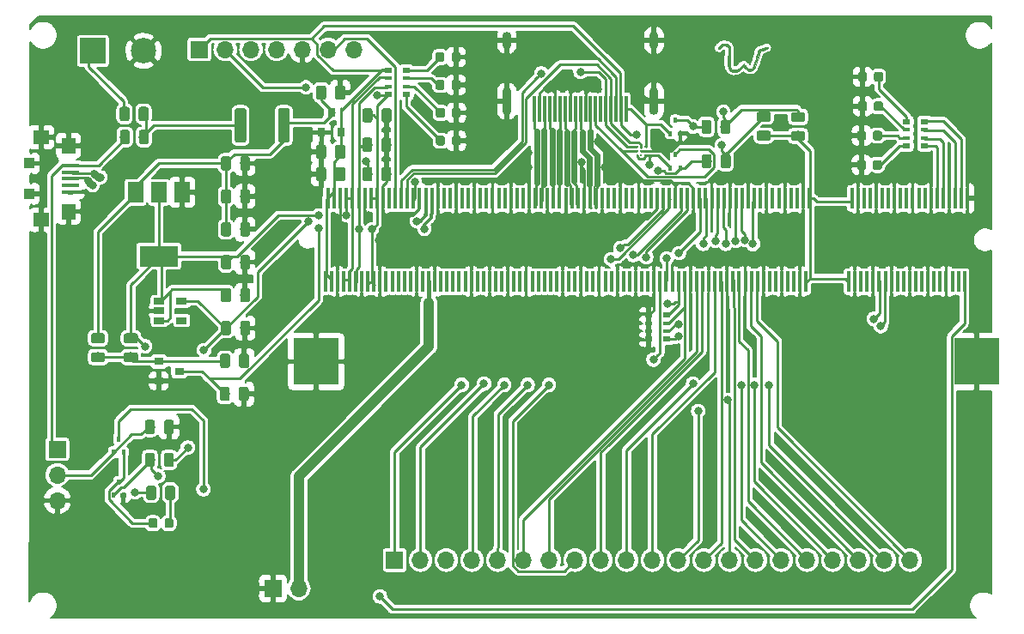
<source format=gbr>
G04 #@! TF.GenerationSoftware,KiCad,Pcbnew,5.1.2*
G04 #@! TF.CreationDate,2019-05-26T21:54:26-05:00*
G04 #@! TF.ProjectId,HackenTop-BreakoutTest,4861636b-656e-4546-9f70-2d427265616b,rev?*
G04 #@! TF.SameCoordinates,Original*
G04 #@! TF.FileFunction,Copper,L1,Top*
G04 #@! TF.FilePolarity,Positive*
%FSLAX46Y46*%
G04 Gerber Fmt 4.6, Leading zero omitted, Abs format (unit mm)*
G04 Created by KiCad (PCBNEW 5.1.2) date 2019-05-26 21:54:26*
%MOMM*%
%LPD*%
G04 APERTURE LIST*
%ADD10C,0.010000*%
%ADD11O,1.700000X1.700000*%
%ADD12R,1.700000X1.700000*%
%ADD13R,0.400000X0.510000*%
%ADD14C,0.250000*%
%ADD15R,0.300000X2.650000*%
%ADD16O,0.900000X2.700000*%
%ADD17O,0.900000X1.700000*%
%ADD18C,0.100000*%
%ADD19C,0.975000*%
%ADD20C,0.875000*%
%ADD21C,1.125000*%
%ADD22R,1.000000X1.100000*%
%ADD23R,1.500000X1.350000*%
%ADD24R,1.800000X0.400000*%
%ADD25R,1.400000X1.500000*%
%ADD26R,2.500000X2.500000*%
%ADD27C,2.500000*%
%ADD28R,0.800000X0.500000*%
%ADD29R,0.800000X0.400000*%
%ADD30R,1.500000X2.000000*%
%ADD31R,3.800000X2.000000*%
%ADD32R,1.060000X0.650000*%
%ADD33R,0.800000X0.900000*%
%ADD34R,0.350000X2.000000*%
%ADD35R,4.500000X4.600000*%
%ADD36R,0.900000X0.800000*%
%ADD37C,0.800000*%
%ADD38C,0.250000*%
%ADD39C,0.300000*%
%ADD40C,0.800000*%
%ADD41C,0.200000*%
%ADD42C,0.600000*%
%ADD43C,1.000000*%
%ADD44C,0.400000*%
G04 APERTURE END LIST*
D10*
G36*
X183699413Y-43959101D02*
G01*
X183882476Y-44051441D01*
X184018408Y-44185243D01*
X184025789Y-44196445D01*
X184064296Y-44266560D01*
X184085787Y-44341161D01*
X184092260Y-44441906D01*
X184085713Y-44590454D01*
X184074912Y-44729000D01*
X184061318Y-44937176D01*
X184050127Y-45195106D01*
X184042606Y-45467886D01*
X184040038Y-45689064D01*
X184040779Y-45921042D01*
X184045613Y-46085025D01*
X184056695Y-46197664D01*
X184076180Y-46275610D01*
X184106225Y-46335512D01*
X184127732Y-46366397D01*
X184213602Y-46451274D01*
X184327178Y-46491004D01*
X184400016Y-46499227D01*
X184647890Y-46480096D01*
X184875719Y-46382890D01*
X185089344Y-46204818D01*
X185144224Y-46143825D01*
X185248892Y-46030241D01*
X185339066Y-45948178D01*
X185396141Y-45914453D01*
X185398112Y-45914334D01*
X185453755Y-45947452D01*
X185527182Y-46031096D01*
X185559505Y-46078393D01*
X185706869Y-46269127D01*
X185856913Y-46383226D01*
X186004284Y-46419020D01*
X186143631Y-46374837D01*
X186237971Y-46290223D01*
X186318653Y-46181415D01*
X186388934Y-46053458D01*
X186456082Y-45889221D01*
X186527364Y-45671574D01*
X186585985Y-45469834D01*
X186645450Y-45259010D01*
X186707683Y-45039557D01*
X186761333Y-44851471D01*
X186772246Y-44813442D01*
X186851416Y-44538050D01*
X187279565Y-44374582D01*
X187497567Y-44295972D01*
X187645998Y-44253703D01*
X187731001Y-44246227D01*
X187752145Y-44255545D01*
X187782677Y-44314474D01*
X187749740Y-44374145D01*
X187647286Y-44439634D01*
X187469270Y-44516021D01*
X187419887Y-44534600D01*
X187260263Y-44596840D01*
X187129296Y-44653866D01*
X187049270Y-44695783D01*
X187038527Y-44703933D01*
X187010315Y-44760037D01*
X186966526Y-44881746D01*
X186912553Y-45052637D01*
X186853790Y-45256288D01*
X186837251Y-45316804D01*
X186726737Y-45698610D01*
X186620651Y-46003568D01*
X186514846Y-46239062D01*
X186405173Y-46412475D01*
X186287485Y-46531190D01*
X186157635Y-46602591D01*
X186106069Y-46618398D01*
X185932379Y-46621191D01*
X185748574Y-46554646D01*
X185576259Y-46427924D01*
X185522569Y-46370944D01*
X185371511Y-46194467D01*
X185201542Y-46371355D01*
X185017034Y-46537866D01*
X184833712Y-46640737D01*
X184620918Y-46694778D01*
X184506413Y-46707186D01*
X184348971Y-46713485D01*
X184239906Y-46697957D01*
X184144244Y-46653620D01*
X184102334Y-46626552D01*
X183974087Y-46498677D01*
X183882698Y-46311493D01*
X183827655Y-46061317D01*
X183808449Y-45744461D01*
X183824569Y-45357242D01*
X183869182Y-44943076D01*
X183897945Y-44691873D01*
X183905189Y-44508459D01*
X183887137Y-44377833D01*
X183840009Y-44284997D01*
X183760027Y-44214951D01*
X183673702Y-44167122D01*
X183528658Y-44122101D01*
X183390297Y-44140585D01*
X183242541Y-44227350D01*
X183126579Y-44329650D01*
X183031116Y-44415110D01*
X182968509Y-44445811D01*
X182916292Y-44431090D01*
X182903527Y-44422361D01*
X182856073Y-44377661D01*
X182862352Y-44328669D01*
X182900525Y-44269482D01*
X183009960Y-44156072D01*
X183162501Y-44049287D01*
X183327405Y-43966782D01*
X183473928Y-43926212D01*
X183500974Y-43924667D01*
X183699413Y-43959101D01*
X183699413Y-43959101D01*
G37*
X183699413Y-43959101D02*
X183882476Y-44051441D01*
X184018408Y-44185243D01*
X184025789Y-44196445D01*
X184064296Y-44266560D01*
X184085787Y-44341161D01*
X184092260Y-44441906D01*
X184085713Y-44590454D01*
X184074912Y-44729000D01*
X184061318Y-44937176D01*
X184050127Y-45195106D01*
X184042606Y-45467886D01*
X184040038Y-45689064D01*
X184040779Y-45921042D01*
X184045613Y-46085025D01*
X184056695Y-46197664D01*
X184076180Y-46275610D01*
X184106225Y-46335512D01*
X184127732Y-46366397D01*
X184213602Y-46451274D01*
X184327178Y-46491004D01*
X184400016Y-46499227D01*
X184647890Y-46480096D01*
X184875719Y-46382890D01*
X185089344Y-46204818D01*
X185144224Y-46143825D01*
X185248892Y-46030241D01*
X185339066Y-45948178D01*
X185396141Y-45914453D01*
X185398112Y-45914334D01*
X185453755Y-45947452D01*
X185527182Y-46031096D01*
X185559505Y-46078393D01*
X185706869Y-46269127D01*
X185856913Y-46383226D01*
X186004284Y-46419020D01*
X186143631Y-46374837D01*
X186237971Y-46290223D01*
X186318653Y-46181415D01*
X186388934Y-46053458D01*
X186456082Y-45889221D01*
X186527364Y-45671574D01*
X186585985Y-45469834D01*
X186645450Y-45259010D01*
X186707683Y-45039557D01*
X186761333Y-44851471D01*
X186772246Y-44813442D01*
X186851416Y-44538050D01*
X187279565Y-44374582D01*
X187497567Y-44295972D01*
X187645998Y-44253703D01*
X187731001Y-44246227D01*
X187752145Y-44255545D01*
X187782677Y-44314474D01*
X187749740Y-44374145D01*
X187647286Y-44439634D01*
X187469270Y-44516021D01*
X187419887Y-44534600D01*
X187260263Y-44596840D01*
X187129296Y-44653866D01*
X187049270Y-44695783D01*
X187038527Y-44703933D01*
X187010315Y-44760037D01*
X186966526Y-44881746D01*
X186912553Y-45052637D01*
X186853790Y-45256288D01*
X186837251Y-45316804D01*
X186726737Y-45698610D01*
X186620651Y-46003568D01*
X186514846Y-46239062D01*
X186405173Y-46412475D01*
X186287485Y-46531190D01*
X186157635Y-46602591D01*
X186106069Y-46618398D01*
X185932379Y-46621191D01*
X185748574Y-46554646D01*
X185576259Y-46427924D01*
X185522569Y-46370944D01*
X185371511Y-46194467D01*
X185201542Y-46371355D01*
X185017034Y-46537866D01*
X184833712Y-46640737D01*
X184620918Y-46694778D01*
X184506413Y-46707186D01*
X184348971Y-46713485D01*
X184239906Y-46697957D01*
X184144244Y-46653620D01*
X184102334Y-46626552D01*
X183974087Y-46498677D01*
X183882698Y-46311493D01*
X183827655Y-46061317D01*
X183808449Y-45744461D01*
X183824569Y-45357242D01*
X183869182Y-44943076D01*
X183897945Y-44691873D01*
X183905189Y-44508459D01*
X183887137Y-44377833D01*
X183840009Y-44284997D01*
X183760027Y-44214951D01*
X183673702Y-44167122D01*
X183528658Y-44122101D01*
X183390297Y-44140585D01*
X183242541Y-44227350D01*
X183126579Y-44329650D01*
X183031116Y-44415110D01*
X182968509Y-44445811D01*
X182916292Y-44431090D01*
X182903527Y-44422361D01*
X182856073Y-44377661D01*
X182862352Y-44328669D01*
X182900525Y-44269482D01*
X183009960Y-44156072D01*
X183162501Y-44049287D01*
X183327405Y-43966782D01*
X183473928Y-43926212D01*
X183500974Y-43924667D01*
X183699413Y-43959101D01*
D11*
X141540000Y-97700000D03*
D12*
X139000000Y-97700000D03*
D13*
X178630000Y-51490000D03*
X179130000Y-52790000D03*
X178130000Y-52790000D03*
D14*
X174880000Y-54940000D03*
X174880000Y-54540000D03*
X174880000Y-54140000D03*
X175280000Y-54940000D03*
X175280000Y-54540000D03*
X175280000Y-54140000D03*
X175680000Y-54940000D03*
X175680000Y-54540000D03*
X175680000Y-54140000D03*
D15*
X173800000Y-50375000D03*
X173300000Y-50375000D03*
X172800000Y-50375000D03*
X172300000Y-50375000D03*
X171800000Y-50375000D03*
X171300000Y-50375000D03*
X170800000Y-50375000D03*
X170300000Y-50375000D03*
X169800000Y-50375000D03*
X169300000Y-50375000D03*
X168800000Y-50375000D03*
X168300000Y-50375000D03*
X167800000Y-50375000D03*
X167300000Y-50375000D03*
X166800000Y-50375000D03*
X166300000Y-50375000D03*
X165800000Y-50375000D03*
X165300000Y-50375000D03*
X164800000Y-50375000D03*
D16*
X162050000Y-49600000D03*
X176550000Y-49600000D03*
D17*
X176550000Y-43600000D03*
X162050000Y-43600000D03*
D18*
G36*
X134642642Y-55051174D02*
G01*
X134666303Y-55054684D01*
X134689507Y-55060496D01*
X134712029Y-55068554D01*
X134733653Y-55078782D01*
X134754170Y-55091079D01*
X134773383Y-55105329D01*
X134791107Y-55121393D01*
X134807171Y-55139117D01*
X134821421Y-55158330D01*
X134833718Y-55178847D01*
X134843946Y-55200471D01*
X134852004Y-55222993D01*
X134857816Y-55246197D01*
X134861326Y-55269858D01*
X134862500Y-55293750D01*
X134862500Y-56206250D01*
X134861326Y-56230142D01*
X134857816Y-56253803D01*
X134852004Y-56277007D01*
X134843946Y-56299529D01*
X134833718Y-56321153D01*
X134821421Y-56341670D01*
X134807171Y-56360883D01*
X134791107Y-56378607D01*
X134773383Y-56394671D01*
X134754170Y-56408921D01*
X134733653Y-56421218D01*
X134712029Y-56431446D01*
X134689507Y-56439504D01*
X134666303Y-56445316D01*
X134642642Y-56448826D01*
X134618750Y-56450000D01*
X134131250Y-56450000D01*
X134107358Y-56448826D01*
X134083697Y-56445316D01*
X134060493Y-56439504D01*
X134037971Y-56431446D01*
X134016347Y-56421218D01*
X133995830Y-56408921D01*
X133976617Y-56394671D01*
X133958893Y-56378607D01*
X133942829Y-56360883D01*
X133928579Y-56341670D01*
X133916282Y-56321153D01*
X133906054Y-56299529D01*
X133897996Y-56277007D01*
X133892184Y-56253803D01*
X133888674Y-56230142D01*
X133887500Y-56206250D01*
X133887500Y-55293750D01*
X133888674Y-55269858D01*
X133892184Y-55246197D01*
X133897996Y-55222993D01*
X133906054Y-55200471D01*
X133916282Y-55178847D01*
X133928579Y-55158330D01*
X133942829Y-55139117D01*
X133958893Y-55121393D01*
X133976617Y-55105329D01*
X133995830Y-55091079D01*
X134016347Y-55078782D01*
X134037971Y-55068554D01*
X134060493Y-55060496D01*
X134083697Y-55054684D01*
X134107358Y-55051174D01*
X134131250Y-55050000D01*
X134618750Y-55050000D01*
X134642642Y-55051174D01*
X134642642Y-55051174D01*
G37*
D19*
X134375000Y-55750000D03*
D18*
G36*
X136517642Y-55051174D02*
G01*
X136541303Y-55054684D01*
X136564507Y-55060496D01*
X136587029Y-55068554D01*
X136608653Y-55078782D01*
X136629170Y-55091079D01*
X136648383Y-55105329D01*
X136666107Y-55121393D01*
X136682171Y-55139117D01*
X136696421Y-55158330D01*
X136708718Y-55178847D01*
X136718946Y-55200471D01*
X136727004Y-55222993D01*
X136732816Y-55246197D01*
X136736326Y-55269858D01*
X136737500Y-55293750D01*
X136737500Y-56206250D01*
X136736326Y-56230142D01*
X136732816Y-56253803D01*
X136727004Y-56277007D01*
X136718946Y-56299529D01*
X136708718Y-56321153D01*
X136696421Y-56341670D01*
X136682171Y-56360883D01*
X136666107Y-56378607D01*
X136648383Y-56394671D01*
X136629170Y-56408921D01*
X136608653Y-56421218D01*
X136587029Y-56431446D01*
X136564507Y-56439504D01*
X136541303Y-56445316D01*
X136517642Y-56448826D01*
X136493750Y-56450000D01*
X136006250Y-56450000D01*
X135982358Y-56448826D01*
X135958697Y-56445316D01*
X135935493Y-56439504D01*
X135912971Y-56431446D01*
X135891347Y-56421218D01*
X135870830Y-56408921D01*
X135851617Y-56394671D01*
X135833893Y-56378607D01*
X135817829Y-56360883D01*
X135803579Y-56341670D01*
X135791282Y-56321153D01*
X135781054Y-56299529D01*
X135772996Y-56277007D01*
X135767184Y-56253803D01*
X135763674Y-56230142D01*
X135762500Y-56206250D01*
X135762500Y-55293750D01*
X135763674Y-55269858D01*
X135767184Y-55246197D01*
X135772996Y-55222993D01*
X135781054Y-55200471D01*
X135791282Y-55178847D01*
X135803579Y-55158330D01*
X135817829Y-55139117D01*
X135833893Y-55121393D01*
X135851617Y-55105329D01*
X135870830Y-55091079D01*
X135891347Y-55078782D01*
X135912971Y-55068554D01*
X135935493Y-55060496D01*
X135958697Y-55054684D01*
X135982358Y-55051174D01*
X136006250Y-55050000D01*
X136493750Y-55050000D01*
X136517642Y-55051174D01*
X136517642Y-55051174D01*
G37*
D19*
X136250000Y-55750000D03*
D18*
G36*
X136517642Y-61551174D02*
G01*
X136541303Y-61554684D01*
X136564507Y-61560496D01*
X136587029Y-61568554D01*
X136608653Y-61578782D01*
X136629170Y-61591079D01*
X136648383Y-61605329D01*
X136666107Y-61621393D01*
X136682171Y-61639117D01*
X136696421Y-61658330D01*
X136708718Y-61678847D01*
X136718946Y-61700471D01*
X136727004Y-61722993D01*
X136732816Y-61746197D01*
X136736326Y-61769858D01*
X136737500Y-61793750D01*
X136737500Y-62706250D01*
X136736326Y-62730142D01*
X136732816Y-62753803D01*
X136727004Y-62777007D01*
X136718946Y-62799529D01*
X136708718Y-62821153D01*
X136696421Y-62841670D01*
X136682171Y-62860883D01*
X136666107Y-62878607D01*
X136648383Y-62894671D01*
X136629170Y-62908921D01*
X136608653Y-62921218D01*
X136587029Y-62931446D01*
X136564507Y-62939504D01*
X136541303Y-62945316D01*
X136517642Y-62948826D01*
X136493750Y-62950000D01*
X136006250Y-62950000D01*
X135982358Y-62948826D01*
X135958697Y-62945316D01*
X135935493Y-62939504D01*
X135912971Y-62931446D01*
X135891347Y-62921218D01*
X135870830Y-62908921D01*
X135851617Y-62894671D01*
X135833893Y-62878607D01*
X135817829Y-62860883D01*
X135803579Y-62841670D01*
X135791282Y-62821153D01*
X135781054Y-62799529D01*
X135772996Y-62777007D01*
X135767184Y-62753803D01*
X135763674Y-62730142D01*
X135762500Y-62706250D01*
X135762500Y-61793750D01*
X135763674Y-61769858D01*
X135767184Y-61746197D01*
X135772996Y-61722993D01*
X135781054Y-61700471D01*
X135791282Y-61678847D01*
X135803579Y-61658330D01*
X135817829Y-61639117D01*
X135833893Y-61621393D01*
X135851617Y-61605329D01*
X135870830Y-61591079D01*
X135891347Y-61578782D01*
X135912971Y-61568554D01*
X135935493Y-61560496D01*
X135958697Y-61554684D01*
X135982358Y-61551174D01*
X136006250Y-61550000D01*
X136493750Y-61550000D01*
X136517642Y-61551174D01*
X136517642Y-61551174D01*
G37*
D19*
X136250000Y-62250000D03*
D18*
G36*
X134642642Y-61551174D02*
G01*
X134666303Y-61554684D01*
X134689507Y-61560496D01*
X134712029Y-61568554D01*
X134733653Y-61578782D01*
X134754170Y-61591079D01*
X134773383Y-61605329D01*
X134791107Y-61621393D01*
X134807171Y-61639117D01*
X134821421Y-61658330D01*
X134833718Y-61678847D01*
X134843946Y-61700471D01*
X134852004Y-61722993D01*
X134857816Y-61746197D01*
X134861326Y-61769858D01*
X134862500Y-61793750D01*
X134862500Y-62706250D01*
X134861326Y-62730142D01*
X134857816Y-62753803D01*
X134852004Y-62777007D01*
X134843946Y-62799529D01*
X134833718Y-62821153D01*
X134821421Y-62841670D01*
X134807171Y-62860883D01*
X134791107Y-62878607D01*
X134773383Y-62894671D01*
X134754170Y-62908921D01*
X134733653Y-62921218D01*
X134712029Y-62931446D01*
X134689507Y-62939504D01*
X134666303Y-62945316D01*
X134642642Y-62948826D01*
X134618750Y-62950000D01*
X134131250Y-62950000D01*
X134107358Y-62948826D01*
X134083697Y-62945316D01*
X134060493Y-62939504D01*
X134037971Y-62931446D01*
X134016347Y-62921218D01*
X133995830Y-62908921D01*
X133976617Y-62894671D01*
X133958893Y-62878607D01*
X133942829Y-62860883D01*
X133928579Y-62841670D01*
X133916282Y-62821153D01*
X133906054Y-62799529D01*
X133897996Y-62777007D01*
X133892184Y-62753803D01*
X133888674Y-62730142D01*
X133887500Y-62706250D01*
X133887500Y-61793750D01*
X133888674Y-61769858D01*
X133892184Y-61746197D01*
X133897996Y-61722993D01*
X133906054Y-61700471D01*
X133916282Y-61678847D01*
X133928579Y-61658330D01*
X133942829Y-61639117D01*
X133958893Y-61621393D01*
X133976617Y-61605329D01*
X133995830Y-61591079D01*
X134016347Y-61578782D01*
X134037971Y-61568554D01*
X134060493Y-61560496D01*
X134083697Y-61554684D01*
X134107358Y-61551174D01*
X134131250Y-61550000D01*
X134618750Y-61550000D01*
X134642642Y-61551174D01*
X134642642Y-61551174D01*
G37*
D19*
X134375000Y-62250000D03*
D18*
G36*
X134642642Y-58301174D02*
G01*
X134666303Y-58304684D01*
X134689507Y-58310496D01*
X134712029Y-58318554D01*
X134733653Y-58328782D01*
X134754170Y-58341079D01*
X134773383Y-58355329D01*
X134791107Y-58371393D01*
X134807171Y-58389117D01*
X134821421Y-58408330D01*
X134833718Y-58428847D01*
X134843946Y-58450471D01*
X134852004Y-58472993D01*
X134857816Y-58496197D01*
X134861326Y-58519858D01*
X134862500Y-58543750D01*
X134862500Y-59456250D01*
X134861326Y-59480142D01*
X134857816Y-59503803D01*
X134852004Y-59527007D01*
X134843946Y-59549529D01*
X134833718Y-59571153D01*
X134821421Y-59591670D01*
X134807171Y-59610883D01*
X134791107Y-59628607D01*
X134773383Y-59644671D01*
X134754170Y-59658921D01*
X134733653Y-59671218D01*
X134712029Y-59681446D01*
X134689507Y-59689504D01*
X134666303Y-59695316D01*
X134642642Y-59698826D01*
X134618750Y-59700000D01*
X134131250Y-59700000D01*
X134107358Y-59698826D01*
X134083697Y-59695316D01*
X134060493Y-59689504D01*
X134037971Y-59681446D01*
X134016347Y-59671218D01*
X133995830Y-59658921D01*
X133976617Y-59644671D01*
X133958893Y-59628607D01*
X133942829Y-59610883D01*
X133928579Y-59591670D01*
X133916282Y-59571153D01*
X133906054Y-59549529D01*
X133897996Y-59527007D01*
X133892184Y-59503803D01*
X133888674Y-59480142D01*
X133887500Y-59456250D01*
X133887500Y-58543750D01*
X133888674Y-58519858D01*
X133892184Y-58496197D01*
X133897996Y-58472993D01*
X133906054Y-58450471D01*
X133916282Y-58428847D01*
X133928579Y-58408330D01*
X133942829Y-58389117D01*
X133958893Y-58371393D01*
X133976617Y-58355329D01*
X133995830Y-58341079D01*
X134016347Y-58328782D01*
X134037971Y-58318554D01*
X134060493Y-58310496D01*
X134083697Y-58304684D01*
X134107358Y-58301174D01*
X134131250Y-58300000D01*
X134618750Y-58300000D01*
X134642642Y-58301174D01*
X134642642Y-58301174D01*
G37*
D19*
X134375000Y-59000000D03*
D18*
G36*
X136517642Y-58301174D02*
G01*
X136541303Y-58304684D01*
X136564507Y-58310496D01*
X136587029Y-58318554D01*
X136608653Y-58328782D01*
X136629170Y-58341079D01*
X136648383Y-58355329D01*
X136666107Y-58371393D01*
X136682171Y-58389117D01*
X136696421Y-58408330D01*
X136708718Y-58428847D01*
X136718946Y-58450471D01*
X136727004Y-58472993D01*
X136732816Y-58496197D01*
X136736326Y-58519858D01*
X136737500Y-58543750D01*
X136737500Y-59456250D01*
X136736326Y-59480142D01*
X136732816Y-59503803D01*
X136727004Y-59527007D01*
X136718946Y-59549529D01*
X136708718Y-59571153D01*
X136696421Y-59591670D01*
X136682171Y-59610883D01*
X136666107Y-59628607D01*
X136648383Y-59644671D01*
X136629170Y-59658921D01*
X136608653Y-59671218D01*
X136587029Y-59681446D01*
X136564507Y-59689504D01*
X136541303Y-59695316D01*
X136517642Y-59698826D01*
X136493750Y-59700000D01*
X136006250Y-59700000D01*
X135982358Y-59698826D01*
X135958697Y-59695316D01*
X135935493Y-59689504D01*
X135912971Y-59681446D01*
X135891347Y-59671218D01*
X135870830Y-59658921D01*
X135851617Y-59644671D01*
X135833893Y-59628607D01*
X135817829Y-59610883D01*
X135803579Y-59591670D01*
X135791282Y-59571153D01*
X135781054Y-59549529D01*
X135772996Y-59527007D01*
X135767184Y-59503803D01*
X135763674Y-59480142D01*
X135762500Y-59456250D01*
X135762500Y-58543750D01*
X135763674Y-58519858D01*
X135767184Y-58496197D01*
X135772996Y-58472993D01*
X135781054Y-58450471D01*
X135791282Y-58428847D01*
X135803579Y-58408330D01*
X135817829Y-58389117D01*
X135833893Y-58371393D01*
X135851617Y-58355329D01*
X135870830Y-58341079D01*
X135891347Y-58328782D01*
X135912971Y-58318554D01*
X135935493Y-58310496D01*
X135958697Y-58304684D01*
X135982358Y-58301174D01*
X136006250Y-58300000D01*
X136493750Y-58300000D01*
X136517642Y-58301174D01*
X136517642Y-58301174D01*
G37*
D19*
X136250000Y-59000000D03*
D18*
G36*
X136517642Y-64801174D02*
G01*
X136541303Y-64804684D01*
X136564507Y-64810496D01*
X136587029Y-64818554D01*
X136608653Y-64828782D01*
X136629170Y-64841079D01*
X136648383Y-64855329D01*
X136666107Y-64871393D01*
X136682171Y-64889117D01*
X136696421Y-64908330D01*
X136708718Y-64928847D01*
X136718946Y-64950471D01*
X136727004Y-64972993D01*
X136732816Y-64996197D01*
X136736326Y-65019858D01*
X136737500Y-65043750D01*
X136737500Y-65956250D01*
X136736326Y-65980142D01*
X136732816Y-66003803D01*
X136727004Y-66027007D01*
X136718946Y-66049529D01*
X136708718Y-66071153D01*
X136696421Y-66091670D01*
X136682171Y-66110883D01*
X136666107Y-66128607D01*
X136648383Y-66144671D01*
X136629170Y-66158921D01*
X136608653Y-66171218D01*
X136587029Y-66181446D01*
X136564507Y-66189504D01*
X136541303Y-66195316D01*
X136517642Y-66198826D01*
X136493750Y-66200000D01*
X136006250Y-66200000D01*
X135982358Y-66198826D01*
X135958697Y-66195316D01*
X135935493Y-66189504D01*
X135912971Y-66181446D01*
X135891347Y-66171218D01*
X135870830Y-66158921D01*
X135851617Y-66144671D01*
X135833893Y-66128607D01*
X135817829Y-66110883D01*
X135803579Y-66091670D01*
X135791282Y-66071153D01*
X135781054Y-66049529D01*
X135772996Y-66027007D01*
X135767184Y-66003803D01*
X135763674Y-65980142D01*
X135762500Y-65956250D01*
X135762500Y-65043750D01*
X135763674Y-65019858D01*
X135767184Y-64996197D01*
X135772996Y-64972993D01*
X135781054Y-64950471D01*
X135791282Y-64928847D01*
X135803579Y-64908330D01*
X135817829Y-64889117D01*
X135833893Y-64871393D01*
X135851617Y-64855329D01*
X135870830Y-64841079D01*
X135891347Y-64828782D01*
X135912971Y-64818554D01*
X135935493Y-64810496D01*
X135958697Y-64804684D01*
X135982358Y-64801174D01*
X136006250Y-64800000D01*
X136493750Y-64800000D01*
X136517642Y-64801174D01*
X136517642Y-64801174D01*
G37*
D19*
X136250000Y-65500000D03*
D18*
G36*
X134642642Y-64801174D02*
G01*
X134666303Y-64804684D01*
X134689507Y-64810496D01*
X134712029Y-64818554D01*
X134733653Y-64828782D01*
X134754170Y-64841079D01*
X134773383Y-64855329D01*
X134791107Y-64871393D01*
X134807171Y-64889117D01*
X134821421Y-64908330D01*
X134833718Y-64928847D01*
X134843946Y-64950471D01*
X134852004Y-64972993D01*
X134857816Y-64996197D01*
X134861326Y-65019858D01*
X134862500Y-65043750D01*
X134862500Y-65956250D01*
X134861326Y-65980142D01*
X134857816Y-66003803D01*
X134852004Y-66027007D01*
X134843946Y-66049529D01*
X134833718Y-66071153D01*
X134821421Y-66091670D01*
X134807171Y-66110883D01*
X134791107Y-66128607D01*
X134773383Y-66144671D01*
X134754170Y-66158921D01*
X134733653Y-66171218D01*
X134712029Y-66181446D01*
X134689507Y-66189504D01*
X134666303Y-66195316D01*
X134642642Y-66198826D01*
X134618750Y-66200000D01*
X134131250Y-66200000D01*
X134107358Y-66198826D01*
X134083697Y-66195316D01*
X134060493Y-66189504D01*
X134037971Y-66181446D01*
X134016347Y-66171218D01*
X133995830Y-66158921D01*
X133976617Y-66144671D01*
X133958893Y-66128607D01*
X133942829Y-66110883D01*
X133928579Y-66091670D01*
X133916282Y-66071153D01*
X133906054Y-66049529D01*
X133897996Y-66027007D01*
X133892184Y-66003803D01*
X133888674Y-65980142D01*
X133887500Y-65956250D01*
X133887500Y-65043750D01*
X133888674Y-65019858D01*
X133892184Y-64996197D01*
X133897996Y-64972993D01*
X133906054Y-64950471D01*
X133916282Y-64928847D01*
X133928579Y-64908330D01*
X133942829Y-64889117D01*
X133958893Y-64871393D01*
X133976617Y-64855329D01*
X133995830Y-64841079D01*
X134016347Y-64828782D01*
X134037971Y-64818554D01*
X134060493Y-64810496D01*
X134083697Y-64804684D01*
X134107358Y-64801174D01*
X134131250Y-64800000D01*
X134618750Y-64800000D01*
X134642642Y-64801174D01*
X134642642Y-64801174D01*
G37*
D19*
X134375000Y-65500000D03*
D18*
G36*
X134642642Y-68051174D02*
G01*
X134666303Y-68054684D01*
X134689507Y-68060496D01*
X134712029Y-68068554D01*
X134733653Y-68078782D01*
X134754170Y-68091079D01*
X134773383Y-68105329D01*
X134791107Y-68121393D01*
X134807171Y-68139117D01*
X134821421Y-68158330D01*
X134833718Y-68178847D01*
X134843946Y-68200471D01*
X134852004Y-68222993D01*
X134857816Y-68246197D01*
X134861326Y-68269858D01*
X134862500Y-68293750D01*
X134862500Y-69206250D01*
X134861326Y-69230142D01*
X134857816Y-69253803D01*
X134852004Y-69277007D01*
X134843946Y-69299529D01*
X134833718Y-69321153D01*
X134821421Y-69341670D01*
X134807171Y-69360883D01*
X134791107Y-69378607D01*
X134773383Y-69394671D01*
X134754170Y-69408921D01*
X134733653Y-69421218D01*
X134712029Y-69431446D01*
X134689507Y-69439504D01*
X134666303Y-69445316D01*
X134642642Y-69448826D01*
X134618750Y-69450000D01*
X134131250Y-69450000D01*
X134107358Y-69448826D01*
X134083697Y-69445316D01*
X134060493Y-69439504D01*
X134037971Y-69431446D01*
X134016347Y-69421218D01*
X133995830Y-69408921D01*
X133976617Y-69394671D01*
X133958893Y-69378607D01*
X133942829Y-69360883D01*
X133928579Y-69341670D01*
X133916282Y-69321153D01*
X133906054Y-69299529D01*
X133897996Y-69277007D01*
X133892184Y-69253803D01*
X133888674Y-69230142D01*
X133887500Y-69206250D01*
X133887500Y-68293750D01*
X133888674Y-68269858D01*
X133892184Y-68246197D01*
X133897996Y-68222993D01*
X133906054Y-68200471D01*
X133916282Y-68178847D01*
X133928579Y-68158330D01*
X133942829Y-68139117D01*
X133958893Y-68121393D01*
X133976617Y-68105329D01*
X133995830Y-68091079D01*
X134016347Y-68078782D01*
X134037971Y-68068554D01*
X134060493Y-68060496D01*
X134083697Y-68054684D01*
X134107358Y-68051174D01*
X134131250Y-68050000D01*
X134618750Y-68050000D01*
X134642642Y-68051174D01*
X134642642Y-68051174D01*
G37*
D19*
X134375000Y-68750000D03*
D18*
G36*
X136517642Y-68051174D02*
G01*
X136541303Y-68054684D01*
X136564507Y-68060496D01*
X136587029Y-68068554D01*
X136608653Y-68078782D01*
X136629170Y-68091079D01*
X136648383Y-68105329D01*
X136666107Y-68121393D01*
X136682171Y-68139117D01*
X136696421Y-68158330D01*
X136708718Y-68178847D01*
X136718946Y-68200471D01*
X136727004Y-68222993D01*
X136732816Y-68246197D01*
X136736326Y-68269858D01*
X136737500Y-68293750D01*
X136737500Y-69206250D01*
X136736326Y-69230142D01*
X136732816Y-69253803D01*
X136727004Y-69277007D01*
X136718946Y-69299529D01*
X136708718Y-69321153D01*
X136696421Y-69341670D01*
X136682171Y-69360883D01*
X136666107Y-69378607D01*
X136648383Y-69394671D01*
X136629170Y-69408921D01*
X136608653Y-69421218D01*
X136587029Y-69431446D01*
X136564507Y-69439504D01*
X136541303Y-69445316D01*
X136517642Y-69448826D01*
X136493750Y-69450000D01*
X136006250Y-69450000D01*
X135982358Y-69448826D01*
X135958697Y-69445316D01*
X135935493Y-69439504D01*
X135912971Y-69431446D01*
X135891347Y-69421218D01*
X135870830Y-69408921D01*
X135851617Y-69394671D01*
X135833893Y-69378607D01*
X135817829Y-69360883D01*
X135803579Y-69341670D01*
X135791282Y-69321153D01*
X135781054Y-69299529D01*
X135772996Y-69277007D01*
X135767184Y-69253803D01*
X135763674Y-69230142D01*
X135762500Y-69206250D01*
X135762500Y-68293750D01*
X135763674Y-68269858D01*
X135767184Y-68246197D01*
X135772996Y-68222993D01*
X135781054Y-68200471D01*
X135791282Y-68178847D01*
X135803579Y-68158330D01*
X135817829Y-68139117D01*
X135833893Y-68121393D01*
X135851617Y-68105329D01*
X135870830Y-68091079D01*
X135891347Y-68078782D01*
X135912971Y-68068554D01*
X135935493Y-68060496D01*
X135958697Y-68054684D01*
X135982358Y-68051174D01*
X136006250Y-68050000D01*
X136493750Y-68050000D01*
X136517642Y-68051174D01*
X136517642Y-68051174D01*
G37*
D19*
X136250000Y-68750000D03*
D18*
G36*
X144017642Y-48051174D02*
G01*
X144041303Y-48054684D01*
X144064507Y-48060496D01*
X144087029Y-48068554D01*
X144108653Y-48078782D01*
X144129170Y-48091079D01*
X144148383Y-48105329D01*
X144166107Y-48121393D01*
X144182171Y-48139117D01*
X144196421Y-48158330D01*
X144208718Y-48178847D01*
X144218946Y-48200471D01*
X144227004Y-48222993D01*
X144232816Y-48246197D01*
X144236326Y-48269858D01*
X144237500Y-48293750D01*
X144237500Y-49206250D01*
X144236326Y-49230142D01*
X144232816Y-49253803D01*
X144227004Y-49277007D01*
X144218946Y-49299529D01*
X144208718Y-49321153D01*
X144196421Y-49341670D01*
X144182171Y-49360883D01*
X144166107Y-49378607D01*
X144148383Y-49394671D01*
X144129170Y-49408921D01*
X144108653Y-49421218D01*
X144087029Y-49431446D01*
X144064507Y-49439504D01*
X144041303Y-49445316D01*
X144017642Y-49448826D01*
X143993750Y-49450000D01*
X143506250Y-49450000D01*
X143482358Y-49448826D01*
X143458697Y-49445316D01*
X143435493Y-49439504D01*
X143412971Y-49431446D01*
X143391347Y-49421218D01*
X143370830Y-49408921D01*
X143351617Y-49394671D01*
X143333893Y-49378607D01*
X143317829Y-49360883D01*
X143303579Y-49341670D01*
X143291282Y-49321153D01*
X143281054Y-49299529D01*
X143272996Y-49277007D01*
X143267184Y-49253803D01*
X143263674Y-49230142D01*
X143262500Y-49206250D01*
X143262500Y-48293750D01*
X143263674Y-48269858D01*
X143267184Y-48246197D01*
X143272996Y-48222993D01*
X143281054Y-48200471D01*
X143291282Y-48178847D01*
X143303579Y-48158330D01*
X143317829Y-48139117D01*
X143333893Y-48121393D01*
X143351617Y-48105329D01*
X143370830Y-48091079D01*
X143391347Y-48078782D01*
X143412971Y-48068554D01*
X143435493Y-48060496D01*
X143458697Y-48054684D01*
X143482358Y-48051174D01*
X143506250Y-48050000D01*
X143993750Y-48050000D01*
X144017642Y-48051174D01*
X144017642Y-48051174D01*
G37*
D19*
X143750000Y-48750000D03*
D18*
G36*
X145892642Y-48051174D02*
G01*
X145916303Y-48054684D01*
X145939507Y-48060496D01*
X145962029Y-48068554D01*
X145983653Y-48078782D01*
X146004170Y-48091079D01*
X146023383Y-48105329D01*
X146041107Y-48121393D01*
X146057171Y-48139117D01*
X146071421Y-48158330D01*
X146083718Y-48178847D01*
X146093946Y-48200471D01*
X146102004Y-48222993D01*
X146107816Y-48246197D01*
X146111326Y-48269858D01*
X146112500Y-48293750D01*
X146112500Y-49206250D01*
X146111326Y-49230142D01*
X146107816Y-49253803D01*
X146102004Y-49277007D01*
X146093946Y-49299529D01*
X146083718Y-49321153D01*
X146071421Y-49341670D01*
X146057171Y-49360883D01*
X146041107Y-49378607D01*
X146023383Y-49394671D01*
X146004170Y-49408921D01*
X145983653Y-49421218D01*
X145962029Y-49431446D01*
X145939507Y-49439504D01*
X145916303Y-49445316D01*
X145892642Y-49448826D01*
X145868750Y-49450000D01*
X145381250Y-49450000D01*
X145357358Y-49448826D01*
X145333697Y-49445316D01*
X145310493Y-49439504D01*
X145287971Y-49431446D01*
X145266347Y-49421218D01*
X145245830Y-49408921D01*
X145226617Y-49394671D01*
X145208893Y-49378607D01*
X145192829Y-49360883D01*
X145178579Y-49341670D01*
X145166282Y-49321153D01*
X145156054Y-49299529D01*
X145147996Y-49277007D01*
X145142184Y-49253803D01*
X145138674Y-49230142D01*
X145137500Y-49206250D01*
X145137500Y-48293750D01*
X145138674Y-48269858D01*
X145142184Y-48246197D01*
X145147996Y-48222993D01*
X145156054Y-48200471D01*
X145166282Y-48178847D01*
X145178579Y-48158330D01*
X145192829Y-48139117D01*
X145208893Y-48121393D01*
X145226617Y-48105329D01*
X145245830Y-48091079D01*
X145266347Y-48078782D01*
X145287971Y-48068554D01*
X145310493Y-48060496D01*
X145333697Y-48054684D01*
X145357358Y-48051174D01*
X145381250Y-48050000D01*
X145868750Y-48050000D01*
X145892642Y-48051174D01*
X145892642Y-48051174D01*
G37*
D19*
X145625000Y-48750000D03*
D18*
G36*
X148580142Y-50301174D02*
G01*
X148603803Y-50304684D01*
X148627007Y-50310496D01*
X148649529Y-50318554D01*
X148671153Y-50328782D01*
X148691670Y-50341079D01*
X148710883Y-50355329D01*
X148728607Y-50371393D01*
X148744671Y-50389117D01*
X148758921Y-50408330D01*
X148771218Y-50428847D01*
X148781446Y-50450471D01*
X148789504Y-50472993D01*
X148795316Y-50496197D01*
X148798826Y-50519858D01*
X148800000Y-50543750D01*
X148800000Y-51456250D01*
X148798826Y-51480142D01*
X148795316Y-51503803D01*
X148789504Y-51527007D01*
X148781446Y-51549529D01*
X148771218Y-51571153D01*
X148758921Y-51591670D01*
X148744671Y-51610883D01*
X148728607Y-51628607D01*
X148710883Y-51644671D01*
X148691670Y-51658921D01*
X148671153Y-51671218D01*
X148649529Y-51681446D01*
X148627007Y-51689504D01*
X148603803Y-51695316D01*
X148580142Y-51698826D01*
X148556250Y-51700000D01*
X148068750Y-51700000D01*
X148044858Y-51698826D01*
X148021197Y-51695316D01*
X147997993Y-51689504D01*
X147975471Y-51681446D01*
X147953847Y-51671218D01*
X147933330Y-51658921D01*
X147914117Y-51644671D01*
X147896393Y-51628607D01*
X147880329Y-51610883D01*
X147866079Y-51591670D01*
X147853782Y-51571153D01*
X147843554Y-51549529D01*
X147835496Y-51527007D01*
X147829684Y-51503803D01*
X147826174Y-51480142D01*
X147825000Y-51456250D01*
X147825000Y-50543750D01*
X147826174Y-50519858D01*
X147829684Y-50496197D01*
X147835496Y-50472993D01*
X147843554Y-50450471D01*
X147853782Y-50428847D01*
X147866079Y-50408330D01*
X147880329Y-50389117D01*
X147896393Y-50371393D01*
X147914117Y-50355329D01*
X147933330Y-50341079D01*
X147953847Y-50328782D01*
X147975471Y-50318554D01*
X147997993Y-50310496D01*
X148021197Y-50304684D01*
X148044858Y-50301174D01*
X148068750Y-50300000D01*
X148556250Y-50300000D01*
X148580142Y-50301174D01*
X148580142Y-50301174D01*
G37*
D19*
X148312500Y-51000000D03*
D18*
G36*
X150455142Y-50301174D02*
G01*
X150478803Y-50304684D01*
X150502007Y-50310496D01*
X150524529Y-50318554D01*
X150546153Y-50328782D01*
X150566670Y-50341079D01*
X150585883Y-50355329D01*
X150603607Y-50371393D01*
X150619671Y-50389117D01*
X150633921Y-50408330D01*
X150646218Y-50428847D01*
X150656446Y-50450471D01*
X150664504Y-50472993D01*
X150670316Y-50496197D01*
X150673826Y-50519858D01*
X150675000Y-50543750D01*
X150675000Y-51456250D01*
X150673826Y-51480142D01*
X150670316Y-51503803D01*
X150664504Y-51527007D01*
X150656446Y-51549529D01*
X150646218Y-51571153D01*
X150633921Y-51591670D01*
X150619671Y-51610883D01*
X150603607Y-51628607D01*
X150585883Y-51644671D01*
X150566670Y-51658921D01*
X150546153Y-51671218D01*
X150524529Y-51681446D01*
X150502007Y-51689504D01*
X150478803Y-51695316D01*
X150455142Y-51698826D01*
X150431250Y-51700000D01*
X149943750Y-51700000D01*
X149919858Y-51698826D01*
X149896197Y-51695316D01*
X149872993Y-51689504D01*
X149850471Y-51681446D01*
X149828847Y-51671218D01*
X149808330Y-51658921D01*
X149789117Y-51644671D01*
X149771393Y-51628607D01*
X149755329Y-51610883D01*
X149741079Y-51591670D01*
X149728782Y-51571153D01*
X149718554Y-51549529D01*
X149710496Y-51527007D01*
X149704684Y-51503803D01*
X149701174Y-51480142D01*
X149700000Y-51456250D01*
X149700000Y-50543750D01*
X149701174Y-50519858D01*
X149704684Y-50496197D01*
X149710496Y-50472993D01*
X149718554Y-50450471D01*
X149728782Y-50428847D01*
X149741079Y-50408330D01*
X149755329Y-50389117D01*
X149771393Y-50371393D01*
X149789117Y-50355329D01*
X149808330Y-50341079D01*
X149828847Y-50328782D01*
X149850471Y-50318554D01*
X149872993Y-50310496D01*
X149896197Y-50304684D01*
X149919858Y-50301174D01*
X149943750Y-50300000D01*
X150431250Y-50300000D01*
X150455142Y-50301174D01*
X150455142Y-50301174D01*
G37*
D19*
X150187500Y-51000000D03*
D18*
G36*
X136517642Y-71301174D02*
G01*
X136541303Y-71304684D01*
X136564507Y-71310496D01*
X136587029Y-71318554D01*
X136608653Y-71328782D01*
X136629170Y-71341079D01*
X136648383Y-71355329D01*
X136666107Y-71371393D01*
X136682171Y-71389117D01*
X136696421Y-71408330D01*
X136708718Y-71428847D01*
X136718946Y-71450471D01*
X136727004Y-71472993D01*
X136732816Y-71496197D01*
X136736326Y-71519858D01*
X136737500Y-71543750D01*
X136737500Y-72456250D01*
X136736326Y-72480142D01*
X136732816Y-72503803D01*
X136727004Y-72527007D01*
X136718946Y-72549529D01*
X136708718Y-72571153D01*
X136696421Y-72591670D01*
X136682171Y-72610883D01*
X136666107Y-72628607D01*
X136648383Y-72644671D01*
X136629170Y-72658921D01*
X136608653Y-72671218D01*
X136587029Y-72681446D01*
X136564507Y-72689504D01*
X136541303Y-72695316D01*
X136517642Y-72698826D01*
X136493750Y-72700000D01*
X136006250Y-72700000D01*
X135982358Y-72698826D01*
X135958697Y-72695316D01*
X135935493Y-72689504D01*
X135912971Y-72681446D01*
X135891347Y-72671218D01*
X135870830Y-72658921D01*
X135851617Y-72644671D01*
X135833893Y-72628607D01*
X135817829Y-72610883D01*
X135803579Y-72591670D01*
X135791282Y-72571153D01*
X135781054Y-72549529D01*
X135772996Y-72527007D01*
X135767184Y-72503803D01*
X135763674Y-72480142D01*
X135762500Y-72456250D01*
X135762500Y-71543750D01*
X135763674Y-71519858D01*
X135767184Y-71496197D01*
X135772996Y-71472993D01*
X135781054Y-71450471D01*
X135791282Y-71428847D01*
X135803579Y-71408330D01*
X135817829Y-71389117D01*
X135833893Y-71371393D01*
X135851617Y-71355329D01*
X135870830Y-71341079D01*
X135891347Y-71328782D01*
X135912971Y-71318554D01*
X135935493Y-71310496D01*
X135958697Y-71304684D01*
X135982358Y-71301174D01*
X136006250Y-71300000D01*
X136493750Y-71300000D01*
X136517642Y-71301174D01*
X136517642Y-71301174D01*
G37*
D19*
X136250000Y-72000000D03*
D18*
G36*
X134642642Y-71301174D02*
G01*
X134666303Y-71304684D01*
X134689507Y-71310496D01*
X134712029Y-71318554D01*
X134733653Y-71328782D01*
X134754170Y-71341079D01*
X134773383Y-71355329D01*
X134791107Y-71371393D01*
X134807171Y-71389117D01*
X134821421Y-71408330D01*
X134833718Y-71428847D01*
X134843946Y-71450471D01*
X134852004Y-71472993D01*
X134857816Y-71496197D01*
X134861326Y-71519858D01*
X134862500Y-71543750D01*
X134862500Y-72456250D01*
X134861326Y-72480142D01*
X134857816Y-72503803D01*
X134852004Y-72527007D01*
X134843946Y-72549529D01*
X134833718Y-72571153D01*
X134821421Y-72591670D01*
X134807171Y-72610883D01*
X134791107Y-72628607D01*
X134773383Y-72644671D01*
X134754170Y-72658921D01*
X134733653Y-72671218D01*
X134712029Y-72681446D01*
X134689507Y-72689504D01*
X134666303Y-72695316D01*
X134642642Y-72698826D01*
X134618750Y-72700000D01*
X134131250Y-72700000D01*
X134107358Y-72698826D01*
X134083697Y-72695316D01*
X134060493Y-72689504D01*
X134037971Y-72681446D01*
X134016347Y-72671218D01*
X133995830Y-72658921D01*
X133976617Y-72644671D01*
X133958893Y-72628607D01*
X133942829Y-72610883D01*
X133928579Y-72591670D01*
X133916282Y-72571153D01*
X133906054Y-72549529D01*
X133897996Y-72527007D01*
X133892184Y-72503803D01*
X133888674Y-72480142D01*
X133887500Y-72456250D01*
X133887500Y-71543750D01*
X133888674Y-71519858D01*
X133892184Y-71496197D01*
X133897996Y-71472993D01*
X133906054Y-71450471D01*
X133916282Y-71428847D01*
X133928579Y-71408330D01*
X133942829Y-71389117D01*
X133958893Y-71371393D01*
X133976617Y-71355329D01*
X133995830Y-71341079D01*
X134016347Y-71328782D01*
X134037971Y-71318554D01*
X134060493Y-71310496D01*
X134083697Y-71304684D01*
X134107358Y-71301174D01*
X134131250Y-71300000D01*
X134618750Y-71300000D01*
X134642642Y-71301174D01*
X134642642Y-71301174D01*
G37*
D19*
X134375000Y-72000000D03*
D18*
G36*
X144017642Y-53901174D02*
G01*
X144041303Y-53904684D01*
X144064507Y-53910496D01*
X144087029Y-53918554D01*
X144108653Y-53928782D01*
X144129170Y-53941079D01*
X144148383Y-53955329D01*
X144166107Y-53971393D01*
X144182171Y-53989117D01*
X144196421Y-54008330D01*
X144208718Y-54028847D01*
X144218946Y-54050471D01*
X144227004Y-54072993D01*
X144232816Y-54096197D01*
X144236326Y-54119858D01*
X144237500Y-54143750D01*
X144237500Y-55056250D01*
X144236326Y-55080142D01*
X144232816Y-55103803D01*
X144227004Y-55127007D01*
X144218946Y-55149529D01*
X144208718Y-55171153D01*
X144196421Y-55191670D01*
X144182171Y-55210883D01*
X144166107Y-55228607D01*
X144148383Y-55244671D01*
X144129170Y-55258921D01*
X144108653Y-55271218D01*
X144087029Y-55281446D01*
X144064507Y-55289504D01*
X144041303Y-55295316D01*
X144017642Y-55298826D01*
X143993750Y-55300000D01*
X143506250Y-55300000D01*
X143482358Y-55298826D01*
X143458697Y-55295316D01*
X143435493Y-55289504D01*
X143412971Y-55281446D01*
X143391347Y-55271218D01*
X143370830Y-55258921D01*
X143351617Y-55244671D01*
X143333893Y-55228607D01*
X143317829Y-55210883D01*
X143303579Y-55191670D01*
X143291282Y-55171153D01*
X143281054Y-55149529D01*
X143272996Y-55127007D01*
X143267184Y-55103803D01*
X143263674Y-55080142D01*
X143262500Y-55056250D01*
X143262500Y-54143750D01*
X143263674Y-54119858D01*
X143267184Y-54096197D01*
X143272996Y-54072993D01*
X143281054Y-54050471D01*
X143291282Y-54028847D01*
X143303579Y-54008330D01*
X143317829Y-53989117D01*
X143333893Y-53971393D01*
X143351617Y-53955329D01*
X143370830Y-53941079D01*
X143391347Y-53928782D01*
X143412971Y-53918554D01*
X143435493Y-53910496D01*
X143458697Y-53904684D01*
X143482358Y-53901174D01*
X143506250Y-53900000D01*
X143993750Y-53900000D01*
X144017642Y-53901174D01*
X144017642Y-53901174D01*
G37*
D19*
X143750000Y-54600000D03*
D18*
G36*
X145892642Y-53901174D02*
G01*
X145916303Y-53904684D01*
X145939507Y-53910496D01*
X145962029Y-53918554D01*
X145983653Y-53928782D01*
X146004170Y-53941079D01*
X146023383Y-53955329D01*
X146041107Y-53971393D01*
X146057171Y-53989117D01*
X146071421Y-54008330D01*
X146083718Y-54028847D01*
X146093946Y-54050471D01*
X146102004Y-54072993D01*
X146107816Y-54096197D01*
X146111326Y-54119858D01*
X146112500Y-54143750D01*
X146112500Y-55056250D01*
X146111326Y-55080142D01*
X146107816Y-55103803D01*
X146102004Y-55127007D01*
X146093946Y-55149529D01*
X146083718Y-55171153D01*
X146071421Y-55191670D01*
X146057171Y-55210883D01*
X146041107Y-55228607D01*
X146023383Y-55244671D01*
X146004170Y-55258921D01*
X145983653Y-55271218D01*
X145962029Y-55281446D01*
X145939507Y-55289504D01*
X145916303Y-55295316D01*
X145892642Y-55298826D01*
X145868750Y-55300000D01*
X145381250Y-55300000D01*
X145357358Y-55298826D01*
X145333697Y-55295316D01*
X145310493Y-55289504D01*
X145287971Y-55281446D01*
X145266347Y-55271218D01*
X145245830Y-55258921D01*
X145226617Y-55244671D01*
X145208893Y-55228607D01*
X145192829Y-55210883D01*
X145178579Y-55191670D01*
X145166282Y-55171153D01*
X145156054Y-55149529D01*
X145147996Y-55127007D01*
X145142184Y-55103803D01*
X145138674Y-55080142D01*
X145137500Y-55056250D01*
X145137500Y-54143750D01*
X145138674Y-54119858D01*
X145142184Y-54096197D01*
X145147996Y-54072993D01*
X145156054Y-54050471D01*
X145166282Y-54028847D01*
X145178579Y-54008330D01*
X145192829Y-53989117D01*
X145208893Y-53971393D01*
X145226617Y-53955329D01*
X145245830Y-53941079D01*
X145266347Y-53928782D01*
X145287971Y-53918554D01*
X145310493Y-53910496D01*
X145333697Y-53904684D01*
X145357358Y-53901174D01*
X145381250Y-53900000D01*
X145868750Y-53900000D01*
X145892642Y-53901174D01*
X145892642Y-53901174D01*
G37*
D19*
X145625000Y-54600000D03*
D18*
G36*
X150442642Y-53201174D02*
G01*
X150466303Y-53204684D01*
X150489507Y-53210496D01*
X150512029Y-53218554D01*
X150533653Y-53228782D01*
X150554170Y-53241079D01*
X150573383Y-53255329D01*
X150591107Y-53271393D01*
X150607171Y-53289117D01*
X150621421Y-53308330D01*
X150633718Y-53328847D01*
X150643946Y-53350471D01*
X150652004Y-53372993D01*
X150657816Y-53396197D01*
X150661326Y-53419858D01*
X150662500Y-53443750D01*
X150662500Y-54356250D01*
X150661326Y-54380142D01*
X150657816Y-54403803D01*
X150652004Y-54427007D01*
X150643946Y-54449529D01*
X150633718Y-54471153D01*
X150621421Y-54491670D01*
X150607171Y-54510883D01*
X150591107Y-54528607D01*
X150573383Y-54544671D01*
X150554170Y-54558921D01*
X150533653Y-54571218D01*
X150512029Y-54581446D01*
X150489507Y-54589504D01*
X150466303Y-54595316D01*
X150442642Y-54598826D01*
X150418750Y-54600000D01*
X149931250Y-54600000D01*
X149907358Y-54598826D01*
X149883697Y-54595316D01*
X149860493Y-54589504D01*
X149837971Y-54581446D01*
X149816347Y-54571218D01*
X149795830Y-54558921D01*
X149776617Y-54544671D01*
X149758893Y-54528607D01*
X149742829Y-54510883D01*
X149728579Y-54491670D01*
X149716282Y-54471153D01*
X149706054Y-54449529D01*
X149697996Y-54427007D01*
X149692184Y-54403803D01*
X149688674Y-54380142D01*
X149687500Y-54356250D01*
X149687500Y-53443750D01*
X149688674Y-53419858D01*
X149692184Y-53396197D01*
X149697996Y-53372993D01*
X149706054Y-53350471D01*
X149716282Y-53328847D01*
X149728579Y-53308330D01*
X149742829Y-53289117D01*
X149758893Y-53271393D01*
X149776617Y-53255329D01*
X149795830Y-53241079D01*
X149816347Y-53228782D01*
X149837971Y-53218554D01*
X149860493Y-53210496D01*
X149883697Y-53204684D01*
X149907358Y-53201174D01*
X149931250Y-53200000D01*
X150418750Y-53200000D01*
X150442642Y-53201174D01*
X150442642Y-53201174D01*
G37*
D19*
X150175000Y-53900000D03*
D18*
G36*
X148567642Y-53201174D02*
G01*
X148591303Y-53204684D01*
X148614507Y-53210496D01*
X148637029Y-53218554D01*
X148658653Y-53228782D01*
X148679170Y-53241079D01*
X148698383Y-53255329D01*
X148716107Y-53271393D01*
X148732171Y-53289117D01*
X148746421Y-53308330D01*
X148758718Y-53328847D01*
X148768946Y-53350471D01*
X148777004Y-53372993D01*
X148782816Y-53396197D01*
X148786326Y-53419858D01*
X148787500Y-53443750D01*
X148787500Y-54356250D01*
X148786326Y-54380142D01*
X148782816Y-54403803D01*
X148777004Y-54427007D01*
X148768946Y-54449529D01*
X148758718Y-54471153D01*
X148746421Y-54491670D01*
X148732171Y-54510883D01*
X148716107Y-54528607D01*
X148698383Y-54544671D01*
X148679170Y-54558921D01*
X148658653Y-54571218D01*
X148637029Y-54581446D01*
X148614507Y-54589504D01*
X148591303Y-54595316D01*
X148567642Y-54598826D01*
X148543750Y-54600000D01*
X148056250Y-54600000D01*
X148032358Y-54598826D01*
X148008697Y-54595316D01*
X147985493Y-54589504D01*
X147962971Y-54581446D01*
X147941347Y-54571218D01*
X147920830Y-54558921D01*
X147901617Y-54544671D01*
X147883893Y-54528607D01*
X147867829Y-54510883D01*
X147853579Y-54491670D01*
X147841282Y-54471153D01*
X147831054Y-54449529D01*
X147822996Y-54427007D01*
X147817184Y-54403803D01*
X147813674Y-54380142D01*
X147812500Y-54356250D01*
X147812500Y-53443750D01*
X147813674Y-53419858D01*
X147817184Y-53396197D01*
X147822996Y-53372993D01*
X147831054Y-53350471D01*
X147841282Y-53328847D01*
X147853579Y-53308330D01*
X147867829Y-53289117D01*
X147883893Y-53271393D01*
X147901617Y-53255329D01*
X147920830Y-53241079D01*
X147941347Y-53228782D01*
X147962971Y-53218554D01*
X147985493Y-53210496D01*
X148008697Y-53204684D01*
X148032358Y-53201174D01*
X148056250Y-53200000D01*
X148543750Y-53200000D01*
X148567642Y-53201174D01*
X148567642Y-53201174D01*
G37*
D19*
X148300000Y-53900000D03*
D18*
G36*
X136420143Y-74536175D02*
G01*
X136443804Y-74539685D01*
X136467008Y-74545497D01*
X136489530Y-74553555D01*
X136511154Y-74563783D01*
X136531671Y-74576080D01*
X136550884Y-74590330D01*
X136568608Y-74606394D01*
X136584672Y-74624118D01*
X136598922Y-74643331D01*
X136611219Y-74663848D01*
X136621447Y-74685472D01*
X136629505Y-74707994D01*
X136635317Y-74731198D01*
X136638827Y-74754859D01*
X136640001Y-74778751D01*
X136640001Y-75691251D01*
X136638827Y-75715143D01*
X136635317Y-75738804D01*
X136629505Y-75762008D01*
X136621447Y-75784530D01*
X136611219Y-75806154D01*
X136598922Y-75826671D01*
X136584672Y-75845884D01*
X136568608Y-75863608D01*
X136550884Y-75879672D01*
X136531671Y-75893922D01*
X136511154Y-75906219D01*
X136489530Y-75916447D01*
X136467008Y-75924505D01*
X136443804Y-75930317D01*
X136420143Y-75933827D01*
X136396251Y-75935001D01*
X135908751Y-75935001D01*
X135884859Y-75933827D01*
X135861198Y-75930317D01*
X135837994Y-75924505D01*
X135815472Y-75916447D01*
X135793848Y-75906219D01*
X135773331Y-75893922D01*
X135754118Y-75879672D01*
X135736394Y-75863608D01*
X135720330Y-75845884D01*
X135706080Y-75826671D01*
X135693783Y-75806154D01*
X135683555Y-75784530D01*
X135675497Y-75762008D01*
X135669685Y-75738804D01*
X135666175Y-75715143D01*
X135665001Y-75691251D01*
X135665001Y-74778751D01*
X135666175Y-74754859D01*
X135669685Y-74731198D01*
X135675497Y-74707994D01*
X135683555Y-74685472D01*
X135693783Y-74663848D01*
X135706080Y-74643331D01*
X135720330Y-74624118D01*
X135736394Y-74606394D01*
X135754118Y-74590330D01*
X135773331Y-74576080D01*
X135793848Y-74563783D01*
X135815472Y-74553555D01*
X135837994Y-74545497D01*
X135861198Y-74539685D01*
X135884859Y-74536175D01*
X135908751Y-74535001D01*
X136396251Y-74535001D01*
X136420143Y-74536175D01*
X136420143Y-74536175D01*
G37*
D19*
X136152501Y-75235001D03*
D18*
G36*
X134545143Y-74536175D02*
G01*
X134568804Y-74539685D01*
X134592008Y-74545497D01*
X134614530Y-74553555D01*
X134636154Y-74563783D01*
X134656671Y-74576080D01*
X134675884Y-74590330D01*
X134693608Y-74606394D01*
X134709672Y-74624118D01*
X134723922Y-74643331D01*
X134736219Y-74663848D01*
X134746447Y-74685472D01*
X134754505Y-74707994D01*
X134760317Y-74731198D01*
X134763827Y-74754859D01*
X134765001Y-74778751D01*
X134765001Y-75691251D01*
X134763827Y-75715143D01*
X134760317Y-75738804D01*
X134754505Y-75762008D01*
X134746447Y-75784530D01*
X134736219Y-75806154D01*
X134723922Y-75826671D01*
X134709672Y-75845884D01*
X134693608Y-75863608D01*
X134675884Y-75879672D01*
X134656671Y-75893922D01*
X134636154Y-75906219D01*
X134614530Y-75916447D01*
X134592008Y-75924505D01*
X134568804Y-75930317D01*
X134545143Y-75933827D01*
X134521251Y-75935001D01*
X134033751Y-75935001D01*
X134009859Y-75933827D01*
X133986198Y-75930317D01*
X133962994Y-75924505D01*
X133940472Y-75916447D01*
X133918848Y-75906219D01*
X133898331Y-75893922D01*
X133879118Y-75879672D01*
X133861394Y-75863608D01*
X133845330Y-75845884D01*
X133831080Y-75826671D01*
X133818783Y-75806154D01*
X133808555Y-75784530D01*
X133800497Y-75762008D01*
X133794685Y-75738804D01*
X133791175Y-75715143D01*
X133790001Y-75691251D01*
X133790001Y-74778751D01*
X133791175Y-74754859D01*
X133794685Y-74731198D01*
X133800497Y-74707994D01*
X133808555Y-74685472D01*
X133818783Y-74663848D01*
X133831080Y-74643331D01*
X133845330Y-74624118D01*
X133861394Y-74606394D01*
X133879118Y-74590330D01*
X133898331Y-74576080D01*
X133918848Y-74563783D01*
X133940472Y-74553555D01*
X133962994Y-74545497D01*
X133986198Y-74539685D01*
X134009859Y-74536175D01*
X134033751Y-74535001D01*
X134521251Y-74535001D01*
X134545143Y-74536175D01*
X134545143Y-74536175D01*
G37*
D19*
X134277501Y-75235001D03*
D18*
G36*
X148567642Y-56101174D02*
G01*
X148591303Y-56104684D01*
X148614507Y-56110496D01*
X148637029Y-56118554D01*
X148658653Y-56128782D01*
X148679170Y-56141079D01*
X148698383Y-56155329D01*
X148716107Y-56171393D01*
X148732171Y-56189117D01*
X148746421Y-56208330D01*
X148758718Y-56228847D01*
X148768946Y-56250471D01*
X148777004Y-56272993D01*
X148782816Y-56296197D01*
X148786326Y-56319858D01*
X148787500Y-56343750D01*
X148787500Y-57256250D01*
X148786326Y-57280142D01*
X148782816Y-57303803D01*
X148777004Y-57327007D01*
X148768946Y-57349529D01*
X148758718Y-57371153D01*
X148746421Y-57391670D01*
X148732171Y-57410883D01*
X148716107Y-57428607D01*
X148698383Y-57444671D01*
X148679170Y-57458921D01*
X148658653Y-57471218D01*
X148637029Y-57481446D01*
X148614507Y-57489504D01*
X148591303Y-57495316D01*
X148567642Y-57498826D01*
X148543750Y-57500000D01*
X148056250Y-57500000D01*
X148032358Y-57498826D01*
X148008697Y-57495316D01*
X147985493Y-57489504D01*
X147962971Y-57481446D01*
X147941347Y-57471218D01*
X147920830Y-57458921D01*
X147901617Y-57444671D01*
X147883893Y-57428607D01*
X147867829Y-57410883D01*
X147853579Y-57391670D01*
X147841282Y-57371153D01*
X147831054Y-57349529D01*
X147822996Y-57327007D01*
X147817184Y-57303803D01*
X147813674Y-57280142D01*
X147812500Y-57256250D01*
X147812500Y-56343750D01*
X147813674Y-56319858D01*
X147817184Y-56296197D01*
X147822996Y-56272993D01*
X147831054Y-56250471D01*
X147841282Y-56228847D01*
X147853579Y-56208330D01*
X147867829Y-56189117D01*
X147883893Y-56171393D01*
X147901617Y-56155329D01*
X147920830Y-56141079D01*
X147941347Y-56128782D01*
X147962971Y-56118554D01*
X147985493Y-56110496D01*
X148008697Y-56104684D01*
X148032358Y-56101174D01*
X148056250Y-56100000D01*
X148543750Y-56100000D01*
X148567642Y-56101174D01*
X148567642Y-56101174D01*
G37*
D19*
X148300000Y-56800000D03*
D18*
G36*
X150442642Y-56101174D02*
G01*
X150466303Y-56104684D01*
X150489507Y-56110496D01*
X150512029Y-56118554D01*
X150533653Y-56128782D01*
X150554170Y-56141079D01*
X150573383Y-56155329D01*
X150591107Y-56171393D01*
X150607171Y-56189117D01*
X150621421Y-56208330D01*
X150633718Y-56228847D01*
X150643946Y-56250471D01*
X150652004Y-56272993D01*
X150657816Y-56296197D01*
X150661326Y-56319858D01*
X150662500Y-56343750D01*
X150662500Y-57256250D01*
X150661326Y-57280142D01*
X150657816Y-57303803D01*
X150652004Y-57327007D01*
X150643946Y-57349529D01*
X150633718Y-57371153D01*
X150621421Y-57391670D01*
X150607171Y-57410883D01*
X150591107Y-57428607D01*
X150573383Y-57444671D01*
X150554170Y-57458921D01*
X150533653Y-57471218D01*
X150512029Y-57481446D01*
X150489507Y-57489504D01*
X150466303Y-57495316D01*
X150442642Y-57498826D01*
X150418750Y-57500000D01*
X149931250Y-57500000D01*
X149907358Y-57498826D01*
X149883697Y-57495316D01*
X149860493Y-57489504D01*
X149837971Y-57481446D01*
X149816347Y-57471218D01*
X149795830Y-57458921D01*
X149776617Y-57444671D01*
X149758893Y-57428607D01*
X149742829Y-57410883D01*
X149728579Y-57391670D01*
X149716282Y-57371153D01*
X149706054Y-57349529D01*
X149697996Y-57327007D01*
X149692184Y-57303803D01*
X149688674Y-57280142D01*
X149687500Y-57256250D01*
X149687500Y-56343750D01*
X149688674Y-56319858D01*
X149692184Y-56296197D01*
X149697996Y-56272993D01*
X149706054Y-56250471D01*
X149716282Y-56228847D01*
X149728579Y-56208330D01*
X149742829Y-56189117D01*
X149758893Y-56171393D01*
X149776617Y-56155329D01*
X149795830Y-56141079D01*
X149816347Y-56128782D01*
X149837971Y-56118554D01*
X149860493Y-56110496D01*
X149883697Y-56104684D01*
X149907358Y-56101174D01*
X149931250Y-56100000D01*
X150418750Y-56100000D01*
X150442642Y-56101174D01*
X150442642Y-56101174D01*
G37*
D19*
X150175000Y-56800000D03*
D18*
G36*
X134517642Y-77801174D02*
G01*
X134541303Y-77804684D01*
X134564507Y-77810496D01*
X134587029Y-77818554D01*
X134608653Y-77828782D01*
X134629170Y-77841079D01*
X134648383Y-77855329D01*
X134666107Y-77871393D01*
X134682171Y-77889117D01*
X134696421Y-77908330D01*
X134708718Y-77928847D01*
X134718946Y-77950471D01*
X134727004Y-77972993D01*
X134732816Y-77996197D01*
X134736326Y-78019858D01*
X134737500Y-78043750D01*
X134737500Y-78956250D01*
X134736326Y-78980142D01*
X134732816Y-79003803D01*
X134727004Y-79027007D01*
X134718946Y-79049529D01*
X134708718Y-79071153D01*
X134696421Y-79091670D01*
X134682171Y-79110883D01*
X134666107Y-79128607D01*
X134648383Y-79144671D01*
X134629170Y-79158921D01*
X134608653Y-79171218D01*
X134587029Y-79181446D01*
X134564507Y-79189504D01*
X134541303Y-79195316D01*
X134517642Y-79198826D01*
X134493750Y-79200000D01*
X134006250Y-79200000D01*
X133982358Y-79198826D01*
X133958697Y-79195316D01*
X133935493Y-79189504D01*
X133912971Y-79181446D01*
X133891347Y-79171218D01*
X133870830Y-79158921D01*
X133851617Y-79144671D01*
X133833893Y-79128607D01*
X133817829Y-79110883D01*
X133803579Y-79091670D01*
X133791282Y-79071153D01*
X133781054Y-79049529D01*
X133772996Y-79027007D01*
X133767184Y-79003803D01*
X133763674Y-78980142D01*
X133762500Y-78956250D01*
X133762500Y-78043750D01*
X133763674Y-78019858D01*
X133767184Y-77996197D01*
X133772996Y-77972993D01*
X133781054Y-77950471D01*
X133791282Y-77928847D01*
X133803579Y-77908330D01*
X133817829Y-77889117D01*
X133833893Y-77871393D01*
X133851617Y-77855329D01*
X133870830Y-77841079D01*
X133891347Y-77828782D01*
X133912971Y-77818554D01*
X133935493Y-77810496D01*
X133958697Y-77804684D01*
X133982358Y-77801174D01*
X134006250Y-77800000D01*
X134493750Y-77800000D01*
X134517642Y-77801174D01*
X134517642Y-77801174D01*
G37*
D19*
X134250000Y-78500000D03*
D18*
G36*
X136392642Y-77801174D02*
G01*
X136416303Y-77804684D01*
X136439507Y-77810496D01*
X136462029Y-77818554D01*
X136483653Y-77828782D01*
X136504170Y-77841079D01*
X136523383Y-77855329D01*
X136541107Y-77871393D01*
X136557171Y-77889117D01*
X136571421Y-77908330D01*
X136583718Y-77928847D01*
X136593946Y-77950471D01*
X136602004Y-77972993D01*
X136607816Y-77996197D01*
X136611326Y-78019858D01*
X136612500Y-78043750D01*
X136612500Y-78956250D01*
X136611326Y-78980142D01*
X136607816Y-79003803D01*
X136602004Y-79027007D01*
X136593946Y-79049529D01*
X136583718Y-79071153D01*
X136571421Y-79091670D01*
X136557171Y-79110883D01*
X136541107Y-79128607D01*
X136523383Y-79144671D01*
X136504170Y-79158921D01*
X136483653Y-79171218D01*
X136462029Y-79181446D01*
X136439507Y-79189504D01*
X136416303Y-79195316D01*
X136392642Y-79198826D01*
X136368750Y-79200000D01*
X135881250Y-79200000D01*
X135857358Y-79198826D01*
X135833697Y-79195316D01*
X135810493Y-79189504D01*
X135787971Y-79181446D01*
X135766347Y-79171218D01*
X135745830Y-79158921D01*
X135726617Y-79144671D01*
X135708893Y-79128607D01*
X135692829Y-79110883D01*
X135678579Y-79091670D01*
X135666282Y-79071153D01*
X135656054Y-79049529D01*
X135647996Y-79027007D01*
X135642184Y-79003803D01*
X135638674Y-78980142D01*
X135637500Y-78956250D01*
X135637500Y-78043750D01*
X135638674Y-78019858D01*
X135642184Y-77996197D01*
X135647996Y-77972993D01*
X135656054Y-77950471D01*
X135666282Y-77928847D01*
X135678579Y-77908330D01*
X135692829Y-77889117D01*
X135708893Y-77871393D01*
X135726617Y-77855329D01*
X135745830Y-77841079D01*
X135766347Y-77828782D01*
X135787971Y-77818554D01*
X135810493Y-77810496D01*
X135833697Y-77804684D01*
X135857358Y-77801174D01*
X135881250Y-77800000D01*
X136368750Y-77800000D01*
X136392642Y-77801174D01*
X136392642Y-77801174D01*
G37*
D19*
X136125000Y-78500000D03*
D18*
G36*
X144017642Y-56101174D02*
G01*
X144041303Y-56104684D01*
X144064507Y-56110496D01*
X144087029Y-56118554D01*
X144108653Y-56128782D01*
X144129170Y-56141079D01*
X144148383Y-56155329D01*
X144166107Y-56171393D01*
X144182171Y-56189117D01*
X144196421Y-56208330D01*
X144208718Y-56228847D01*
X144218946Y-56250471D01*
X144227004Y-56272993D01*
X144232816Y-56296197D01*
X144236326Y-56319858D01*
X144237500Y-56343750D01*
X144237500Y-57256250D01*
X144236326Y-57280142D01*
X144232816Y-57303803D01*
X144227004Y-57327007D01*
X144218946Y-57349529D01*
X144208718Y-57371153D01*
X144196421Y-57391670D01*
X144182171Y-57410883D01*
X144166107Y-57428607D01*
X144148383Y-57444671D01*
X144129170Y-57458921D01*
X144108653Y-57471218D01*
X144087029Y-57481446D01*
X144064507Y-57489504D01*
X144041303Y-57495316D01*
X144017642Y-57498826D01*
X143993750Y-57500000D01*
X143506250Y-57500000D01*
X143482358Y-57498826D01*
X143458697Y-57495316D01*
X143435493Y-57489504D01*
X143412971Y-57481446D01*
X143391347Y-57471218D01*
X143370830Y-57458921D01*
X143351617Y-57444671D01*
X143333893Y-57428607D01*
X143317829Y-57410883D01*
X143303579Y-57391670D01*
X143291282Y-57371153D01*
X143281054Y-57349529D01*
X143272996Y-57327007D01*
X143267184Y-57303803D01*
X143263674Y-57280142D01*
X143262500Y-57256250D01*
X143262500Y-56343750D01*
X143263674Y-56319858D01*
X143267184Y-56296197D01*
X143272996Y-56272993D01*
X143281054Y-56250471D01*
X143291282Y-56228847D01*
X143303579Y-56208330D01*
X143317829Y-56189117D01*
X143333893Y-56171393D01*
X143351617Y-56155329D01*
X143370830Y-56141079D01*
X143391347Y-56128782D01*
X143412971Y-56118554D01*
X143435493Y-56110496D01*
X143458697Y-56104684D01*
X143482358Y-56101174D01*
X143506250Y-56100000D01*
X143993750Y-56100000D01*
X144017642Y-56101174D01*
X144017642Y-56101174D01*
G37*
D19*
X143750000Y-56800000D03*
D18*
G36*
X145892642Y-56101174D02*
G01*
X145916303Y-56104684D01*
X145939507Y-56110496D01*
X145962029Y-56118554D01*
X145983653Y-56128782D01*
X146004170Y-56141079D01*
X146023383Y-56155329D01*
X146041107Y-56171393D01*
X146057171Y-56189117D01*
X146071421Y-56208330D01*
X146083718Y-56228847D01*
X146093946Y-56250471D01*
X146102004Y-56272993D01*
X146107816Y-56296197D01*
X146111326Y-56319858D01*
X146112500Y-56343750D01*
X146112500Y-57256250D01*
X146111326Y-57280142D01*
X146107816Y-57303803D01*
X146102004Y-57327007D01*
X146093946Y-57349529D01*
X146083718Y-57371153D01*
X146071421Y-57391670D01*
X146057171Y-57410883D01*
X146041107Y-57428607D01*
X146023383Y-57444671D01*
X146004170Y-57458921D01*
X145983653Y-57471218D01*
X145962029Y-57481446D01*
X145939507Y-57489504D01*
X145916303Y-57495316D01*
X145892642Y-57498826D01*
X145868750Y-57500000D01*
X145381250Y-57500000D01*
X145357358Y-57498826D01*
X145333697Y-57495316D01*
X145310493Y-57489504D01*
X145287971Y-57481446D01*
X145266347Y-57471218D01*
X145245830Y-57458921D01*
X145226617Y-57444671D01*
X145208893Y-57428607D01*
X145192829Y-57410883D01*
X145178579Y-57391670D01*
X145166282Y-57371153D01*
X145156054Y-57349529D01*
X145147996Y-57327007D01*
X145142184Y-57303803D01*
X145138674Y-57280142D01*
X145137500Y-57256250D01*
X145137500Y-56343750D01*
X145138674Y-56319858D01*
X145142184Y-56296197D01*
X145147996Y-56272993D01*
X145156054Y-56250471D01*
X145166282Y-56228847D01*
X145178579Y-56208330D01*
X145192829Y-56189117D01*
X145208893Y-56171393D01*
X145226617Y-56155329D01*
X145245830Y-56141079D01*
X145266347Y-56128782D01*
X145287971Y-56118554D01*
X145310493Y-56110496D01*
X145333697Y-56104684D01*
X145357358Y-56101174D01*
X145381250Y-56100000D01*
X145868750Y-56100000D01*
X145892642Y-56101174D01*
X145892642Y-56101174D01*
G37*
D19*
X145625000Y-56800000D03*
D18*
G36*
X128990191Y-90776053D02*
G01*
X129011426Y-90779203D01*
X129032250Y-90784419D01*
X129052462Y-90791651D01*
X129071868Y-90800830D01*
X129090281Y-90811866D01*
X129107524Y-90824654D01*
X129123430Y-90839070D01*
X129137846Y-90854976D01*
X129150634Y-90872219D01*
X129161670Y-90890632D01*
X129170849Y-90910038D01*
X129178081Y-90930250D01*
X129183297Y-90951074D01*
X129186447Y-90972309D01*
X129187500Y-90993750D01*
X129187500Y-91506250D01*
X129186447Y-91527691D01*
X129183297Y-91548926D01*
X129178081Y-91569750D01*
X129170849Y-91589962D01*
X129161670Y-91609368D01*
X129150634Y-91627781D01*
X129137846Y-91645024D01*
X129123430Y-91660930D01*
X129107524Y-91675346D01*
X129090281Y-91688134D01*
X129071868Y-91699170D01*
X129052462Y-91708349D01*
X129032250Y-91715581D01*
X129011426Y-91720797D01*
X128990191Y-91723947D01*
X128968750Y-91725000D01*
X128531250Y-91725000D01*
X128509809Y-91723947D01*
X128488574Y-91720797D01*
X128467750Y-91715581D01*
X128447538Y-91708349D01*
X128428132Y-91699170D01*
X128409719Y-91688134D01*
X128392476Y-91675346D01*
X128376570Y-91660930D01*
X128362154Y-91645024D01*
X128349366Y-91627781D01*
X128338330Y-91609368D01*
X128329151Y-91589962D01*
X128321919Y-91569750D01*
X128316703Y-91548926D01*
X128313553Y-91527691D01*
X128312500Y-91506250D01*
X128312500Y-90993750D01*
X128313553Y-90972309D01*
X128316703Y-90951074D01*
X128321919Y-90930250D01*
X128329151Y-90910038D01*
X128338330Y-90890632D01*
X128349366Y-90872219D01*
X128362154Y-90854976D01*
X128376570Y-90839070D01*
X128392476Y-90824654D01*
X128409719Y-90811866D01*
X128428132Y-90800830D01*
X128447538Y-90791651D01*
X128467750Y-90784419D01*
X128488574Y-90779203D01*
X128509809Y-90776053D01*
X128531250Y-90775000D01*
X128968750Y-90775000D01*
X128990191Y-90776053D01*
X128990191Y-90776053D01*
G37*
D20*
X128750000Y-91250000D03*
D18*
G36*
X127415191Y-90776053D02*
G01*
X127436426Y-90779203D01*
X127457250Y-90784419D01*
X127477462Y-90791651D01*
X127496868Y-90800830D01*
X127515281Y-90811866D01*
X127532524Y-90824654D01*
X127548430Y-90839070D01*
X127562846Y-90854976D01*
X127575634Y-90872219D01*
X127586670Y-90890632D01*
X127595849Y-90910038D01*
X127603081Y-90930250D01*
X127608297Y-90951074D01*
X127611447Y-90972309D01*
X127612500Y-90993750D01*
X127612500Y-91506250D01*
X127611447Y-91527691D01*
X127608297Y-91548926D01*
X127603081Y-91569750D01*
X127595849Y-91589962D01*
X127586670Y-91609368D01*
X127575634Y-91627781D01*
X127562846Y-91645024D01*
X127548430Y-91660930D01*
X127532524Y-91675346D01*
X127515281Y-91688134D01*
X127496868Y-91699170D01*
X127477462Y-91708349D01*
X127457250Y-91715581D01*
X127436426Y-91720797D01*
X127415191Y-91723947D01*
X127393750Y-91725000D01*
X126956250Y-91725000D01*
X126934809Y-91723947D01*
X126913574Y-91720797D01*
X126892750Y-91715581D01*
X126872538Y-91708349D01*
X126853132Y-91699170D01*
X126834719Y-91688134D01*
X126817476Y-91675346D01*
X126801570Y-91660930D01*
X126787154Y-91645024D01*
X126774366Y-91627781D01*
X126763330Y-91609368D01*
X126754151Y-91589962D01*
X126746919Y-91569750D01*
X126741703Y-91548926D01*
X126738553Y-91527691D01*
X126737500Y-91506250D01*
X126737500Y-90993750D01*
X126738553Y-90972309D01*
X126741703Y-90951074D01*
X126746919Y-90930250D01*
X126754151Y-90910038D01*
X126763330Y-90890632D01*
X126774366Y-90872219D01*
X126787154Y-90854976D01*
X126801570Y-90839070D01*
X126817476Y-90824654D01*
X126834719Y-90811866D01*
X126853132Y-90800830D01*
X126872538Y-90791651D01*
X126892750Y-90784419D01*
X126913574Y-90779203D01*
X126934809Y-90776053D01*
X126956250Y-90775000D01*
X127393750Y-90775000D01*
X127415191Y-90776053D01*
X127415191Y-90776053D01*
G37*
D20*
X127175000Y-91250000D03*
D18*
G36*
X157277691Y-44776053D02*
G01*
X157298926Y-44779203D01*
X157319750Y-44784419D01*
X157339962Y-44791651D01*
X157359368Y-44800830D01*
X157377781Y-44811866D01*
X157395024Y-44824654D01*
X157410930Y-44839070D01*
X157425346Y-44854976D01*
X157438134Y-44872219D01*
X157449170Y-44890632D01*
X157458349Y-44910038D01*
X157465581Y-44930250D01*
X157470797Y-44951074D01*
X157473947Y-44972309D01*
X157475000Y-44993750D01*
X157475000Y-45506250D01*
X157473947Y-45527691D01*
X157470797Y-45548926D01*
X157465581Y-45569750D01*
X157458349Y-45589962D01*
X157449170Y-45609368D01*
X157438134Y-45627781D01*
X157425346Y-45645024D01*
X157410930Y-45660930D01*
X157395024Y-45675346D01*
X157377781Y-45688134D01*
X157359368Y-45699170D01*
X157339962Y-45708349D01*
X157319750Y-45715581D01*
X157298926Y-45720797D01*
X157277691Y-45723947D01*
X157256250Y-45725000D01*
X156818750Y-45725000D01*
X156797309Y-45723947D01*
X156776074Y-45720797D01*
X156755250Y-45715581D01*
X156735038Y-45708349D01*
X156715632Y-45699170D01*
X156697219Y-45688134D01*
X156679976Y-45675346D01*
X156664070Y-45660930D01*
X156649654Y-45645024D01*
X156636866Y-45627781D01*
X156625830Y-45609368D01*
X156616651Y-45589962D01*
X156609419Y-45569750D01*
X156604203Y-45548926D01*
X156601053Y-45527691D01*
X156600000Y-45506250D01*
X156600000Y-44993750D01*
X156601053Y-44972309D01*
X156604203Y-44951074D01*
X156609419Y-44930250D01*
X156616651Y-44910038D01*
X156625830Y-44890632D01*
X156636866Y-44872219D01*
X156649654Y-44854976D01*
X156664070Y-44839070D01*
X156679976Y-44824654D01*
X156697219Y-44811866D01*
X156715632Y-44800830D01*
X156735038Y-44791651D01*
X156755250Y-44784419D01*
X156776074Y-44779203D01*
X156797309Y-44776053D01*
X156818750Y-44775000D01*
X157256250Y-44775000D01*
X157277691Y-44776053D01*
X157277691Y-44776053D01*
G37*
D20*
X157037500Y-45250000D03*
D18*
G36*
X155702691Y-44776053D02*
G01*
X155723926Y-44779203D01*
X155744750Y-44784419D01*
X155764962Y-44791651D01*
X155784368Y-44800830D01*
X155802781Y-44811866D01*
X155820024Y-44824654D01*
X155835930Y-44839070D01*
X155850346Y-44854976D01*
X155863134Y-44872219D01*
X155874170Y-44890632D01*
X155883349Y-44910038D01*
X155890581Y-44930250D01*
X155895797Y-44951074D01*
X155898947Y-44972309D01*
X155900000Y-44993750D01*
X155900000Y-45506250D01*
X155898947Y-45527691D01*
X155895797Y-45548926D01*
X155890581Y-45569750D01*
X155883349Y-45589962D01*
X155874170Y-45609368D01*
X155863134Y-45627781D01*
X155850346Y-45645024D01*
X155835930Y-45660930D01*
X155820024Y-45675346D01*
X155802781Y-45688134D01*
X155784368Y-45699170D01*
X155764962Y-45708349D01*
X155744750Y-45715581D01*
X155723926Y-45720797D01*
X155702691Y-45723947D01*
X155681250Y-45725000D01*
X155243750Y-45725000D01*
X155222309Y-45723947D01*
X155201074Y-45720797D01*
X155180250Y-45715581D01*
X155160038Y-45708349D01*
X155140632Y-45699170D01*
X155122219Y-45688134D01*
X155104976Y-45675346D01*
X155089070Y-45660930D01*
X155074654Y-45645024D01*
X155061866Y-45627781D01*
X155050830Y-45609368D01*
X155041651Y-45589962D01*
X155034419Y-45569750D01*
X155029203Y-45548926D01*
X155026053Y-45527691D01*
X155025000Y-45506250D01*
X155025000Y-44993750D01*
X155026053Y-44972309D01*
X155029203Y-44951074D01*
X155034419Y-44930250D01*
X155041651Y-44910038D01*
X155050830Y-44890632D01*
X155061866Y-44872219D01*
X155074654Y-44854976D01*
X155089070Y-44839070D01*
X155104976Y-44824654D01*
X155122219Y-44811866D01*
X155140632Y-44800830D01*
X155160038Y-44791651D01*
X155180250Y-44784419D01*
X155201074Y-44779203D01*
X155222309Y-44776053D01*
X155243750Y-44775000D01*
X155681250Y-44775000D01*
X155702691Y-44776053D01*
X155702691Y-44776053D01*
G37*
D20*
X155462500Y-45250000D03*
D18*
G36*
X157277691Y-47526053D02*
G01*
X157298926Y-47529203D01*
X157319750Y-47534419D01*
X157339962Y-47541651D01*
X157359368Y-47550830D01*
X157377781Y-47561866D01*
X157395024Y-47574654D01*
X157410930Y-47589070D01*
X157425346Y-47604976D01*
X157438134Y-47622219D01*
X157449170Y-47640632D01*
X157458349Y-47660038D01*
X157465581Y-47680250D01*
X157470797Y-47701074D01*
X157473947Y-47722309D01*
X157475000Y-47743750D01*
X157475000Y-48256250D01*
X157473947Y-48277691D01*
X157470797Y-48298926D01*
X157465581Y-48319750D01*
X157458349Y-48339962D01*
X157449170Y-48359368D01*
X157438134Y-48377781D01*
X157425346Y-48395024D01*
X157410930Y-48410930D01*
X157395024Y-48425346D01*
X157377781Y-48438134D01*
X157359368Y-48449170D01*
X157339962Y-48458349D01*
X157319750Y-48465581D01*
X157298926Y-48470797D01*
X157277691Y-48473947D01*
X157256250Y-48475000D01*
X156818750Y-48475000D01*
X156797309Y-48473947D01*
X156776074Y-48470797D01*
X156755250Y-48465581D01*
X156735038Y-48458349D01*
X156715632Y-48449170D01*
X156697219Y-48438134D01*
X156679976Y-48425346D01*
X156664070Y-48410930D01*
X156649654Y-48395024D01*
X156636866Y-48377781D01*
X156625830Y-48359368D01*
X156616651Y-48339962D01*
X156609419Y-48319750D01*
X156604203Y-48298926D01*
X156601053Y-48277691D01*
X156600000Y-48256250D01*
X156600000Y-47743750D01*
X156601053Y-47722309D01*
X156604203Y-47701074D01*
X156609419Y-47680250D01*
X156616651Y-47660038D01*
X156625830Y-47640632D01*
X156636866Y-47622219D01*
X156649654Y-47604976D01*
X156664070Y-47589070D01*
X156679976Y-47574654D01*
X156697219Y-47561866D01*
X156715632Y-47550830D01*
X156735038Y-47541651D01*
X156755250Y-47534419D01*
X156776074Y-47529203D01*
X156797309Y-47526053D01*
X156818750Y-47525000D01*
X157256250Y-47525000D01*
X157277691Y-47526053D01*
X157277691Y-47526053D01*
G37*
D20*
X157037500Y-48000000D03*
D18*
G36*
X155702691Y-47526053D02*
G01*
X155723926Y-47529203D01*
X155744750Y-47534419D01*
X155764962Y-47541651D01*
X155784368Y-47550830D01*
X155802781Y-47561866D01*
X155820024Y-47574654D01*
X155835930Y-47589070D01*
X155850346Y-47604976D01*
X155863134Y-47622219D01*
X155874170Y-47640632D01*
X155883349Y-47660038D01*
X155890581Y-47680250D01*
X155895797Y-47701074D01*
X155898947Y-47722309D01*
X155900000Y-47743750D01*
X155900000Y-48256250D01*
X155898947Y-48277691D01*
X155895797Y-48298926D01*
X155890581Y-48319750D01*
X155883349Y-48339962D01*
X155874170Y-48359368D01*
X155863134Y-48377781D01*
X155850346Y-48395024D01*
X155835930Y-48410930D01*
X155820024Y-48425346D01*
X155802781Y-48438134D01*
X155784368Y-48449170D01*
X155764962Y-48458349D01*
X155744750Y-48465581D01*
X155723926Y-48470797D01*
X155702691Y-48473947D01*
X155681250Y-48475000D01*
X155243750Y-48475000D01*
X155222309Y-48473947D01*
X155201074Y-48470797D01*
X155180250Y-48465581D01*
X155160038Y-48458349D01*
X155140632Y-48449170D01*
X155122219Y-48438134D01*
X155104976Y-48425346D01*
X155089070Y-48410930D01*
X155074654Y-48395024D01*
X155061866Y-48377781D01*
X155050830Y-48359368D01*
X155041651Y-48339962D01*
X155034419Y-48319750D01*
X155029203Y-48298926D01*
X155026053Y-48277691D01*
X155025000Y-48256250D01*
X155025000Y-47743750D01*
X155026053Y-47722309D01*
X155029203Y-47701074D01*
X155034419Y-47680250D01*
X155041651Y-47660038D01*
X155050830Y-47640632D01*
X155061866Y-47622219D01*
X155074654Y-47604976D01*
X155089070Y-47589070D01*
X155104976Y-47574654D01*
X155122219Y-47561866D01*
X155140632Y-47550830D01*
X155160038Y-47541651D01*
X155180250Y-47534419D01*
X155201074Y-47529203D01*
X155222309Y-47526053D01*
X155243750Y-47525000D01*
X155681250Y-47525000D01*
X155702691Y-47526053D01*
X155702691Y-47526053D01*
G37*
D20*
X155462500Y-48000000D03*
D18*
G36*
X155740191Y-50276053D02*
G01*
X155761426Y-50279203D01*
X155782250Y-50284419D01*
X155802462Y-50291651D01*
X155821868Y-50300830D01*
X155840281Y-50311866D01*
X155857524Y-50324654D01*
X155873430Y-50339070D01*
X155887846Y-50354976D01*
X155900634Y-50372219D01*
X155911670Y-50390632D01*
X155920849Y-50410038D01*
X155928081Y-50430250D01*
X155933297Y-50451074D01*
X155936447Y-50472309D01*
X155937500Y-50493750D01*
X155937500Y-51006250D01*
X155936447Y-51027691D01*
X155933297Y-51048926D01*
X155928081Y-51069750D01*
X155920849Y-51089962D01*
X155911670Y-51109368D01*
X155900634Y-51127781D01*
X155887846Y-51145024D01*
X155873430Y-51160930D01*
X155857524Y-51175346D01*
X155840281Y-51188134D01*
X155821868Y-51199170D01*
X155802462Y-51208349D01*
X155782250Y-51215581D01*
X155761426Y-51220797D01*
X155740191Y-51223947D01*
X155718750Y-51225000D01*
X155281250Y-51225000D01*
X155259809Y-51223947D01*
X155238574Y-51220797D01*
X155217750Y-51215581D01*
X155197538Y-51208349D01*
X155178132Y-51199170D01*
X155159719Y-51188134D01*
X155142476Y-51175346D01*
X155126570Y-51160930D01*
X155112154Y-51145024D01*
X155099366Y-51127781D01*
X155088330Y-51109368D01*
X155079151Y-51089962D01*
X155071919Y-51069750D01*
X155066703Y-51048926D01*
X155063553Y-51027691D01*
X155062500Y-51006250D01*
X155062500Y-50493750D01*
X155063553Y-50472309D01*
X155066703Y-50451074D01*
X155071919Y-50430250D01*
X155079151Y-50410038D01*
X155088330Y-50390632D01*
X155099366Y-50372219D01*
X155112154Y-50354976D01*
X155126570Y-50339070D01*
X155142476Y-50324654D01*
X155159719Y-50311866D01*
X155178132Y-50300830D01*
X155197538Y-50291651D01*
X155217750Y-50284419D01*
X155238574Y-50279203D01*
X155259809Y-50276053D01*
X155281250Y-50275000D01*
X155718750Y-50275000D01*
X155740191Y-50276053D01*
X155740191Y-50276053D01*
G37*
D20*
X155500000Y-50750000D03*
D18*
G36*
X157315191Y-50276053D02*
G01*
X157336426Y-50279203D01*
X157357250Y-50284419D01*
X157377462Y-50291651D01*
X157396868Y-50300830D01*
X157415281Y-50311866D01*
X157432524Y-50324654D01*
X157448430Y-50339070D01*
X157462846Y-50354976D01*
X157475634Y-50372219D01*
X157486670Y-50390632D01*
X157495849Y-50410038D01*
X157503081Y-50430250D01*
X157508297Y-50451074D01*
X157511447Y-50472309D01*
X157512500Y-50493750D01*
X157512500Y-51006250D01*
X157511447Y-51027691D01*
X157508297Y-51048926D01*
X157503081Y-51069750D01*
X157495849Y-51089962D01*
X157486670Y-51109368D01*
X157475634Y-51127781D01*
X157462846Y-51145024D01*
X157448430Y-51160930D01*
X157432524Y-51175346D01*
X157415281Y-51188134D01*
X157396868Y-51199170D01*
X157377462Y-51208349D01*
X157357250Y-51215581D01*
X157336426Y-51220797D01*
X157315191Y-51223947D01*
X157293750Y-51225000D01*
X156856250Y-51225000D01*
X156834809Y-51223947D01*
X156813574Y-51220797D01*
X156792750Y-51215581D01*
X156772538Y-51208349D01*
X156753132Y-51199170D01*
X156734719Y-51188134D01*
X156717476Y-51175346D01*
X156701570Y-51160930D01*
X156687154Y-51145024D01*
X156674366Y-51127781D01*
X156663330Y-51109368D01*
X156654151Y-51089962D01*
X156646919Y-51069750D01*
X156641703Y-51048926D01*
X156638553Y-51027691D01*
X156637500Y-51006250D01*
X156637500Y-50493750D01*
X156638553Y-50472309D01*
X156641703Y-50451074D01*
X156646919Y-50430250D01*
X156654151Y-50410038D01*
X156663330Y-50390632D01*
X156674366Y-50372219D01*
X156687154Y-50354976D01*
X156701570Y-50339070D01*
X156717476Y-50324654D01*
X156734719Y-50311866D01*
X156753132Y-50300830D01*
X156772538Y-50291651D01*
X156792750Y-50284419D01*
X156813574Y-50279203D01*
X156834809Y-50276053D01*
X156856250Y-50275000D01*
X157293750Y-50275000D01*
X157315191Y-50276053D01*
X157315191Y-50276053D01*
G37*
D20*
X157075000Y-50750000D03*
D18*
G36*
X157315191Y-53026053D02*
G01*
X157336426Y-53029203D01*
X157357250Y-53034419D01*
X157377462Y-53041651D01*
X157396868Y-53050830D01*
X157415281Y-53061866D01*
X157432524Y-53074654D01*
X157448430Y-53089070D01*
X157462846Y-53104976D01*
X157475634Y-53122219D01*
X157486670Y-53140632D01*
X157495849Y-53160038D01*
X157503081Y-53180250D01*
X157508297Y-53201074D01*
X157511447Y-53222309D01*
X157512500Y-53243750D01*
X157512500Y-53756250D01*
X157511447Y-53777691D01*
X157508297Y-53798926D01*
X157503081Y-53819750D01*
X157495849Y-53839962D01*
X157486670Y-53859368D01*
X157475634Y-53877781D01*
X157462846Y-53895024D01*
X157448430Y-53910930D01*
X157432524Y-53925346D01*
X157415281Y-53938134D01*
X157396868Y-53949170D01*
X157377462Y-53958349D01*
X157357250Y-53965581D01*
X157336426Y-53970797D01*
X157315191Y-53973947D01*
X157293750Y-53975000D01*
X156856250Y-53975000D01*
X156834809Y-53973947D01*
X156813574Y-53970797D01*
X156792750Y-53965581D01*
X156772538Y-53958349D01*
X156753132Y-53949170D01*
X156734719Y-53938134D01*
X156717476Y-53925346D01*
X156701570Y-53910930D01*
X156687154Y-53895024D01*
X156674366Y-53877781D01*
X156663330Y-53859368D01*
X156654151Y-53839962D01*
X156646919Y-53819750D01*
X156641703Y-53798926D01*
X156638553Y-53777691D01*
X156637500Y-53756250D01*
X156637500Y-53243750D01*
X156638553Y-53222309D01*
X156641703Y-53201074D01*
X156646919Y-53180250D01*
X156654151Y-53160038D01*
X156663330Y-53140632D01*
X156674366Y-53122219D01*
X156687154Y-53104976D01*
X156701570Y-53089070D01*
X156717476Y-53074654D01*
X156734719Y-53061866D01*
X156753132Y-53050830D01*
X156772538Y-53041651D01*
X156792750Y-53034419D01*
X156813574Y-53029203D01*
X156834809Y-53026053D01*
X156856250Y-53025000D01*
X157293750Y-53025000D01*
X157315191Y-53026053D01*
X157315191Y-53026053D01*
G37*
D20*
X157075000Y-53500000D03*
D18*
G36*
X155740191Y-53026053D02*
G01*
X155761426Y-53029203D01*
X155782250Y-53034419D01*
X155802462Y-53041651D01*
X155821868Y-53050830D01*
X155840281Y-53061866D01*
X155857524Y-53074654D01*
X155873430Y-53089070D01*
X155887846Y-53104976D01*
X155900634Y-53122219D01*
X155911670Y-53140632D01*
X155920849Y-53160038D01*
X155928081Y-53180250D01*
X155933297Y-53201074D01*
X155936447Y-53222309D01*
X155937500Y-53243750D01*
X155937500Y-53756250D01*
X155936447Y-53777691D01*
X155933297Y-53798926D01*
X155928081Y-53819750D01*
X155920849Y-53839962D01*
X155911670Y-53859368D01*
X155900634Y-53877781D01*
X155887846Y-53895024D01*
X155873430Y-53910930D01*
X155857524Y-53925346D01*
X155840281Y-53938134D01*
X155821868Y-53949170D01*
X155802462Y-53958349D01*
X155782250Y-53965581D01*
X155761426Y-53970797D01*
X155740191Y-53973947D01*
X155718750Y-53975000D01*
X155281250Y-53975000D01*
X155259809Y-53973947D01*
X155238574Y-53970797D01*
X155217750Y-53965581D01*
X155197538Y-53958349D01*
X155178132Y-53949170D01*
X155159719Y-53938134D01*
X155142476Y-53925346D01*
X155126570Y-53910930D01*
X155112154Y-53895024D01*
X155099366Y-53877781D01*
X155088330Y-53859368D01*
X155079151Y-53839962D01*
X155071919Y-53819750D01*
X155066703Y-53798926D01*
X155063553Y-53777691D01*
X155062500Y-53756250D01*
X155062500Y-53243750D01*
X155063553Y-53222309D01*
X155066703Y-53201074D01*
X155071919Y-53180250D01*
X155079151Y-53160038D01*
X155088330Y-53140632D01*
X155099366Y-53122219D01*
X155112154Y-53104976D01*
X155126570Y-53089070D01*
X155142476Y-53074654D01*
X155159719Y-53061866D01*
X155178132Y-53050830D01*
X155197538Y-53041651D01*
X155217750Y-53034419D01*
X155238574Y-53029203D01*
X155259809Y-53026053D01*
X155281250Y-53025000D01*
X155718750Y-53025000D01*
X155740191Y-53026053D01*
X155740191Y-53026053D01*
G37*
D20*
X155500000Y-53500000D03*
D18*
G36*
X136137005Y-50301204D02*
G01*
X136161273Y-50304804D01*
X136185072Y-50310765D01*
X136208171Y-50319030D01*
X136230350Y-50329520D01*
X136251393Y-50342132D01*
X136271099Y-50356747D01*
X136289277Y-50373223D01*
X136305753Y-50391401D01*
X136320368Y-50411107D01*
X136332980Y-50432150D01*
X136343470Y-50454329D01*
X136351735Y-50477428D01*
X136357696Y-50501227D01*
X136361296Y-50525495D01*
X136362500Y-50549999D01*
X136362500Y-53450001D01*
X136361296Y-53474505D01*
X136357696Y-53498773D01*
X136351735Y-53522572D01*
X136343470Y-53545671D01*
X136332980Y-53567850D01*
X136320368Y-53588893D01*
X136305753Y-53608599D01*
X136289277Y-53626777D01*
X136271099Y-53643253D01*
X136251393Y-53657868D01*
X136230350Y-53670480D01*
X136208171Y-53680970D01*
X136185072Y-53689235D01*
X136161273Y-53695196D01*
X136137005Y-53698796D01*
X136112501Y-53700000D01*
X135487499Y-53700000D01*
X135462995Y-53698796D01*
X135438727Y-53695196D01*
X135414928Y-53689235D01*
X135391829Y-53680970D01*
X135369650Y-53670480D01*
X135348607Y-53657868D01*
X135328901Y-53643253D01*
X135310723Y-53626777D01*
X135294247Y-53608599D01*
X135279632Y-53588893D01*
X135267020Y-53567850D01*
X135256530Y-53545671D01*
X135248265Y-53522572D01*
X135242304Y-53498773D01*
X135238704Y-53474505D01*
X135237500Y-53450001D01*
X135237500Y-50549999D01*
X135238704Y-50525495D01*
X135242304Y-50501227D01*
X135248265Y-50477428D01*
X135256530Y-50454329D01*
X135267020Y-50432150D01*
X135279632Y-50411107D01*
X135294247Y-50391401D01*
X135310723Y-50373223D01*
X135328901Y-50356747D01*
X135348607Y-50342132D01*
X135369650Y-50329520D01*
X135391829Y-50319030D01*
X135414928Y-50310765D01*
X135438727Y-50304804D01*
X135462995Y-50301204D01*
X135487499Y-50300000D01*
X136112501Y-50300000D01*
X136137005Y-50301204D01*
X136137005Y-50301204D01*
G37*
D21*
X135800000Y-52000000D03*
D18*
G36*
X140412005Y-50301204D02*
G01*
X140436273Y-50304804D01*
X140460072Y-50310765D01*
X140483171Y-50319030D01*
X140505350Y-50329520D01*
X140526393Y-50342132D01*
X140546099Y-50356747D01*
X140564277Y-50373223D01*
X140580753Y-50391401D01*
X140595368Y-50411107D01*
X140607980Y-50432150D01*
X140618470Y-50454329D01*
X140626735Y-50477428D01*
X140632696Y-50501227D01*
X140636296Y-50525495D01*
X140637500Y-50549999D01*
X140637500Y-53450001D01*
X140636296Y-53474505D01*
X140632696Y-53498773D01*
X140626735Y-53522572D01*
X140618470Y-53545671D01*
X140607980Y-53567850D01*
X140595368Y-53588893D01*
X140580753Y-53608599D01*
X140564277Y-53626777D01*
X140546099Y-53643253D01*
X140526393Y-53657868D01*
X140505350Y-53670480D01*
X140483171Y-53680970D01*
X140460072Y-53689235D01*
X140436273Y-53695196D01*
X140412005Y-53698796D01*
X140387501Y-53700000D01*
X139762499Y-53700000D01*
X139737995Y-53698796D01*
X139713727Y-53695196D01*
X139689928Y-53689235D01*
X139666829Y-53680970D01*
X139644650Y-53670480D01*
X139623607Y-53657868D01*
X139603901Y-53643253D01*
X139585723Y-53626777D01*
X139569247Y-53608599D01*
X139554632Y-53588893D01*
X139542020Y-53567850D01*
X139531530Y-53545671D01*
X139523265Y-53522572D01*
X139517304Y-53498773D01*
X139513704Y-53474505D01*
X139512500Y-53450001D01*
X139512500Y-50549999D01*
X139513704Y-50525495D01*
X139517304Y-50501227D01*
X139523265Y-50477428D01*
X139531530Y-50454329D01*
X139542020Y-50432150D01*
X139554632Y-50411107D01*
X139569247Y-50391401D01*
X139585723Y-50373223D01*
X139603901Y-50356747D01*
X139623607Y-50342132D01*
X139644650Y-50329520D01*
X139666829Y-50319030D01*
X139689928Y-50310765D01*
X139713727Y-50304804D01*
X139737995Y-50301204D01*
X139762499Y-50300000D01*
X140387501Y-50300000D01*
X140412005Y-50301204D01*
X140412005Y-50301204D01*
G37*
D21*
X140075000Y-52000000D03*
D22*
X115000000Y-58750000D03*
X115000000Y-55750000D03*
D23*
X116180000Y-61325000D03*
X116180000Y-53175000D03*
D24*
X119050000Y-58550000D03*
X119050000Y-55950000D03*
X119050000Y-57900000D03*
X119050000Y-56600000D03*
X119050000Y-57250000D03*
D25*
X118850000Y-60500000D03*
X118850000Y-54000000D03*
D12*
X131750000Y-44500000D03*
D11*
X134290000Y-44500000D03*
X136830000Y-44500000D03*
X139370000Y-44500000D03*
X141910000Y-44500000D03*
X144450000Y-44500000D03*
X146990000Y-44500000D03*
D12*
X117750000Y-83960000D03*
D11*
X117750000Y-86500000D03*
X117750000Y-89040000D03*
D12*
X151000000Y-94900000D03*
D11*
X153540000Y-94900000D03*
X156080000Y-94900000D03*
X158620000Y-94900000D03*
X161160000Y-94900000D03*
X163700000Y-94900000D03*
X166240000Y-94900000D03*
X168780000Y-94900000D03*
X171320000Y-94900000D03*
X173860000Y-94900000D03*
X176400000Y-94900000D03*
X178940000Y-94900000D03*
X181480000Y-94900000D03*
X184020000Y-94900000D03*
X186560000Y-94900000D03*
X189100000Y-94900000D03*
X191640000Y-94900000D03*
X194180000Y-94900000D03*
X196720000Y-94900000D03*
X199260000Y-94900000D03*
X201800000Y-94900000D03*
D26*
X121250000Y-44650000D03*
D27*
X126250000Y-44650000D03*
D13*
X178120000Y-56190000D03*
X179120000Y-56190000D03*
X178620000Y-54890000D03*
X123250000Y-84250000D03*
X124250000Y-84250000D03*
X123750000Y-82950000D03*
X123750000Y-87200000D03*
X124250000Y-88500000D03*
X123250000Y-88500000D03*
D18*
G36*
X124670142Y-52441174D02*
G01*
X124693803Y-52444684D01*
X124717007Y-52450496D01*
X124739529Y-52458554D01*
X124761153Y-52468782D01*
X124781670Y-52481079D01*
X124800883Y-52495329D01*
X124818607Y-52511393D01*
X124834671Y-52529117D01*
X124848921Y-52548330D01*
X124861218Y-52568847D01*
X124871446Y-52590471D01*
X124879504Y-52612993D01*
X124885316Y-52636197D01*
X124888826Y-52659858D01*
X124890000Y-52683750D01*
X124890000Y-53596250D01*
X124888826Y-53620142D01*
X124885316Y-53643803D01*
X124879504Y-53667007D01*
X124871446Y-53689529D01*
X124861218Y-53711153D01*
X124848921Y-53731670D01*
X124834671Y-53750883D01*
X124818607Y-53768607D01*
X124800883Y-53784671D01*
X124781670Y-53798921D01*
X124761153Y-53811218D01*
X124739529Y-53821446D01*
X124717007Y-53829504D01*
X124693803Y-53835316D01*
X124670142Y-53838826D01*
X124646250Y-53840000D01*
X124158750Y-53840000D01*
X124134858Y-53838826D01*
X124111197Y-53835316D01*
X124087993Y-53829504D01*
X124065471Y-53821446D01*
X124043847Y-53811218D01*
X124023330Y-53798921D01*
X124004117Y-53784671D01*
X123986393Y-53768607D01*
X123970329Y-53750883D01*
X123956079Y-53731670D01*
X123943782Y-53711153D01*
X123933554Y-53689529D01*
X123925496Y-53667007D01*
X123919684Y-53643803D01*
X123916174Y-53620142D01*
X123915000Y-53596250D01*
X123915000Y-52683750D01*
X123916174Y-52659858D01*
X123919684Y-52636197D01*
X123925496Y-52612993D01*
X123933554Y-52590471D01*
X123943782Y-52568847D01*
X123956079Y-52548330D01*
X123970329Y-52529117D01*
X123986393Y-52511393D01*
X124004117Y-52495329D01*
X124023330Y-52481079D01*
X124043847Y-52468782D01*
X124065471Y-52458554D01*
X124087993Y-52450496D01*
X124111197Y-52444684D01*
X124134858Y-52441174D01*
X124158750Y-52440000D01*
X124646250Y-52440000D01*
X124670142Y-52441174D01*
X124670142Y-52441174D01*
G37*
D19*
X124402500Y-53140000D03*
D18*
G36*
X126545142Y-52441174D02*
G01*
X126568803Y-52444684D01*
X126592007Y-52450496D01*
X126614529Y-52458554D01*
X126636153Y-52468782D01*
X126656670Y-52481079D01*
X126675883Y-52495329D01*
X126693607Y-52511393D01*
X126709671Y-52529117D01*
X126723921Y-52548330D01*
X126736218Y-52568847D01*
X126746446Y-52590471D01*
X126754504Y-52612993D01*
X126760316Y-52636197D01*
X126763826Y-52659858D01*
X126765000Y-52683750D01*
X126765000Y-53596250D01*
X126763826Y-53620142D01*
X126760316Y-53643803D01*
X126754504Y-53667007D01*
X126746446Y-53689529D01*
X126736218Y-53711153D01*
X126723921Y-53731670D01*
X126709671Y-53750883D01*
X126693607Y-53768607D01*
X126675883Y-53784671D01*
X126656670Y-53798921D01*
X126636153Y-53811218D01*
X126614529Y-53821446D01*
X126592007Y-53829504D01*
X126568803Y-53835316D01*
X126545142Y-53838826D01*
X126521250Y-53840000D01*
X126033750Y-53840000D01*
X126009858Y-53838826D01*
X125986197Y-53835316D01*
X125962993Y-53829504D01*
X125940471Y-53821446D01*
X125918847Y-53811218D01*
X125898330Y-53798921D01*
X125879117Y-53784671D01*
X125861393Y-53768607D01*
X125845329Y-53750883D01*
X125831079Y-53731670D01*
X125818782Y-53711153D01*
X125808554Y-53689529D01*
X125800496Y-53667007D01*
X125794684Y-53643803D01*
X125791174Y-53620142D01*
X125790000Y-53596250D01*
X125790000Y-52683750D01*
X125791174Y-52659858D01*
X125794684Y-52636197D01*
X125800496Y-52612993D01*
X125808554Y-52590471D01*
X125818782Y-52568847D01*
X125831079Y-52548330D01*
X125845329Y-52529117D01*
X125861393Y-52511393D01*
X125879117Y-52495329D01*
X125898330Y-52481079D01*
X125918847Y-52468782D01*
X125940471Y-52458554D01*
X125962993Y-52450496D01*
X125986197Y-52444684D01*
X126009858Y-52441174D01*
X126033750Y-52440000D01*
X126521250Y-52440000D01*
X126545142Y-52441174D01*
X126545142Y-52441174D01*
G37*
D19*
X126277500Y-53140000D03*
D18*
G36*
X183895142Y-54821174D02*
G01*
X183918803Y-54824684D01*
X183942007Y-54830496D01*
X183964529Y-54838554D01*
X183986153Y-54848782D01*
X184006670Y-54861079D01*
X184025883Y-54875329D01*
X184043607Y-54891393D01*
X184059671Y-54909117D01*
X184073921Y-54928330D01*
X184086218Y-54948847D01*
X184096446Y-54970471D01*
X184104504Y-54992993D01*
X184110316Y-55016197D01*
X184113826Y-55039858D01*
X184115000Y-55063750D01*
X184115000Y-55976250D01*
X184113826Y-56000142D01*
X184110316Y-56023803D01*
X184104504Y-56047007D01*
X184096446Y-56069529D01*
X184086218Y-56091153D01*
X184073921Y-56111670D01*
X184059671Y-56130883D01*
X184043607Y-56148607D01*
X184025883Y-56164671D01*
X184006670Y-56178921D01*
X183986153Y-56191218D01*
X183964529Y-56201446D01*
X183942007Y-56209504D01*
X183918803Y-56215316D01*
X183895142Y-56218826D01*
X183871250Y-56220000D01*
X183383750Y-56220000D01*
X183359858Y-56218826D01*
X183336197Y-56215316D01*
X183312993Y-56209504D01*
X183290471Y-56201446D01*
X183268847Y-56191218D01*
X183248330Y-56178921D01*
X183229117Y-56164671D01*
X183211393Y-56148607D01*
X183195329Y-56130883D01*
X183181079Y-56111670D01*
X183168782Y-56091153D01*
X183158554Y-56069529D01*
X183150496Y-56047007D01*
X183144684Y-56023803D01*
X183141174Y-56000142D01*
X183140000Y-55976250D01*
X183140000Y-55063750D01*
X183141174Y-55039858D01*
X183144684Y-55016197D01*
X183150496Y-54992993D01*
X183158554Y-54970471D01*
X183168782Y-54948847D01*
X183181079Y-54928330D01*
X183195329Y-54909117D01*
X183211393Y-54891393D01*
X183229117Y-54875329D01*
X183248330Y-54861079D01*
X183268847Y-54848782D01*
X183290471Y-54838554D01*
X183312993Y-54830496D01*
X183336197Y-54824684D01*
X183359858Y-54821174D01*
X183383750Y-54820000D01*
X183871250Y-54820000D01*
X183895142Y-54821174D01*
X183895142Y-54821174D01*
G37*
D19*
X183627500Y-55520000D03*
D18*
G36*
X182020142Y-54821174D02*
G01*
X182043803Y-54824684D01*
X182067007Y-54830496D01*
X182089529Y-54838554D01*
X182111153Y-54848782D01*
X182131670Y-54861079D01*
X182150883Y-54875329D01*
X182168607Y-54891393D01*
X182184671Y-54909117D01*
X182198921Y-54928330D01*
X182211218Y-54948847D01*
X182221446Y-54970471D01*
X182229504Y-54992993D01*
X182235316Y-55016197D01*
X182238826Y-55039858D01*
X182240000Y-55063750D01*
X182240000Y-55976250D01*
X182238826Y-56000142D01*
X182235316Y-56023803D01*
X182229504Y-56047007D01*
X182221446Y-56069529D01*
X182211218Y-56091153D01*
X182198921Y-56111670D01*
X182184671Y-56130883D01*
X182168607Y-56148607D01*
X182150883Y-56164671D01*
X182131670Y-56178921D01*
X182111153Y-56191218D01*
X182089529Y-56201446D01*
X182067007Y-56209504D01*
X182043803Y-56215316D01*
X182020142Y-56218826D01*
X181996250Y-56220000D01*
X181508750Y-56220000D01*
X181484858Y-56218826D01*
X181461197Y-56215316D01*
X181437993Y-56209504D01*
X181415471Y-56201446D01*
X181393847Y-56191218D01*
X181373330Y-56178921D01*
X181354117Y-56164671D01*
X181336393Y-56148607D01*
X181320329Y-56130883D01*
X181306079Y-56111670D01*
X181293782Y-56091153D01*
X181283554Y-56069529D01*
X181275496Y-56047007D01*
X181269684Y-56023803D01*
X181266174Y-56000142D01*
X181265000Y-55976250D01*
X181265000Y-55063750D01*
X181266174Y-55039858D01*
X181269684Y-55016197D01*
X181275496Y-54992993D01*
X181283554Y-54970471D01*
X181293782Y-54948847D01*
X181306079Y-54928330D01*
X181320329Y-54909117D01*
X181336393Y-54891393D01*
X181354117Y-54875329D01*
X181373330Y-54861079D01*
X181393847Y-54848782D01*
X181415471Y-54838554D01*
X181437993Y-54830496D01*
X181461197Y-54824684D01*
X181484858Y-54821174D01*
X181508750Y-54820000D01*
X181996250Y-54820000D01*
X182020142Y-54821174D01*
X182020142Y-54821174D01*
G37*
D19*
X181752500Y-55520000D03*
D18*
G36*
X181990142Y-51441174D02*
G01*
X182013803Y-51444684D01*
X182037007Y-51450496D01*
X182059529Y-51458554D01*
X182081153Y-51468782D01*
X182101670Y-51481079D01*
X182120883Y-51495329D01*
X182138607Y-51511393D01*
X182154671Y-51529117D01*
X182168921Y-51548330D01*
X182181218Y-51568847D01*
X182191446Y-51590471D01*
X182199504Y-51612993D01*
X182205316Y-51636197D01*
X182208826Y-51659858D01*
X182210000Y-51683750D01*
X182210000Y-52596250D01*
X182208826Y-52620142D01*
X182205316Y-52643803D01*
X182199504Y-52667007D01*
X182191446Y-52689529D01*
X182181218Y-52711153D01*
X182168921Y-52731670D01*
X182154671Y-52750883D01*
X182138607Y-52768607D01*
X182120883Y-52784671D01*
X182101670Y-52798921D01*
X182081153Y-52811218D01*
X182059529Y-52821446D01*
X182037007Y-52829504D01*
X182013803Y-52835316D01*
X181990142Y-52838826D01*
X181966250Y-52840000D01*
X181478750Y-52840000D01*
X181454858Y-52838826D01*
X181431197Y-52835316D01*
X181407993Y-52829504D01*
X181385471Y-52821446D01*
X181363847Y-52811218D01*
X181343330Y-52798921D01*
X181324117Y-52784671D01*
X181306393Y-52768607D01*
X181290329Y-52750883D01*
X181276079Y-52731670D01*
X181263782Y-52711153D01*
X181253554Y-52689529D01*
X181245496Y-52667007D01*
X181239684Y-52643803D01*
X181236174Y-52620142D01*
X181235000Y-52596250D01*
X181235000Y-51683750D01*
X181236174Y-51659858D01*
X181239684Y-51636197D01*
X181245496Y-51612993D01*
X181253554Y-51590471D01*
X181263782Y-51568847D01*
X181276079Y-51548330D01*
X181290329Y-51529117D01*
X181306393Y-51511393D01*
X181324117Y-51495329D01*
X181343330Y-51481079D01*
X181363847Y-51468782D01*
X181385471Y-51458554D01*
X181407993Y-51450496D01*
X181431197Y-51444684D01*
X181454858Y-51441174D01*
X181478750Y-51440000D01*
X181966250Y-51440000D01*
X181990142Y-51441174D01*
X181990142Y-51441174D01*
G37*
D19*
X181722500Y-52140000D03*
D18*
G36*
X183865142Y-51441174D02*
G01*
X183888803Y-51444684D01*
X183912007Y-51450496D01*
X183934529Y-51458554D01*
X183956153Y-51468782D01*
X183976670Y-51481079D01*
X183995883Y-51495329D01*
X184013607Y-51511393D01*
X184029671Y-51529117D01*
X184043921Y-51548330D01*
X184056218Y-51568847D01*
X184066446Y-51590471D01*
X184074504Y-51612993D01*
X184080316Y-51636197D01*
X184083826Y-51659858D01*
X184085000Y-51683750D01*
X184085000Y-52596250D01*
X184083826Y-52620142D01*
X184080316Y-52643803D01*
X184074504Y-52667007D01*
X184066446Y-52689529D01*
X184056218Y-52711153D01*
X184043921Y-52731670D01*
X184029671Y-52750883D01*
X184013607Y-52768607D01*
X183995883Y-52784671D01*
X183976670Y-52798921D01*
X183956153Y-52811218D01*
X183934529Y-52821446D01*
X183912007Y-52829504D01*
X183888803Y-52835316D01*
X183865142Y-52838826D01*
X183841250Y-52840000D01*
X183353750Y-52840000D01*
X183329858Y-52838826D01*
X183306197Y-52835316D01*
X183282993Y-52829504D01*
X183260471Y-52821446D01*
X183238847Y-52811218D01*
X183218330Y-52798921D01*
X183199117Y-52784671D01*
X183181393Y-52768607D01*
X183165329Y-52750883D01*
X183151079Y-52731670D01*
X183138782Y-52711153D01*
X183128554Y-52689529D01*
X183120496Y-52667007D01*
X183114684Y-52643803D01*
X183111174Y-52620142D01*
X183110000Y-52596250D01*
X183110000Y-51683750D01*
X183111174Y-51659858D01*
X183114684Y-51636197D01*
X183120496Y-51612993D01*
X183128554Y-51590471D01*
X183138782Y-51568847D01*
X183151079Y-51548330D01*
X183165329Y-51529117D01*
X183181393Y-51511393D01*
X183199117Y-51495329D01*
X183218330Y-51481079D01*
X183238847Y-51468782D01*
X183260471Y-51458554D01*
X183282993Y-51450496D01*
X183306197Y-51444684D01*
X183329858Y-51441174D01*
X183353750Y-51440000D01*
X183841250Y-51440000D01*
X183865142Y-51441174D01*
X183865142Y-51441174D01*
G37*
D19*
X183597500Y-52140000D03*
D18*
G36*
X129017642Y-81051174D02*
G01*
X129041303Y-81054684D01*
X129064507Y-81060496D01*
X129087029Y-81068554D01*
X129108653Y-81078782D01*
X129129170Y-81091079D01*
X129148383Y-81105329D01*
X129166107Y-81121393D01*
X129182171Y-81139117D01*
X129196421Y-81158330D01*
X129208718Y-81178847D01*
X129218946Y-81200471D01*
X129227004Y-81222993D01*
X129232816Y-81246197D01*
X129236326Y-81269858D01*
X129237500Y-81293750D01*
X129237500Y-82206250D01*
X129236326Y-82230142D01*
X129232816Y-82253803D01*
X129227004Y-82277007D01*
X129218946Y-82299529D01*
X129208718Y-82321153D01*
X129196421Y-82341670D01*
X129182171Y-82360883D01*
X129166107Y-82378607D01*
X129148383Y-82394671D01*
X129129170Y-82408921D01*
X129108653Y-82421218D01*
X129087029Y-82431446D01*
X129064507Y-82439504D01*
X129041303Y-82445316D01*
X129017642Y-82448826D01*
X128993750Y-82450000D01*
X128506250Y-82450000D01*
X128482358Y-82448826D01*
X128458697Y-82445316D01*
X128435493Y-82439504D01*
X128412971Y-82431446D01*
X128391347Y-82421218D01*
X128370830Y-82408921D01*
X128351617Y-82394671D01*
X128333893Y-82378607D01*
X128317829Y-82360883D01*
X128303579Y-82341670D01*
X128291282Y-82321153D01*
X128281054Y-82299529D01*
X128272996Y-82277007D01*
X128267184Y-82253803D01*
X128263674Y-82230142D01*
X128262500Y-82206250D01*
X128262500Y-81293750D01*
X128263674Y-81269858D01*
X128267184Y-81246197D01*
X128272996Y-81222993D01*
X128281054Y-81200471D01*
X128291282Y-81178847D01*
X128303579Y-81158330D01*
X128317829Y-81139117D01*
X128333893Y-81121393D01*
X128351617Y-81105329D01*
X128370830Y-81091079D01*
X128391347Y-81078782D01*
X128412971Y-81068554D01*
X128435493Y-81060496D01*
X128458697Y-81054684D01*
X128482358Y-81051174D01*
X128506250Y-81050000D01*
X128993750Y-81050000D01*
X129017642Y-81051174D01*
X129017642Y-81051174D01*
G37*
D19*
X128750000Y-81750000D03*
D18*
G36*
X127142642Y-81051174D02*
G01*
X127166303Y-81054684D01*
X127189507Y-81060496D01*
X127212029Y-81068554D01*
X127233653Y-81078782D01*
X127254170Y-81091079D01*
X127273383Y-81105329D01*
X127291107Y-81121393D01*
X127307171Y-81139117D01*
X127321421Y-81158330D01*
X127333718Y-81178847D01*
X127343946Y-81200471D01*
X127352004Y-81222993D01*
X127357816Y-81246197D01*
X127361326Y-81269858D01*
X127362500Y-81293750D01*
X127362500Y-82206250D01*
X127361326Y-82230142D01*
X127357816Y-82253803D01*
X127352004Y-82277007D01*
X127343946Y-82299529D01*
X127333718Y-82321153D01*
X127321421Y-82341670D01*
X127307171Y-82360883D01*
X127291107Y-82378607D01*
X127273383Y-82394671D01*
X127254170Y-82408921D01*
X127233653Y-82421218D01*
X127212029Y-82431446D01*
X127189507Y-82439504D01*
X127166303Y-82445316D01*
X127142642Y-82448826D01*
X127118750Y-82450000D01*
X126631250Y-82450000D01*
X126607358Y-82448826D01*
X126583697Y-82445316D01*
X126560493Y-82439504D01*
X126537971Y-82431446D01*
X126516347Y-82421218D01*
X126495830Y-82408921D01*
X126476617Y-82394671D01*
X126458893Y-82378607D01*
X126442829Y-82360883D01*
X126428579Y-82341670D01*
X126416282Y-82321153D01*
X126406054Y-82299529D01*
X126397996Y-82277007D01*
X126392184Y-82253803D01*
X126388674Y-82230142D01*
X126387500Y-82206250D01*
X126387500Y-81293750D01*
X126388674Y-81269858D01*
X126392184Y-81246197D01*
X126397996Y-81222993D01*
X126406054Y-81200471D01*
X126416282Y-81178847D01*
X126428579Y-81158330D01*
X126442829Y-81139117D01*
X126458893Y-81121393D01*
X126476617Y-81105329D01*
X126495830Y-81091079D01*
X126516347Y-81078782D01*
X126537971Y-81068554D01*
X126560493Y-81060496D01*
X126583697Y-81054684D01*
X126607358Y-81051174D01*
X126631250Y-81050000D01*
X127118750Y-81050000D01*
X127142642Y-81051174D01*
X127142642Y-81051174D01*
G37*
D19*
X126875000Y-81750000D03*
D18*
G36*
X129017642Y-84301174D02*
G01*
X129041303Y-84304684D01*
X129064507Y-84310496D01*
X129087029Y-84318554D01*
X129108653Y-84328782D01*
X129129170Y-84341079D01*
X129148383Y-84355329D01*
X129166107Y-84371393D01*
X129182171Y-84389117D01*
X129196421Y-84408330D01*
X129208718Y-84428847D01*
X129218946Y-84450471D01*
X129227004Y-84472993D01*
X129232816Y-84496197D01*
X129236326Y-84519858D01*
X129237500Y-84543750D01*
X129237500Y-85456250D01*
X129236326Y-85480142D01*
X129232816Y-85503803D01*
X129227004Y-85527007D01*
X129218946Y-85549529D01*
X129208718Y-85571153D01*
X129196421Y-85591670D01*
X129182171Y-85610883D01*
X129166107Y-85628607D01*
X129148383Y-85644671D01*
X129129170Y-85658921D01*
X129108653Y-85671218D01*
X129087029Y-85681446D01*
X129064507Y-85689504D01*
X129041303Y-85695316D01*
X129017642Y-85698826D01*
X128993750Y-85700000D01*
X128506250Y-85700000D01*
X128482358Y-85698826D01*
X128458697Y-85695316D01*
X128435493Y-85689504D01*
X128412971Y-85681446D01*
X128391347Y-85671218D01*
X128370830Y-85658921D01*
X128351617Y-85644671D01*
X128333893Y-85628607D01*
X128317829Y-85610883D01*
X128303579Y-85591670D01*
X128291282Y-85571153D01*
X128281054Y-85549529D01*
X128272996Y-85527007D01*
X128267184Y-85503803D01*
X128263674Y-85480142D01*
X128262500Y-85456250D01*
X128262500Y-84543750D01*
X128263674Y-84519858D01*
X128267184Y-84496197D01*
X128272996Y-84472993D01*
X128281054Y-84450471D01*
X128291282Y-84428847D01*
X128303579Y-84408330D01*
X128317829Y-84389117D01*
X128333893Y-84371393D01*
X128351617Y-84355329D01*
X128370830Y-84341079D01*
X128391347Y-84328782D01*
X128412971Y-84318554D01*
X128435493Y-84310496D01*
X128458697Y-84304684D01*
X128482358Y-84301174D01*
X128506250Y-84300000D01*
X128993750Y-84300000D01*
X129017642Y-84301174D01*
X129017642Y-84301174D01*
G37*
D19*
X128750000Y-85000000D03*
D18*
G36*
X127142642Y-84301174D02*
G01*
X127166303Y-84304684D01*
X127189507Y-84310496D01*
X127212029Y-84318554D01*
X127233653Y-84328782D01*
X127254170Y-84341079D01*
X127273383Y-84355329D01*
X127291107Y-84371393D01*
X127307171Y-84389117D01*
X127321421Y-84408330D01*
X127333718Y-84428847D01*
X127343946Y-84450471D01*
X127352004Y-84472993D01*
X127357816Y-84496197D01*
X127361326Y-84519858D01*
X127362500Y-84543750D01*
X127362500Y-85456250D01*
X127361326Y-85480142D01*
X127357816Y-85503803D01*
X127352004Y-85527007D01*
X127343946Y-85549529D01*
X127333718Y-85571153D01*
X127321421Y-85591670D01*
X127307171Y-85610883D01*
X127291107Y-85628607D01*
X127273383Y-85644671D01*
X127254170Y-85658921D01*
X127233653Y-85671218D01*
X127212029Y-85681446D01*
X127189507Y-85689504D01*
X127166303Y-85695316D01*
X127142642Y-85698826D01*
X127118750Y-85700000D01*
X126631250Y-85700000D01*
X126607358Y-85698826D01*
X126583697Y-85695316D01*
X126560493Y-85689504D01*
X126537971Y-85681446D01*
X126516347Y-85671218D01*
X126495830Y-85658921D01*
X126476617Y-85644671D01*
X126458893Y-85628607D01*
X126442829Y-85610883D01*
X126428579Y-85591670D01*
X126416282Y-85571153D01*
X126406054Y-85549529D01*
X126397996Y-85527007D01*
X126392184Y-85503803D01*
X126388674Y-85480142D01*
X126387500Y-85456250D01*
X126387500Y-84543750D01*
X126388674Y-84519858D01*
X126392184Y-84496197D01*
X126397996Y-84472993D01*
X126406054Y-84450471D01*
X126416282Y-84428847D01*
X126428579Y-84408330D01*
X126442829Y-84389117D01*
X126458893Y-84371393D01*
X126476617Y-84355329D01*
X126495830Y-84341079D01*
X126516347Y-84328782D01*
X126537971Y-84318554D01*
X126560493Y-84310496D01*
X126583697Y-84304684D01*
X126607358Y-84301174D01*
X126631250Y-84300000D01*
X127118750Y-84300000D01*
X127142642Y-84301174D01*
X127142642Y-84301174D01*
G37*
D19*
X126875000Y-85000000D03*
D18*
G36*
X127267642Y-87551174D02*
G01*
X127291303Y-87554684D01*
X127314507Y-87560496D01*
X127337029Y-87568554D01*
X127358653Y-87578782D01*
X127379170Y-87591079D01*
X127398383Y-87605329D01*
X127416107Y-87621393D01*
X127432171Y-87639117D01*
X127446421Y-87658330D01*
X127458718Y-87678847D01*
X127468946Y-87700471D01*
X127477004Y-87722993D01*
X127482816Y-87746197D01*
X127486326Y-87769858D01*
X127487500Y-87793750D01*
X127487500Y-88706250D01*
X127486326Y-88730142D01*
X127482816Y-88753803D01*
X127477004Y-88777007D01*
X127468946Y-88799529D01*
X127458718Y-88821153D01*
X127446421Y-88841670D01*
X127432171Y-88860883D01*
X127416107Y-88878607D01*
X127398383Y-88894671D01*
X127379170Y-88908921D01*
X127358653Y-88921218D01*
X127337029Y-88931446D01*
X127314507Y-88939504D01*
X127291303Y-88945316D01*
X127267642Y-88948826D01*
X127243750Y-88950000D01*
X126756250Y-88950000D01*
X126732358Y-88948826D01*
X126708697Y-88945316D01*
X126685493Y-88939504D01*
X126662971Y-88931446D01*
X126641347Y-88921218D01*
X126620830Y-88908921D01*
X126601617Y-88894671D01*
X126583893Y-88878607D01*
X126567829Y-88860883D01*
X126553579Y-88841670D01*
X126541282Y-88821153D01*
X126531054Y-88799529D01*
X126522996Y-88777007D01*
X126517184Y-88753803D01*
X126513674Y-88730142D01*
X126512500Y-88706250D01*
X126512500Y-87793750D01*
X126513674Y-87769858D01*
X126517184Y-87746197D01*
X126522996Y-87722993D01*
X126531054Y-87700471D01*
X126541282Y-87678847D01*
X126553579Y-87658330D01*
X126567829Y-87639117D01*
X126583893Y-87621393D01*
X126601617Y-87605329D01*
X126620830Y-87591079D01*
X126641347Y-87578782D01*
X126662971Y-87568554D01*
X126685493Y-87560496D01*
X126708697Y-87554684D01*
X126732358Y-87551174D01*
X126756250Y-87550000D01*
X127243750Y-87550000D01*
X127267642Y-87551174D01*
X127267642Y-87551174D01*
G37*
D19*
X127000000Y-88250000D03*
D18*
G36*
X129142642Y-87551174D02*
G01*
X129166303Y-87554684D01*
X129189507Y-87560496D01*
X129212029Y-87568554D01*
X129233653Y-87578782D01*
X129254170Y-87591079D01*
X129273383Y-87605329D01*
X129291107Y-87621393D01*
X129307171Y-87639117D01*
X129321421Y-87658330D01*
X129333718Y-87678847D01*
X129343946Y-87700471D01*
X129352004Y-87722993D01*
X129357816Y-87746197D01*
X129361326Y-87769858D01*
X129362500Y-87793750D01*
X129362500Y-88706250D01*
X129361326Y-88730142D01*
X129357816Y-88753803D01*
X129352004Y-88777007D01*
X129343946Y-88799529D01*
X129333718Y-88821153D01*
X129321421Y-88841670D01*
X129307171Y-88860883D01*
X129291107Y-88878607D01*
X129273383Y-88894671D01*
X129254170Y-88908921D01*
X129233653Y-88921218D01*
X129212029Y-88931446D01*
X129189507Y-88939504D01*
X129166303Y-88945316D01*
X129142642Y-88948826D01*
X129118750Y-88950000D01*
X128631250Y-88950000D01*
X128607358Y-88948826D01*
X128583697Y-88945316D01*
X128560493Y-88939504D01*
X128537971Y-88931446D01*
X128516347Y-88921218D01*
X128495830Y-88908921D01*
X128476617Y-88894671D01*
X128458893Y-88878607D01*
X128442829Y-88860883D01*
X128428579Y-88841670D01*
X128416282Y-88821153D01*
X128406054Y-88799529D01*
X128397996Y-88777007D01*
X128392184Y-88753803D01*
X128388674Y-88730142D01*
X128387500Y-88706250D01*
X128387500Y-87793750D01*
X128388674Y-87769858D01*
X128392184Y-87746197D01*
X128397996Y-87722993D01*
X128406054Y-87700471D01*
X128416282Y-87678847D01*
X128428579Y-87658330D01*
X128442829Y-87639117D01*
X128458893Y-87621393D01*
X128476617Y-87605329D01*
X128495830Y-87591079D01*
X128516347Y-87578782D01*
X128537971Y-87568554D01*
X128560493Y-87560496D01*
X128583697Y-87554684D01*
X128607358Y-87551174D01*
X128631250Y-87550000D01*
X129118750Y-87550000D01*
X129142642Y-87551174D01*
X129142642Y-87551174D01*
G37*
D19*
X128875000Y-88250000D03*
D28*
X177800000Y-73100000D03*
D29*
X177800000Y-71500000D03*
X177800000Y-72300000D03*
D28*
X177800000Y-70700000D03*
D29*
X176000000Y-72300000D03*
D28*
X176000000Y-73100000D03*
D29*
X176000000Y-71500000D03*
D28*
X176000000Y-70700000D03*
X152150000Y-48950000D03*
D29*
X152150000Y-48150000D03*
D28*
X152150000Y-46550000D03*
D29*
X152150000Y-47350000D03*
D28*
X150350000Y-48950000D03*
D29*
X150350000Y-47350000D03*
X150350000Y-48150000D03*
D28*
X150350000Y-46550000D03*
D30*
X130050000Y-58600000D03*
X125450000Y-58600000D03*
X127750000Y-58600000D03*
D31*
X127750000Y-64900000D03*
D32*
X127800000Y-69350000D03*
X127800000Y-70300000D03*
X127800000Y-71250000D03*
X130000000Y-71250000D03*
X130000000Y-69350000D03*
D33*
X143800000Y-52700000D03*
X145700000Y-52700000D03*
X144750000Y-50700000D03*
D34*
X207450000Y-59200000D03*
X207150000Y-67400000D03*
X206850000Y-59200000D03*
X206550000Y-67400000D03*
X206250000Y-59200000D03*
X205950000Y-67400000D03*
X205650000Y-59200000D03*
X205350000Y-67400000D03*
X205050000Y-59200000D03*
X204750000Y-67400000D03*
X204450000Y-59200000D03*
X204150000Y-67400000D03*
X203850000Y-59200000D03*
X203550000Y-67400000D03*
X203250000Y-59200000D03*
X202950000Y-67400000D03*
X202650000Y-59200000D03*
X202350000Y-67400000D03*
X202050000Y-59200000D03*
X201750000Y-67400000D03*
X201450000Y-59200000D03*
X201150000Y-67400000D03*
X200850000Y-59200000D03*
X200550000Y-67400000D03*
X200250000Y-59200000D03*
X199950000Y-67400000D03*
X199650000Y-59200000D03*
X199350000Y-67400000D03*
X199050000Y-59200000D03*
X198750000Y-67400000D03*
X198450000Y-59200000D03*
X198150000Y-67400000D03*
X197850000Y-59200000D03*
X197550000Y-67400000D03*
X197250000Y-59200000D03*
X196950000Y-67400000D03*
X196650000Y-59200000D03*
X196350000Y-67400000D03*
X196050000Y-59200000D03*
X195750000Y-67400000D03*
X191850000Y-59200000D03*
X191550000Y-67400000D03*
X191250000Y-59200000D03*
X190950000Y-67400000D03*
X190650000Y-59200000D03*
X190350000Y-67400000D03*
X190050000Y-59200000D03*
X189750000Y-67400000D03*
X189450000Y-59200000D03*
X189150000Y-67400000D03*
X188850000Y-59200000D03*
X188550000Y-67400000D03*
X188250000Y-59200000D03*
X187950000Y-67400000D03*
X187650000Y-59200000D03*
X187350000Y-67400000D03*
X187050000Y-59200000D03*
X186750000Y-67400000D03*
X186450000Y-59200000D03*
X186150000Y-67400000D03*
X185850000Y-59200000D03*
X185550000Y-67400000D03*
X185250000Y-59200000D03*
X184950000Y-67400000D03*
X184650000Y-59200000D03*
X184350000Y-67400000D03*
X184050000Y-59200000D03*
X183750000Y-67400000D03*
X183450000Y-59200000D03*
X183150000Y-67400000D03*
X182850000Y-59200000D03*
X182550000Y-67400000D03*
X182250000Y-59200000D03*
X181950000Y-67400000D03*
X181650000Y-59200000D03*
X181350000Y-67400000D03*
X181050000Y-59200000D03*
X180750000Y-67400000D03*
X180450000Y-59200000D03*
X180150000Y-67400000D03*
X179850000Y-59200000D03*
X179550000Y-67400000D03*
X179250000Y-59200000D03*
X178950000Y-67400000D03*
X178650000Y-59200000D03*
X178350000Y-67400000D03*
X178050000Y-59200000D03*
X177750000Y-67400000D03*
X177450000Y-59200000D03*
X177150000Y-67400000D03*
X176850000Y-59200000D03*
X176550000Y-67400000D03*
X176250000Y-59200000D03*
X175950000Y-67400000D03*
X175650000Y-59200000D03*
X175350000Y-67400000D03*
X175050000Y-59200000D03*
X174750000Y-67400000D03*
X174450000Y-59200000D03*
X174150000Y-67400000D03*
X173850000Y-59200000D03*
X173550000Y-67400000D03*
X173250000Y-59200000D03*
X172950000Y-67400000D03*
X172650000Y-59200000D03*
X172350000Y-67400000D03*
X172050000Y-59200000D03*
X171750000Y-67400000D03*
X171450000Y-59200000D03*
X171150000Y-67400000D03*
X170850000Y-59200000D03*
X170550000Y-67400000D03*
X170250000Y-59200000D03*
X169950000Y-67400000D03*
X169650000Y-59200000D03*
X169350000Y-67400000D03*
X169050000Y-59200000D03*
X168750000Y-67400000D03*
X168450000Y-59200000D03*
X168150000Y-67400000D03*
X167850000Y-59200000D03*
X167550000Y-67400000D03*
X167250000Y-59200000D03*
X166950000Y-67400000D03*
X166650000Y-59200000D03*
X166350000Y-67400000D03*
X166050000Y-59200000D03*
X165750000Y-67400000D03*
X165450000Y-59200000D03*
X165150000Y-67400000D03*
X164850000Y-59200000D03*
X164550000Y-67400000D03*
X164250000Y-59200000D03*
X163950000Y-67400000D03*
X163650000Y-59200000D03*
X163350000Y-67400000D03*
X163050000Y-59200000D03*
X162750000Y-67400000D03*
X162450000Y-59200000D03*
X162150000Y-67400000D03*
X161850000Y-59200000D03*
X161550000Y-67400000D03*
X161250000Y-59200000D03*
X160950000Y-67400000D03*
X160650000Y-59200000D03*
X160350000Y-67400000D03*
X160050000Y-59200000D03*
X159750000Y-67400000D03*
X159450000Y-59200000D03*
X159150000Y-67400000D03*
X158850000Y-59200000D03*
X158550000Y-67400000D03*
X158250000Y-59200000D03*
X157950000Y-67400000D03*
X157650000Y-59200000D03*
X157350000Y-67400000D03*
X157050000Y-59200000D03*
X156750000Y-67400000D03*
X156450000Y-59200000D03*
X156150000Y-67400000D03*
X155850000Y-59200000D03*
X155550000Y-67400000D03*
X155250000Y-59200000D03*
X154950000Y-67400000D03*
X154650000Y-59200000D03*
X154350000Y-67400000D03*
X154050000Y-59200000D03*
X153750000Y-67400000D03*
X153450000Y-59200000D03*
X153150000Y-67400000D03*
X152850000Y-59200000D03*
X152550000Y-67400000D03*
X152250000Y-59200000D03*
X151950000Y-67400000D03*
X151650000Y-59200000D03*
X151350000Y-67400000D03*
X151050000Y-59200000D03*
X150750000Y-67400000D03*
X150450000Y-59200000D03*
X150150000Y-67400000D03*
X149850000Y-59200000D03*
X149550000Y-67400000D03*
X149250000Y-59200000D03*
X148950000Y-67400000D03*
X148650000Y-59200000D03*
X148350000Y-67400000D03*
X148050000Y-59200000D03*
X147750000Y-67400000D03*
X147450000Y-59200000D03*
X147150000Y-67400000D03*
X146850000Y-59200000D03*
X146550000Y-67400000D03*
X146250000Y-59200000D03*
X145950000Y-67400000D03*
X145650000Y-59200000D03*
X145350000Y-67400000D03*
X145050000Y-59200000D03*
X144750000Y-67400000D03*
X144450000Y-59200000D03*
X144150000Y-67400000D03*
D35*
X143250000Y-75300000D03*
X208350000Y-75300000D03*
D36*
X127750000Y-75300000D03*
X127750000Y-77200000D03*
X129750000Y-76250000D03*
D18*
G36*
X124640142Y-50161174D02*
G01*
X124663803Y-50164684D01*
X124687007Y-50170496D01*
X124709529Y-50178554D01*
X124731153Y-50188782D01*
X124751670Y-50201079D01*
X124770883Y-50215329D01*
X124788607Y-50231393D01*
X124804671Y-50249117D01*
X124818921Y-50268330D01*
X124831218Y-50288847D01*
X124841446Y-50310471D01*
X124849504Y-50332993D01*
X124855316Y-50356197D01*
X124858826Y-50379858D01*
X124860000Y-50403750D01*
X124860000Y-51316250D01*
X124858826Y-51340142D01*
X124855316Y-51363803D01*
X124849504Y-51387007D01*
X124841446Y-51409529D01*
X124831218Y-51431153D01*
X124818921Y-51451670D01*
X124804671Y-51470883D01*
X124788607Y-51488607D01*
X124770883Y-51504671D01*
X124751670Y-51518921D01*
X124731153Y-51531218D01*
X124709529Y-51541446D01*
X124687007Y-51549504D01*
X124663803Y-51555316D01*
X124640142Y-51558826D01*
X124616250Y-51560000D01*
X124128750Y-51560000D01*
X124104858Y-51558826D01*
X124081197Y-51555316D01*
X124057993Y-51549504D01*
X124035471Y-51541446D01*
X124013847Y-51531218D01*
X123993330Y-51518921D01*
X123974117Y-51504671D01*
X123956393Y-51488607D01*
X123940329Y-51470883D01*
X123926079Y-51451670D01*
X123913782Y-51431153D01*
X123903554Y-51409529D01*
X123895496Y-51387007D01*
X123889684Y-51363803D01*
X123886174Y-51340142D01*
X123885000Y-51316250D01*
X123885000Y-50403750D01*
X123886174Y-50379858D01*
X123889684Y-50356197D01*
X123895496Y-50332993D01*
X123903554Y-50310471D01*
X123913782Y-50288847D01*
X123926079Y-50268330D01*
X123940329Y-50249117D01*
X123956393Y-50231393D01*
X123974117Y-50215329D01*
X123993330Y-50201079D01*
X124013847Y-50188782D01*
X124035471Y-50178554D01*
X124057993Y-50170496D01*
X124081197Y-50164684D01*
X124104858Y-50161174D01*
X124128750Y-50160000D01*
X124616250Y-50160000D01*
X124640142Y-50161174D01*
X124640142Y-50161174D01*
G37*
D19*
X124372500Y-50860000D03*
D18*
G36*
X126515142Y-50161174D02*
G01*
X126538803Y-50164684D01*
X126562007Y-50170496D01*
X126584529Y-50178554D01*
X126606153Y-50188782D01*
X126626670Y-50201079D01*
X126645883Y-50215329D01*
X126663607Y-50231393D01*
X126679671Y-50249117D01*
X126693921Y-50268330D01*
X126706218Y-50288847D01*
X126716446Y-50310471D01*
X126724504Y-50332993D01*
X126730316Y-50356197D01*
X126733826Y-50379858D01*
X126735000Y-50403750D01*
X126735000Y-51316250D01*
X126733826Y-51340142D01*
X126730316Y-51363803D01*
X126724504Y-51387007D01*
X126716446Y-51409529D01*
X126706218Y-51431153D01*
X126693921Y-51451670D01*
X126679671Y-51470883D01*
X126663607Y-51488607D01*
X126645883Y-51504671D01*
X126626670Y-51518921D01*
X126606153Y-51531218D01*
X126584529Y-51541446D01*
X126562007Y-51549504D01*
X126538803Y-51555316D01*
X126515142Y-51558826D01*
X126491250Y-51560000D01*
X126003750Y-51560000D01*
X125979858Y-51558826D01*
X125956197Y-51555316D01*
X125932993Y-51549504D01*
X125910471Y-51541446D01*
X125888847Y-51531218D01*
X125868330Y-51518921D01*
X125849117Y-51504671D01*
X125831393Y-51488607D01*
X125815329Y-51470883D01*
X125801079Y-51451670D01*
X125788782Y-51431153D01*
X125778554Y-51409529D01*
X125770496Y-51387007D01*
X125764684Y-51363803D01*
X125761174Y-51340142D01*
X125760000Y-51316250D01*
X125760000Y-50403750D01*
X125761174Y-50379858D01*
X125764684Y-50356197D01*
X125770496Y-50332993D01*
X125778554Y-50310471D01*
X125788782Y-50288847D01*
X125801079Y-50268330D01*
X125815329Y-50249117D01*
X125831393Y-50231393D01*
X125849117Y-50215329D01*
X125868330Y-50201079D01*
X125888847Y-50188782D01*
X125910471Y-50178554D01*
X125932993Y-50170496D01*
X125956197Y-50164684D01*
X125979858Y-50161174D01*
X126003750Y-50160000D01*
X126491250Y-50160000D01*
X126515142Y-50161174D01*
X126515142Y-50161174D01*
G37*
D19*
X126247500Y-50860000D03*
D18*
G36*
X122230142Y-74388674D02*
G01*
X122253803Y-74392184D01*
X122277007Y-74397996D01*
X122299529Y-74406054D01*
X122321153Y-74416282D01*
X122341670Y-74428579D01*
X122360883Y-74442829D01*
X122378607Y-74458893D01*
X122394671Y-74476617D01*
X122408921Y-74495830D01*
X122421218Y-74516347D01*
X122431446Y-74537971D01*
X122439504Y-74560493D01*
X122445316Y-74583697D01*
X122448826Y-74607358D01*
X122450000Y-74631250D01*
X122450000Y-75118750D01*
X122448826Y-75142642D01*
X122445316Y-75166303D01*
X122439504Y-75189507D01*
X122431446Y-75212029D01*
X122421218Y-75233653D01*
X122408921Y-75254170D01*
X122394671Y-75273383D01*
X122378607Y-75291107D01*
X122360883Y-75307171D01*
X122341670Y-75321421D01*
X122321153Y-75333718D01*
X122299529Y-75343946D01*
X122277007Y-75352004D01*
X122253803Y-75357816D01*
X122230142Y-75361326D01*
X122206250Y-75362500D01*
X121293750Y-75362500D01*
X121269858Y-75361326D01*
X121246197Y-75357816D01*
X121222993Y-75352004D01*
X121200471Y-75343946D01*
X121178847Y-75333718D01*
X121158330Y-75321421D01*
X121139117Y-75307171D01*
X121121393Y-75291107D01*
X121105329Y-75273383D01*
X121091079Y-75254170D01*
X121078782Y-75233653D01*
X121068554Y-75212029D01*
X121060496Y-75189507D01*
X121054684Y-75166303D01*
X121051174Y-75142642D01*
X121050000Y-75118750D01*
X121050000Y-74631250D01*
X121051174Y-74607358D01*
X121054684Y-74583697D01*
X121060496Y-74560493D01*
X121068554Y-74537971D01*
X121078782Y-74516347D01*
X121091079Y-74495830D01*
X121105329Y-74476617D01*
X121121393Y-74458893D01*
X121139117Y-74442829D01*
X121158330Y-74428579D01*
X121178847Y-74416282D01*
X121200471Y-74406054D01*
X121222993Y-74397996D01*
X121246197Y-74392184D01*
X121269858Y-74388674D01*
X121293750Y-74387500D01*
X122206250Y-74387500D01*
X122230142Y-74388674D01*
X122230142Y-74388674D01*
G37*
D19*
X121750000Y-74875000D03*
D18*
G36*
X122230142Y-72513674D02*
G01*
X122253803Y-72517184D01*
X122277007Y-72522996D01*
X122299529Y-72531054D01*
X122321153Y-72541282D01*
X122341670Y-72553579D01*
X122360883Y-72567829D01*
X122378607Y-72583893D01*
X122394671Y-72601617D01*
X122408921Y-72620830D01*
X122421218Y-72641347D01*
X122431446Y-72662971D01*
X122439504Y-72685493D01*
X122445316Y-72708697D01*
X122448826Y-72732358D01*
X122450000Y-72756250D01*
X122450000Y-73243750D01*
X122448826Y-73267642D01*
X122445316Y-73291303D01*
X122439504Y-73314507D01*
X122431446Y-73337029D01*
X122421218Y-73358653D01*
X122408921Y-73379170D01*
X122394671Y-73398383D01*
X122378607Y-73416107D01*
X122360883Y-73432171D01*
X122341670Y-73446421D01*
X122321153Y-73458718D01*
X122299529Y-73468946D01*
X122277007Y-73477004D01*
X122253803Y-73482816D01*
X122230142Y-73486326D01*
X122206250Y-73487500D01*
X121293750Y-73487500D01*
X121269858Y-73486326D01*
X121246197Y-73482816D01*
X121222993Y-73477004D01*
X121200471Y-73468946D01*
X121178847Y-73458718D01*
X121158330Y-73446421D01*
X121139117Y-73432171D01*
X121121393Y-73416107D01*
X121105329Y-73398383D01*
X121091079Y-73379170D01*
X121078782Y-73358653D01*
X121068554Y-73337029D01*
X121060496Y-73314507D01*
X121054684Y-73291303D01*
X121051174Y-73267642D01*
X121050000Y-73243750D01*
X121050000Y-72756250D01*
X121051174Y-72732358D01*
X121054684Y-72708697D01*
X121060496Y-72685493D01*
X121068554Y-72662971D01*
X121078782Y-72641347D01*
X121091079Y-72620830D01*
X121105329Y-72601617D01*
X121121393Y-72583893D01*
X121139117Y-72567829D01*
X121158330Y-72553579D01*
X121178847Y-72541282D01*
X121200471Y-72531054D01*
X121222993Y-72522996D01*
X121246197Y-72517184D01*
X121269858Y-72513674D01*
X121293750Y-72512500D01*
X122206250Y-72512500D01*
X122230142Y-72513674D01*
X122230142Y-72513674D01*
G37*
D19*
X121750000Y-73000000D03*
D18*
G36*
X125480142Y-72513674D02*
G01*
X125503803Y-72517184D01*
X125527007Y-72522996D01*
X125549529Y-72531054D01*
X125571153Y-72541282D01*
X125591670Y-72553579D01*
X125610883Y-72567829D01*
X125628607Y-72583893D01*
X125644671Y-72601617D01*
X125658921Y-72620830D01*
X125671218Y-72641347D01*
X125681446Y-72662971D01*
X125689504Y-72685493D01*
X125695316Y-72708697D01*
X125698826Y-72732358D01*
X125700000Y-72756250D01*
X125700000Y-73243750D01*
X125698826Y-73267642D01*
X125695316Y-73291303D01*
X125689504Y-73314507D01*
X125681446Y-73337029D01*
X125671218Y-73358653D01*
X125658921Y-73379170D01*
X125644671Y-73398383D01*
X125628607Y-73416107D01*
X125610883Y-73432171D01*
X125591670Y-73446421D01*
X125571153Y-73458718D01*
X125549529Y-73468946D01*
X125527007Y-73477004D01*
X125503803Y-73482816D01*
X125480142Y-73486326D01*
X125456250Y-73487500D01*
X124543750Y-73487500D01*
X124519858Y-73486326D01*
X124496197Y-73482816D01*
X124472993Y-73477004D01*
X124450471Y-73468946D01*
X124428847Y-73458718D01*
X124408330Y-73446421D01*
X124389117Y-73432171D01*
X124371393Y-73416107D01*
X124355329Y-73398383D01*
X124341079Y-73379170D01*
X124328782Y-73358653D01*
X124318554Y-73337029D01*
X124310496Y-73314507D01*
X124304684Y-73291303D01*
X124301174Y-73267642D01*
X124300000Y-73243750D01*
X124300000Y-72756250D01*
X124301174Y-72732358D01*
X124304684Y-72708697D01*
X124310496Y-72685493D01*
X124318554Y-72662971D01*
X124328782Y-72641347D01*
X124341079Y-72620830D01*
X124355329Y-72601617D01*
X124371393Y-72583893D01*
X124389117Y-72567829D01*
X124408330Y-72553579D01*
X124428847Y-72541282D01*
X124450471Y-72531054D01*
X124472993Y-72522996D01*
X124496197Y-72517184D01*
X124519858Y-72513674D01*
X124543750Y-72512500D01*
X125456250Y-72512500D01*
X125480142Y-72513674D01*
X125480142Y-72513674D01*
G37*
D19*
X125000000Y-73000000D03*
D18*
G36*
X125480142Y-74388674D02*
G01*
X125503803Y-74392184D01*
X125527007Y-74397996D01*
X125549529Y-74406054D01*
X125571153Y-74416282D01*
X125591670Y-74428579D01*
X125610883Y-74442829D01*
X125628607Y-74458893D01*
X125644671Y-74476617D01*
X125658921Y-74495830D01*
X125671218Y-74516347D01*
X125681446Y-74537971D01*
X125689504Y-74560493D01*
X125695316Y-74583697D01*
X125698826Y-74607358D01*
X125700000Y-74631250D01*
X125700000Y-75118750D01*
X125698826Y-75142642D01*
X125695316Y-75166303D01*
X125689504Y-75189507D01*
X125681446Y-75212029D01*
X125671218Y-75233653D01*
X125658921Y-75254170D01*
X125644671Y-75273383D01*
X125628607Y-75291107D01*
X125610883Y-75307171D01*
X125591670Y-75321421D01*
X125571153Y-75333718D01*
X125549529Y-75343946D01*
X125527007Y-75352004D01*
X125503803Y-75357816D01*
X125480142Y-75361326D01*
X125456250Y-75362500D01*
X124543750Y-75362500D01*
X124519858Y-75361326D01*
X124496197Y-75357816D01*
X124472993Y-75352004D01*
X124450471Y-75343946D01*
X124428847Y-75333718D01*
X124408330Y-75321421D01*
X124389117Y-75307171D01*
X124371393Y-75291107D01*
X124355329Y-75273383D01*
X124341079Y-75254170D01*
X124328782Y-75233653D01*
X124318554Y-75212029D01*
X124310496Y-75189507D01*
X124304684Y-75166303D01*
X124301174Y-75142642D01*
X124300000Y-75118750D01*
X124300000Y-74631250D01*
X124301174Y-74607358D01*
X124304684Y-74583697D01*
X124310496Y-74560493D01*
X124318554Y-74537971D01*
X124328782Y-74516347D01*
X124341079Y-74495830D01*
X124355329Y-74476617D01*
X124371393Y-74458893D01*
X124389117Y-74442829D01*
X124408330Y-74428579D01*
X124428847Y-74416282D01*
X124450471Y-74406054D01*
X124472993Y-74397996D01*
X124496197Y-74392184D01*
X124519858Y-74388674D01*
X124543750Y-74387500D01*
X125456250Y-74387500D01*
X125480142Y-74388674D01*
X125480142Y-74388674D01*
G37*
D19*
X125000000Y-74875000D03*
D18*
G36*
X198815191Y-55426053D02*
G01*
X198836426Y-55429203D01*
X198857250Y-55434419D01*
X198877462Y-55441651D01*
X198896868Y-55450830D01*
X198915281Y-55461866D01*
X198932524Y-55474654D01*
X198948430Y-55489070D01*
X198962846Y-55504976D01*
X198975634Y-55522219D01*
X198986670Y-55540632D01*
X198995849Y-55560038D01*
X199003081Y-55580250D01*
X199008297Y-55601074D01*
X199011447Y-55622309D01*
X199012500Y-55643750D01*
X199012500Y-56156250D01*
X199011447Y-56177691D01*
X199008297Y-56198926D01*
X199003081Y-56219750D01*
X198995849Y-56239962D01*
X198986670Y-56259368D01*
X198975634Y-56277781D01*
X198962846Y-56295024D01*
X198948430Y-56310930D01*
X198932524Y-56325346D01*
X198915281Y-56338134D01*
X198896868Y-56349170D01*
X198877462Y-56358349D01*
X198857250Y-56365581D01*
X198836426Y-56370797D01*
X198815191Y-56373947D01*
X198793750Y-56375000D01*
X198356250Y-56375000D01*
X198334809Y-56373947D01*
X198313574Y-56370797D01*
X198292750Y-56365581D01*
X198272538Y-56358349D01*
X198253132Y-56349170D01*
X198234719Y-56338134D01*
X198217476Y-56325346D01*
X198201570Y-56310930D01*
X198187154Y-56295024D01*
X198174366Y-56277781D01*
X198163330Y-56259368D01*
X198154151Y-56239962D01*
X198146919Y-56219750D01*
X198141703Y-56198926D01*
X198138553Y-56177691D01*
X198137500Y-56156250D01*
X198137500Y-55643750D01*
X198138553Y-55622309D01*
X198141703Y-55601074D01*
X198146919Y-55580250D01*
X198154151Y-55560038D01*
X198163330Y-55540632D01*
X198174366Y-55522219D01*
X198187154Y-55504976D01*
X198201570Y-55489070D01*
X198217476Y-55474654D01*
X198234719Y-55461866D01*
X198253132Y-55450830D01*
X198272538Y-55441651D01*
X198292750Y-55434419D01*
X198313574Y-55429203D01*
X198334809Y-55426053D01*
X198356250Y-55425000D01*
X198793750Y-55425000D01*
X198815191Y-55426053D01*
X198815191Y-55426053D01*
G37*
D20*
X198575000Y-55900000D03*
D18*
G36*
X197240191Y-55426053D02*
G01*
X197261426Y-55429203D01*
X197282250Y-55434419D01*
X197302462Y-55441651D01*
X197321868Y-55450830D01*
X197340281Y-55461866D01*
X197357524Y-55474654D01*
X197373430Y-55489070D01*
X197387846Y-55504976D01*
X197400634Y-55522219D01*
X197411670Y-55540632D01*
X197420849Y-55560038D01*
X197428081Y-55580250D01*
X197433297Y-55601074D01*
X197436447Y-55622309D01*
X197437500Y-55643750D01*
X197437500Y-56156250D01*
X197436447Y-56177691D01*
X197433297Y-56198926D01*
X197428081Y-56219750D01*
X197420849Y-56239962D01*
X197411670Y-56259368D01*
X197400634Y-56277781D01*
X197387846Y-56295024D01*
X197373430Y-56310930D01*
X197357524Y-56325346D01*
X197340281Y-56338134D01*
X197321868Y-56349170D01*
X197302462Y-56358349D01*
X197282250Y-56365581D01*
X197261426Y-56370797D01*
X197240191Y-56373947D01*
X197218750Y-56375000D01*
X196781250Y-56375000D01*
X196759809Y-56373947D01*
X196738574Y-56370797D01*
X196717750Y-56365581D01*
X196697538Y-56358349D01*
X196678132Y-56349170D01*
X196659719Y-56338134D01*
X196642476Y-56325346D01*
X196626570Y-56310930D01*
X196612154Y-56295024D01*
X196599366Y-56277781D01*
X196588330Y-56259368D01*
X196579151Y-56239962D01*
X196571919Y-56219750D01*
X196566703Y-56198926D01*
X196563553Y-56177691D01*
X196562500Y-56156250D01*
X196562500Y-55643750D01*
X196563553Y-55622309D01*
X196566703Y-55601074D01*
X196571919Y-55580250D01*
X196579151Y-55560038D01*
X196588330Y-55540632D01*
X196599366Y-55522219D01*
X196612154Y-55504976D01*
X196626570Y-55489070D01*
X196642476Y-55474654D01*
X196659719Y-55461866D01*
X196678132Y-55450830D01*
X196697538Y-55441651D01*
X196717750Y-55434419D01*
X196738574Y-55429203D01*
X196759809Y-55426053D01*
X196781250Y-55425000D01*
X197218750Y-55425000D01*
X197240191Y-55426053D01*
X197240191Y-55426053D01*
G37*
D20*
X197000000Y-55900000D03*
D18*
G36*
X197240191Y-52526053D02*
G01*
X197261426Y-52529203D01*
X197282250Y-52534419D01*
X197302462Y-52541651D01*
X197321868Y-52550830D01*
X197340281Y-52561866D01*
X197357524Y-52574654D01*
X197373430Y-52589070D01*
X197387846Y-52604976D01*
X197400634Y-52622219D01*
X197411670Y-52640632D01*
X197420849Y-52660038D01*
X197428081Y-52680250D01*
X197433297Y-52701074D01*
X197436447Y-52722309D01*
X197437500Y-52743750D01*
X197437500Y-53256250D01*
X197436447Y-53277691D01*
X197433297Y-53298926D01*
X197428081Y-53319750D01*
X197420849Y-53339962D01*
X197411670Y-53359368D01*
X197400634Y-53377781D01*
X197387846Y-53395024D01*
X197373430Y-53410930D01*
X197357524Y-53425346D01*
X197340281Y-53438134D01*
X197321868Y-53449170D01*
X197302462Y-53458349D01*
X197282250Y-53465581D01*
X197261426Y-53470797D01*
X197240191Y-53473947D01*
X197218750Y-53475000D01*
X196781250Y-53475000D01*
X196759809Y-53473947D01*
X196738574Y-53470797D01*
X196717750Y-53465581D01*
X196697538Y-53458349D01*
X196678132Y-53449170D01*
X196659719Y-53438134D01*
X196642476Y-53425346D01*
X196626570Y-53410930D01*
X196612154Y-53395024D01*
X196599366Y-53377781D01*
X196588330Y-53359368D01*
X196579151Y-53339962D01*
X196571919Y-53319750D01*
X196566703Y-53298926D01*
X196563553Y-53277691D01*
X196562500Y-53256250D01*
X196562500Y-52743750D01*
X196563553Y-52722309D01*
X196566703Y-52701074D01*
X196571919Y-52680250D01*
X196579151Y-52660038D01*
X196588330Y-52640632D01*
X196599366Y-52622219D01*
X196612154Y-52604976D01*
X196626570Y-52589070D01*
X196642476Y-52574654D01*
X196659719Y-52561866D01*
X196678132Y-52550830D01*
X196697538Y-52541651D01*
X196717750Y-52534419D01*
X196738574Y-52529203D01*
X196759809Y-52526053D01*
X196781250Y-52525000D01*
X197218750Y-52525000D01*
X197240191Y-52526053D01*
X197240191Y-52526053D01*
G37*
D20*
X197000000Y-53000000D03*
D18*
G36*
X198815191Y-52526053D02*
G01*
X198836426Y-52529203D01*
X198857250Y-52534419D01*
X198877462Y-52541651D01*
X198896868Y-52550830D01*
X198915281Y-52561866D01*
X198932524Y-52574654D01*
X198948430Y-52589070D01*
X198962846Y-52604976D01*
X198975634Y-52622219D01*
X198986670Y-52640632D01*
X198995849Y-52660038D01*
X199003081Y-52680250D01*
X199008297Y-52701074D01*
X199011447Y-52722309D01*
X199012500Y-52743750D01*
X199012500Y-53256250D01*
X199011447Y-53277691D01*
X199008297Y-53298926D01*
X199003081Y-53319750D01*
X198995849Y-53339962D01*
X198986670Y-53359368D01*
X198975634Y-53377781D01*
X198962846Y-53395024D01*
X198948430Y-53410930D01*
X198932524Y-53425346D01*
X198915281Y-53438134D01*
X198896868Y-53449170D01*
X198877462Y-53458349D01*
X198857250Y-53465581D01*
X198836426Y-53470797D01*
X198815191Y-53473947D01*
X198793750Y-53475000D01*
X198356250Y-53475000D01*
X198334809Y-53473947D01*
X198313574Y-53470797D01*
X198292750Y-53465581D01*
X198272538Y-53458349D01*
X198253132Y-53449170D01*
X198234719Y-53438134D01*
X198217476Y-53425346D01*
X198201570Y-53410930D01*
X198187154Y-53395024D01*
X198174366Y-53377781D01*
X198163330Y-53359368D01*
X198154151Y-53339962D01*
X198146919Y-53319750D01*
X198141703Y-53298926D01*
X198138553Y-53277691D01*
X198137500Y-53256250D01*
X198137500Y-52743750D01*
X198138553Y-52722309D01*
X198141703Y-52701074D01*
X198146919Y-52680250D01*
X198154151Y-52660038D01*
X198163330Y-52640632D01*
X198174366Y-52622219D01*
X198187154Y-52604976D01*
X198201570Y-52589070D01*
X198217476Y-52574654D01*
X198234719Y-52561866D01*
X198253132Y-52550830D01*
X198272538Y-52541651D01*
X198292750Y-52534419D01*
X198313574Y-52529203D01*
X198334809Y-52526053D01*
X198356250Y-52525000D01*
X198793750Y-52525000D01*
X198815191Y-52526053D01*
X198815191Y-52526053D01*
G37*
D20*
X198575000Y-53000000D03*
D18*
G36*
X198915191Y-49626053D02*
G01*
X198936426Y-49629203D01*
X198957250Y-49634419D01*
X198977462Y-49641651D01*
X198996868Y-49650830D01*
X199015281Y-49661866D01*
X199032524Y-49674654D01*
X199048430Y-49689070D01*
X199062846Y-49704976D01*
X199075634Y-49722219D01*
X199086670Y-49740632D01*
X199095849Y-49760038D01*
X199103081Y-49780250D01*
X199108297Y-49801074D01*
X199111447Y-49822309D01*
X199112500Y-49843750D01*
X199112500Y-50356250D01*
X199111447Y-50377691D01*
X199108297Y-50398926D01*
X199103081Y-50419750D01*
X199095849Y-50439962D01*
X199086670Y-50459368D01*
X199075634Y-50477781D01*
X199062846Y-50495024D01*
X199048430Y-50510930D01*
X199032524Y-50525346D01*
X199015281Y-50538134D01*
X198996868Y-50549170D01*
X198977462Y-50558349D01*
X198957250Y-50565581D01*
X198936426Y-50570797D01*
X198915191Y-50573947D01*
X198893750Y-50575000D01*
X198456250Y-50575000D01*
X198434809Y-50573947D01*
X198413574Y-50570797D01*
X198392750Y-50565581D01*
X198372538Y-50558349D01*
X198353132Y-50549170D01*
X198334719Y-50538134D01*
X198317476Y-50525346D01*
X198301570Y-50510930D01*
X198287154Y-50495024D01*
X198274366Y-50477781D01*
X198263330Y-50459368D01*
X198254151Y-50439962D01*
X198246919Y-50419750D01*
X198241703Y-50398926D01*
X198238553Y-50377691D01*
X198237500Y-50356250D01*
X198237500Y-49843750D01*
X198238553Y-49822309D01*
X198241703Y-49801074D01*
X198246919Y-49780250D01*
X198254151Y-49760038D01*
X198263330Y-49740632D01*
X198274366Y-49722219D01*
X198287154Y-49704976D01*
X198301570Y-49689070D01*
X198317476Y-49674654D01*
X198334719Y-49661866D01*
X198353132Y-49650830D01*
X198372538Y-49641651D01*
X198392750Y-49634419D01*
X198413574Y-49629203D01*
X198434809Y-49626053D01*
X198456250Y-49625000D01*
X198893750Y-49625000D01*
X198915191Y-49626053D01*
X198915191Y-49626053D01*
G37*
D20*
X198675000Y-50100000D03*
D18*
G36*
X197340191Y-49626053D02*
G01*
X197361426Y-49629203D01*
X197382250Y-49634419D01*
X197402462Y-49641651D01*
X197421868Y-49650830D01*
X197440281Y-49661866D01*
X197457524Y-49674654D01*
X197473430Y-49689070D01*
X197487846Y-49704976D01*
X197500634Y-49722219D01*
X197511670Y-49740632D01*
X197520849Y-49760038D01*
X197528081Y-49780250D01*
X197533297Y-49801074D01*
X197536447Y-49822309D01*
X197537500Y-49843750D01*
X197537500Y-50356250D01*
X197536447Y-50377691D01*
X197533297Y-50398926D01*
X197528081Y-50419750D01*
X197520849Y-50439962D01*
X197511670Y-50459368D01*
X197500634Y-50477781D01*
X197487846Y-50495024D01*
X197473430Y-50510930D01*
X197457524Y-50525346D01*
X197440281Y-50538134D01*
X197421868Y-50549170D01*
X197402462Y-50558349D01*
X197382250Y-50565581D01*
X197361426Y-50570797D01*
X197340191Y-50573947D01*
X197318750Y-50575000D01*
X196881250Y-50575000D01*
X196859809Y-50573947D01*
X196838574Y-50570797D01*
X196817750Y-50565581D01*
X196797538Y-50558349D01*
X196778132Y-50549170D01*
X196759719Y-50538134D01*
X196742476Y-50525346D01*
X196726570Y-50510930D01*
X196712154Y-50495024D01*
X196699366Y-50477781D01*
X196688330Y-50459368D01*
X196679151Y-50439962D01*
X196671919Y-50419750D01*
X196666703Y-50398926D01*
X196663553Y-50377691D01*
X196662500Y-50356250D01*
X196662500Y-49843750D01*
X196663553Y-49822309D01*
X196666703Y-49801074D01*
X196671919Y-49780250D01*
X196679151Y-49760038D01*
X196688330Y-49740632D01*
X196699366Y-49722219D01*
X196712154Y-49704976D01*
X196726570Y-49689070D01*
X196742476Y-49674654D01*
X196759719Y-49661866D01*
X196778132Y-49650830D01*
X196797538Y-49641651D01*
X196817750Y-49634419D01*
X196838574Y-49629203D01*
X196859809Y-49626053D01*
X196881250Y-49625000D01*
X197318750Y-49625000D01*
X197340191Y-49626053D01*
X197340191Y-49626053D01*
G37*
D20*
X197100000Y-50100000D03*
D18*
G36*
X197340191Y-46726053D02*
G01*
X197361426Y-46729203D01*
X197382250Y-46734419D01*
X197402462Y-46741651D01*
X197421868Y-46750830D01*
X197440281Y-46761866D01*
X197457524Y-46774654D01*
X197473430Y-46789070D01*
X197487846Y-46804976D01*
X197500634Y-46822219D01*
X197511670Y-46840632D01*
X197520849Y-46860038D01*
X197528081Y-46880250D01*
X197533297Y-46901074D01*
X197536447Y-46922309D01*
X197537500Y-46943750D01*
X197537500Y-47456250D01*
X197536447Y-47477691D01*
X197533297Y-47498926D01*
X197528081Y-47519750D01*
X197520849Y-47539962D01*
X197511670Y-47559368D01*
X197500634Y-47577781D01*
X197487846Y-47595024D01*
X197473430Y-47610930D01*
X197457524Y-47625346D01*
X197440281Y-47638134D01*
X197421868Y-47649170D01*
X197402462Y-47658349D01*
X197382250Y-47665581D01*
X197361426Y-47670797D01*
X197340191Y-47673947D01*
X197318750Y-47675000D01*
X196881250Y-47675000D01*
X196859809Y-47673947D01*
X196838574Y-47670797D01*
X196817750Y-47665581D01*
X196797538Y-47658349D01*
X196778132Y-47649170D01*
X196759719Y-47638134D01*
X196742476Y-47625346D01*
X196726570Y-47610930D01*
X196712154Y-47595024D01*
X196699366Y-47577781D01*
X196688330Y-47559368D01*
X196679151Y-47539962D01*
X196671919Y-47519750D01*
X196666703Y-47498926D01*
X196663553Y-47477691D01*
X196662500Y-47456250D01*
X196662500Y-46943750D01*
X196663553Y-46922309D01*
X196666703Y-46901074D01*
X196671919Y-46880250D01*
X196679151Y-46860038D01*
X196688330Y-46840632D01*
X196699366Y-46822219D01*
X196712154Y-46804976D01*
X196726570Y-46789070D01*
X196742476Y-46774654D01*
X196759719Y-46761866D01*
X196778132Y-46750830D01*
X196797538Y-46741651D01*
X196817750Y-46734419D01*
X196838574Y-46729203D01*
X196859809Y-46726053D01*
X196881250Y-46725000D01*
X197318750Y-46725000D01*
X197340191Y-46726053D01*
X197340191Y-46726053D01*
G37*
D20*
X197100000Y-47200000D03*
D18*
G36*
X198915191Y-46726053D02*
G01*
X198936426Y-46729203D01*
X198957250Y-46734419D01*
X198977462Y-46741651D01*
X198996868Y-46750830D01*
X199015281Y-46761866D01*
X199032524Y-46774654D01*
X199048430Y-46789070D01*
X199062846Y-46804976D01*
X199075634Y-46822219D01*
X199086670Y-46840632D01*
X199095849Y-46860038D01*
X199103081Y-46880250D01*
X199108297Y-46901074D01*
X199111447Y-46922309D01*
X199112500Y-46943750D01*
X199112500Y-47456250D01*
X199111447Y-47477691D01*
X199108297Y-47498926D01*
X199103081Y-47519750D01*
X199095849Y-47539962D01*
X199086670Y-47559368D01*
X199075634Y-47577781D01*
X199062846Y-47595024D01*
X199048430Y-47610930D01*
X199032524Y-47625346D01*
X199015281Y-47638134D01*
X198996868Y-47649170D01*
X198977462Y-47658349D01*
X198957250Y-47665581D01*
X198936426Y-47670797D01*
X198915191Y-47673947D01*
X198893750Y-47675000D01*
X198456250Y-47675000D01*
X198434809Y-47673947D01*
X198413574Y-47670797D01*
X198392750Y-47665581D01*
X198372538Y-47658349D01*
X198353132Y-47649170D01*
X198334719Y-47638134D01*
X198317476Y-47625346D01*
X198301570Y-47610930D01*
X198287154Y-47595024D01*
X198274366Y-47577781D01*
X198263330Y-47559368D01*
X198254151Y-47539962D01*
X198246919Y-47519750D01*
X198241703Y-47498926D01*
X198238553Y-47477691D01*
X198237500Y-47456250D01*
X198237500Y-46943750D01*
X198238553Y-46922309D01*
X198241703Y-46901074D01*
X198246919Y-46880250D01*
X198254151Y-46860038D01*
X198263330Y-46840632D01*
X198274366Y-46822219D01*
X198287154Y-46804976D01*
X198301570Y-46789070D01*
X198317476Y-46774654D01*
X198334719Y-46761866D01*
X198353132Y-46750830D01*
X198372538Y-46741651D01*
X198392750Y-46734419D01*
X198413574Y-46729203D01*
X198434809Y-46726053D01*
X198456250Y-46725000D01*
X198893750Y-46725000D01*
X198915191Y-46726053D01*
X198915191Y-46726053D01*
G37*
D20*
X198675000Y-47200000D03*
D28*
X203224999Y-54024999D03*
D29*
X203224999Y-52424999D03*
X203224999Y-53224999D03*
D28*
X203224999Y-51624999D03*
D29*
X201424999Y-53224999D03*
D28*
X201424999Y-54024999D03*
D29*
X201424999Y-52424999D03*
D28*
X201424999Y-51624999D03*
D18*
G36*
X187850142Y-52523674D02*
G01*
X187873803Y-52527184D01*
X187897007Y-52532996D01*
X187919529Y-52541054D01*
X187941153Y-52551282D01*
X187961670Y-52563579D01*
X187980883Y-52577829D01*
X187998607Y-52593893D01*
X188014671Y-52611617D01*
X188028921Y-52630830D01*
X188041218Y-52651347D01*
X188051446Y-52672971D01*
X188059504Y-52695493D01*
X188065316Y-52718697D01*
X188068826Y-52742358D01*
X188070000Y-52766250D01*
X188070000Y-53253750D01*
X188068826Y-53277642D01*
X188065316Y-53301303D01*
X188059504Y-53324507D01*
X188051446Y-53347029D01*
X188041218Y-53368653D01*
X188028921Y-53389170D01*
X188014671Y-53408383D01*
X187998607Y-53426107D01*
X187980883Y-53442171D01*
X187961670Y-53456421D01*
X187941153Y-53468718D01*
X187919529Y-53478946D01*
X187897007Y-53487004D01*
X187873803Y-53492816D01*
X187850142Y-53496326D01*
X187826250Y-53497500D01*
X186913750Y-53497500D01*
X186889858Y-53496326D01*
X186866197Y-53492816D01*
X186842993Y-53487004D01*
X186820471Y-53478946D01*
X186798847Y-53468718D01*
X186778330Y-53456421D01*
X186759117Y-53442171D01*
X186741393Y-53426107D01*
X186725329Y-53408383D01*
X186711079Y-53389170D01*
X186698782Y-53368653D01*
X186688554Y-53347029D01*
X186680496Y-53324507D01*
X186674684Y-53301303D01*
X186671174Y-53277642D01*
X186670000Y-53253750D01*
X186670000Y-52766250D01*
X186671174Y-52742358D01*
X186674684Y-52718697D01*
X186680496Y-52695493D01*
X186688554Y-52672971D01*
X186698782Y-52651347D01*
X186711079Y-52630830D01*
X186725329Y-52611617D01*
X186741393Y-52593893D01*
X186759117Y-52577829D01*
X186778330Y-52563579D01*
X186798847Y-52551282D01*
X186820471Y-52541054D01*
X186842993Y-52532996D01*
X186866197Y-52527184D01*
X186889858Y-52523674D01*
X186913750Y-52522500D01*
X187826250Y-52522500D01*
X187850142Y-52523674D01*
X187850142Y-52523674D01*
G37*
D19*
X187370000Y-53010000D03*
D18*
G36*
X187850142Y-50648674D02*
G01*
X187873803Y-50652184D01*
X187897007Y-50657996D01*
X187919529Y-50666054D01*
X187941153Y-50676282D01*
X187961670Y-50688579D01*
X187980883Y-50702829D01*
X187998607Y-50718893D01*
X188014671Y-50736617D01*
X188028921Y-50755830D01*
X188041218Y-50776347D01*
X188051446Y-50797971D01*
X188059504Y-50820493D01*
X188065316Y-50843697D01*
X188068826Y-50867358D01*
X188070000Y-50891250D01*
X188070000Y-51378750D01*
X188068826Y-51402642D01*
X188065316Y-51426303D01*
X188059504Y-51449507D01*
X188051446Y-51472029D01*
X188041218Y-51493653D01*
X188028921Y-51514170D01*
X188014671Y-51533383D01*
X187998607Y-51551107D01*
X187980883Y-51567171D01*
X187961670Y-51581421D01*
X187941153Y-51593718D01*
X187919529Y-51603946D01*
X187897007Y-51612004D01*
X187873803Y-51617816D01*
X187850142Y-51621326D01*
X187826250Y-51622500D01*
X186913750Y-51622500D01*
X186889858Y-51621326D01*
X186866197Y-51617816D01*
X186842993Y-51612004D01*
X186820471Y-51603946D01*
X186798847Y-51593718D01*
X186778330Y-51581421D01*
X186759117Y-51567171D01*
X186741393Y-51551107D01*
X186725329Y-51533383D01*
X186711079Y-51514170D01*
X186698782Y-51493653D01*
X186688554Y-51472029D01*
X186680496Y-51449507D01*
X186674684Y-51426303D01*
X186671174Y-51402642D01*
X186670000Y-51378750D01*
X186670000Y-50891250D01*
X186671174Y-50867358D01*
X186674684Y-50843697D01*
X186680496Y-50820493D01*
X186688554Y-50797971D01*
X186698782Y-50776347D01*
X186711079Y-50755830D01*
X186725329Y-50736617D01*
X186741393Y-50718893D01*
X186759117Y-50702829D01*
X186778330Y-50688579D01*
X186798847Y-50676282D01*
X186820471Y-50666054D01*
X186842993Y-50657996D01*
X186866197Y-50652184D01*
X186889858Y-50648674D01*
X186913750Y-50647500D01*
X187826250Y-50647500D01*
X187850142Y-50648674D01*
X187850142Y-50648674D01*
G37*
D19*
X187370000Y-51135000D03*
D18*
G36*
X191230142Y-52553674D02*
G01*
X191253803Y-52557184D01*
X191277007Y-52562996D01*
X191299529Y-52571054D01*
X191321153Y-52581282D01*
X191341670Y-52593579D01*
X191360883Y-52607829D01*
X191378607Y-52623893D01*
X191394671Y-52641617D01*
X191408921Y-52660830D01*
X191421218Y-52681347D01*
X191431446Y-52702971D01*
X191439504Y-52725493D01*
X191445316Y-52748697D01*
X191448826Y-52772358D01*
X191450000Y-52796250D01*
X191450000Y-53283750D01*
X191448826Y-53307642D01*
X191445316Y-53331303D01*
X191439504Y-53354507D01*
X191431446Y-53377029D01*
X191421218Y-53398653D01*
X191408921Y-53419170D01*
X191394671Y-53438383D01*
X191378607Y-53456107D01*
X191360883Y-53472171D01*
X191341670Y-53486421D01*
X191321153Y-53498718D01*
X191299529Y-53508946D01*
X191277007Y-53517004D01*
X191253803Y-53522816D01*
X191230142Y-53526326D01*
X191206250Y-53527500D01*
X190293750Y-53527500D01*
X190269858Y-53526326D01*
X190246197Y-53522816D01*
X190222993Y-53517004D01*
X190200471Y-53508946D01*
X190178847Y-53498718D01*
X190158330Y-53486421D01*
X190139117Y-53472171D01*
X190121393Y-53456107D01*
X190105329Y-53438383D01*
X190091079Y-53419170D01*
X190078782Y-53398653D01*
X190068554Y-53377029D01*
X190060496Y-53354507D01*
X190054684Y-53331303D01*
X190051174Y-53307642D01*
X190050000Y-53283750D01*
X190050000Y-52796250D01*
X190051174Y-52772358D01*
X190054684Y-52748697D01*
X190060496Y-52725493D01*
X190068554Y-52702971D01*
X190078782Y-52681347D01*
X190091079Y-52660830D01*
X190105329Y-52641617D01*
X190121393Y-52623893D01*
X190139117Y-52607829D01*
X190158330Y-52593579D01*
X190178847Y-52581282D01*
X190200471Y-52571054D01*
X190222993Y-52562996D01*
X190246197Y-52557184D01*
X190269858Y-52553674D01*
X190293750Y-52552500D01*
X191206250Y-52552500D01*
X191230142Y-52553674D01*
X191230142Y-52553674D01*
G37*
D19*
X190750000Y-53040000D03*
D18*
G36*
X191230142Y-50678674D02*
G01*
X191253803Y-50682184D01*
X191277007Y-50687996D01*
X191299529Y-50696054D01*
X191321153Y-50706282D01*
X191341670Y-50718579D01*
X191360883Y-50732829D01*
X191378607Y-50748893D01*
X191394671Y-50766617D01*
X191408921Y-50785830D01*
X191421218Y-50806347D01*
X191431446Y-50827971D01*
X191439504Y-50850493D01*
X191445316Y-50873697D01*
X191448826Y-50897358D01*
X191450000Y-50921250D01*
X191450000Y-51408750D01*
X191448826Y-51432642D01*
X191445316Y-51456303D01*
X191439504Y-51479507D01*
X191431446Y-51502029D01*
X191421218Y-51523653D01*
X191408921Y-51544170D01*
X191394671Y-51563383D01*
X191378607Y-51581107D01*
X191360883Y-51597171D01*
X191341670Y-51611421D01*
X191321153Y-51623718D01*
X191299529Y-51633946D01*
X191277007Y-51642004D01*
X191253803Y-51647816D01*
X191230142Y-51651326D01*
X191206250Y-51652500D01*
X190293750Y-51652500D01*
X190269858Y-51651326D01*
X190246197Y-51647816D01*
X190222993Y-51642004D01*
X190200471Y-51633946D01*
X190178847Y-51623718D01*
X190158330Y-51611421D01*
X190139117Y-51597171D01*
X190121393Y-51581107D01*
X190105329Y-51563383D01*
X190091079Y-51544170D01*
X190078782Y-51523653D01*
X190068554Y-51502029D01*
X190060496Y-51479507D01*
X190054684Y-51456303D01*
X190051174Y-51432642D01*
X190050000Y-51408750D01*
X190050000Y-50921250D01*
X190051174Y-50897358D01*
X190054684Y-50873697D01*
X190060496Y-50850493D01*
X190068554Y-50827971D01*
X190078782Y-50806347D01*
X190091079Y-50785830D01*
X190105329Y-50766617D01*
X190121393Y-50748893D01*
X190139117Y-50732829D01*
X190158330Y-50718579D01*
X190178847Y-50706282D01*
X190200471Y-50696054D01*
X190222993Y-50687996D01*
X190246197Y-50682184D01*
X190269858Y-50678674D01*
X190293750Y-50677500D01*
X191206250Y-50677500D01*
X191230142Y-50678674D01*
X191230142Y-50678674D01*
G37*
D19*
X190750000Y-51165000D03*
D37*
X171000000Y-48400000D03*
X168500000Y-48400000D03*
X166100000Y-48400000D03*
X149400000Y-63300000D03*
X145600000Y-63300000D03*
X169400000Y-55600000D03*
X164200000Y-56100000D03*
X171700000Y-56100000D03*
X171000000Y-53600000D03*
X176800000Y-53200000D03*
X173300000Y-56100000D03*
X162900000Y-56100000D03*
X164200000Y-54700000D03*
X174300000Y-48400000D03*
X170000000Y-45000000D03*
X180000000Y-61800000D03*
X175000000Y-61200000D03*
X129470000Y-77920000D03*
X126310000Y-70200000D03*
X139280000Y-62720000D03*
X139280000Y-68160000D03*
X141960000Y-68140000D03*
X138690000Y-56440000D03*
X141640000Y-58850000D03*
X132300000Y-57440000D03*
X132350000Y-62700000D03*
X148420000Y-60880000D03*
X167000000Y-61500000D03*
X146250000Y-60874990D03*
X143500000Y-60874990D03*
X148200000Y-55500000D03*
X126400000Y-73800000D03*
X125400000Y-88200000D03*
X183220000Y-53940000D03*
X142500000Y-61500000D03*
X149250000Y-49000000D03*
X142250000Y-48250000D03*
X132200000Y-74200000D03*
X130600000Y-83800000D03*
X183390000Y-50670000D03*
X148760000Y-62250000D03*
X174800000Y-52900000D03*
X176090271Y-55884892D03*
X147475000Y-62250000D03*
X143500000Y-62125010D03*
X153176163Y-61450969D03*
X121971232Y-57128768D03*
X153918627Y-62193433D03*
X121228768Y-57871232D03*
X169300000Y-46700000D03*
X165455557Y-46874990D03*
X198200000Y-71100000D03*
X178974990Y-71600000D03*
X198900000Y-71800000D03*
X178974990Y-72800000D03*
X157600000Y-77600000D03*
X173223052Y-64123052D03*
X159800000Y-77500000D03*
X172300000Y-65200000D03*
X177900000Y-69600000D03*
X174500000Y-64800000D03*
X161800000Y-77600000D03*
X164100000Y-77600000D03*
X175800000Y-65000000D03*
X166200000Y-77600000D03*
X179000000Y-64600000D03*
X180400000Y-77500000D03*
X181400000Y-63700000D03*
X180900000Y-80200000D03*
X182600000Y-63400000D03*
X183825000Y-79100000D03*
X183600000Y-63700000D03*
X185125000Y-77600000D03*
X184600000Y-63400000D03*
X186425000Y-77600000D03*
X185500000Y-63300000D03*
X187900000Y-77600000D03*
X186304986Y-63702493D03*
X149550000Y-98500000D03*
X132150000Y-87900000D03*
X180410000Y-52110000D03*
X177800000Y-65140000D03*
X127700000Y-86600000D03*
X176508051Y-75108051D03*
X152960000Y-57550000D03*
X176950000Y-56464990D03*
D38*
X138700010Y-54824990D02*
X135175010Y-54824990D01*
X135175010Y-54824990D02*
X134250000Y-55750000D01*
X134250000Y-55750000D02*
X127750000Y-55750000D01*
X127750000Y-55750000D02*
X125250000Y-58250000D01*
X125250000Y-58250000D02*
X125250000Y-58750000D01*
X134375000Y-55750000D02*
X134375000Y-62375000D01*
X134375000Y-62375000D02*
X134250000Y-62500000D01*
X121750000Y-73000000D02*
X121750000Y-62500000D01*
X121750000Y-62500000D02*
X125500000Y-58750000D01*
X144000000Y-51700000D02*
X145000000Y-50700000D01*
X143750000Y-49550000D02*
X144680000Y-50480000D01*
X143750000Y-48750000D02*
X143750000Y-49550000D01*
X141615000Y-51750000D02*
X143920000Y-51750000D01*
X141615000Y-51750000D02*
X140150000Y-51750000D01*
X140150000Y-51750000D02*
X140100000Y-51800000D01*
X138700010Y-54824990D02*
X140100000Y-53425000D01*
X140100000Y-53425000D02*
X140100000Y-52600000D01*
X150175000Y-57600000D02*
X149800000Y-57975000D01*
X150175000Y-56800000D02*
X150175000Y-57600000D01*
X149800000Y-57975000D02*
X149800000Y-59000000D01*
X175280000Y-54540000D02*
X175700000Y-54540000D01*
X178194999Y-54540000D02*
X179090000Y-53644999D01*
X175700000Y-54540000D02*
X178194999Y-54540000D01*
X179090000Y-53644999D02*
X179090000Y-52840000D01*
X179090000Y-52840000D02*
X179130000Y-52800000D01*
X176550000Y-67400000D02*
X176550000Y-70200000D01*
X176550000Y-70200000D02*
X176070000Y-70680000D01*
X145600000Y-62734315D02*
X145600000Y-63300000D01*
X145600000Y-60500000D02*
X145600000Y-62734315D01*
X145650000Y-60450000D02*
X145600000Y-60500000D01*
X145650000Y-59200000D02*
X145650000Y-60450000D01*
X149799999Y-59300001D02*
X149800000Y-59300000D01*
X152730003Y-60899999D02*
X149799999Y-60899999D01*
X153450000Y-60180002D02*
X152730003Y-60899999D01*
X153450000Y-59200000D02*
X153450000Y-60180002D01*
X149799999Y-60899999D02*
X149799999Y-59300001D01*
X149550000Y-63450000D02*
X149400000Y-63300000D01*
X149550000Y-67400000D02*
X149550000Y-63450000D01*
X153150000Y-67400000D02*
X153150000Y-65750000D01*
X153150000Y-65750000D02*
X152900000Y-65500000D01*
X154950000Y-67400000D02*
X154950000Y-63850000D01*
X154950000Y-63850000D02*
X155200000Y-63600000D01*
X155200000Y-63600000D02*
X155200000Y-59200000D01*
X157050000Y-60450000D02*
X157000000Y-60500000D01*
X157050000Y-59200000D02*
X157050000Y-60450000D01*
X157000000Y-60500000D02*
X157000000Y-60800000D01*
X171000000Y-48400000D02*
X170200000Y-48400000D01*
X170200000Y-48400000D02*
X169800000Y-48800000D01*
X169800000Y-48800000D02*
X169800000Y-49700000D01*
X168300000Y-48600000D02*
X168500000Y-48400000D01*
X168300000Y-50375000D02*
X168300000Y-48600000D01*
X166400000Y-48400000D02*
X166100000Y-48400000D01*
X166800000Y-48800000D02*
X166400000Y-48400000D01*
X166800000Y-50375000D02*
X166800000Y-48800000D01*
X165700000Y-48400000D02*
X166100000Y-48400000D01*
X165300000Y-48800000D02*
X165700000Y-48400000D01*
X165300000Y-50375000D02*
X165300000Y-48800000D01*
X172800000Y-50375000D02*
X172800000Y-47200000D01*
X170999999Y-45399999D02*
X172550000Y-46950000D01*
X170399999Y-45399999D02*
X170999999Y-45399999D01*
X170000000Y-45000000D02*
X170399999Y-45399999D01*
X172800000Y-47200000D02*
X172550000Y-46950000D01*
X172550000Y-46950000D02*
X172400000Y-46800000D01*
X175565685Y-61200000D02*
X175000000Y-61200000D01*
X175830002Y-61200000D02*
X175565685Y-61200000D01*
X176850000Y-60180002D02*
X175830002Y-61200000D01*
X176850000Y-59200000D02*
X176850000Y-60180002D01*
X178650000Y-57900000D02*
X178900000Y-57650000D01*
X178650000Y-59200000D02*
X178650000Y-57900000D01*
X138000000Y-55750000D02*
X138690000Y-56440000D01*
X136250000Y-55750000D02*
X138000000Y-55750000D01*
X149400000Y-63300000D02*
X149855001Y-62844999D01*
X149855001Y-60955001D02*
X149799999Y-60899999D01*
X149855001Y-62844999D02*
X149855001Y-60955001D01*
X166050000Y-60550000D02*
X167000000Y-61500000D01*
X166050000Y-59200000D02*
X166050000Y-60550000D01*
X167850000Y-60650000D02*
X167000000Y-61500000D01*
X167850000Y-59200000D02*
X167850000Y-60650000D01*
X174865685Y-48400000D02*
X175865685Y-49400000D01*
X174300000Y-48400000D02*
X174865685Y-48400000D01*
X175865685Y-49400000D02*
X176600000Y-49400000D01*
X173699999Y-56499999D02*
X173300000Y-56100000D01*
X178140010Y-57440010D02*
X174640010Y-57440010D01*
X174640010Y-57440010D02*
X173699999Y-56499999D01*
X178650000Y-59200000D02*
X178650000Y-57950000D01*
X180450000Y-58219998D02*
X179880002Y-57650000D01*
X180450000Y-59200000D02*
X180450000Y-58219998D01*
X179880002Y-57650000D02*
X178350000Y-57650000D01*
X178650000Y-57950000D02*
X178350000Y-57650000D01*
X178350000Y-57650000D02*
X178140010Y-57440010D01*
X169400000Y-56165685D02*
X169650000Y-56415685D01*
X169400000Y-55600000D02*
X169400000Y-56165685D01*
X169650000Y-56415685D02*
X169650000Y-58700000D01*
X127750000Y-58600000D02*
X127750000Y-65000000D01*
X146850000Y-66119998D02*
X146500000Y-66469998D01*
X146850000Y-59200000D02*
X146850000Y-66119998D01*
X146500000Y-66469998D02*
X146500000Y-67250000D01*
X146500000Y-67250000D02*
X146000000Y-67250000D01*
X133818763Y-68193763D02*
X129056237Y-68193763D01*
X134375000Y-68750000D02*
X133818763Y-68193763D01*
X128000000Y-69250000D02*
X128000000Y-65250000D01*
X128000000Y-65250000D02*
X127750000Y-65000000D01*
X128875000Y-70955000D02*
X128875000Y-68375000D01*
X128580000Y-71250000D02*
X128875000Y-70955000D01*
X127800000Y-71250000D02*
X128580000Y-71250000D01*
X129056237Y-68193763D02*
X128875000Y-68375000D01*
X128875000Y-68375000D02*
X128000000Y-69250000D01*
X125000000Y-73000000D02*
X125000000Y-67750000D01*
X125000000Y-67750000D02*
X127750000Y-65000000D01*
X146850000Y-49905012D02*
X149505012Y-47250000D01*
X146850000Y-59200000D02*
X146850000Y-49905012D01*
X149505012Y-47250000D02*
X150250000Y-47250000D01*
X142934315Y-60874990D02*
X143500000Y-60874990D01*
X146250000Y-60309305D02*
X146250000Y-60874990D01*
X139512082Y-60874990D02*
X142934315Y-60874990D01*
X135487072Y-64900000D02*
X139512082Y-60874990D01*
X146250000Y-59500000D02*
X146250000Y-60309305D01*
X148300000Y-56800000D02*
X148300000Y-55600000D01*
X148300000Y-55600000D02*
X148200000Y-55500000D01*
X125000000Y-73000000D02*
X125600000Y-73000000D01*
X125600000Y-73000000D02*
X126400000Y-73800000D01*
X125400000Y-88200000D02*
X127000000Y-88200000D01*
X135056237Y-64943763D02*
X135100000Y-64900000D01*
X134931237Y-64943763D02*
X135056237Y-64943763D01*
X134375000Y-65500000D02*
X134931237Y-64943763D01*
X127750000Y-64900000D02*
X135100000Y-64900000D01*
X135100000Y-64900000D02*
X135487072Y-64900000D01*
X183220000Y-54505685D02*
X183620000Y-54905685D01*
X183220000Y-53940000D02*
X183220000Y-54505685D01*
X183620000Y-54905685D02*
X183620000Y-55550000D01*
X146675000Y-59200000D02*
X146695000Y-59180000D01*
X146250000Y-59200000D02*
X146675000Y-59200000D01*
X146695000Y-59180000D02*
X146850000Y-59180000D01*
X187370000Y-51135000D02*
X183800000Y-54705000D01*
X183800000Y-54705000D02*
X187200000Y-51305000D01*
X187200000Y-51305000D02*
X187200000Y-51300000D01*
X183642500Y-54705000D02*
X183800000Y-54705000D01*
X183627500Y-54720000D02*
X183642500Y-54705000D01*
X183627500Y-55520000D02*
X183627500Y-54720000D01*
X130000000Y-69350000D02*
X131600000Y-69350000D01*
X131600000Y-69350000D02*
X134250000Y-72000000D01*
X134375000Y-72000000D02*
X137500000Y-68875000D01*
X137500000Y-66500000D02*
X142500000Y-61500000D01*
X137500000Y-68875000D02*
X137500000Y-66500000D01*
X149250000Y-50000000D02*
X150250000Y-49000000D01*
X150250000Y-49000000D02*
X149250000Y-49000000D01*
X142250000Y-48250000D02*
X138000000Y-48250000D01*
X138000000Y-48250000D02*
X134250000Y-44500000D01*
X149250000Y-51350000D02*
X149250000Y-51450000D01*
X148900000Y-51000000D02*
X149250000Y-51350000D01*
X148312500Y-51000000D02*
X148900000Y-51000000D01*
X149250000Y-51450000D02*
X149250000Y-50000000D01*
X134375000Y-72000000D02*
X132200000Y-74175000D01*
X132200000Y-74175000D02*
X132200000Y-74200000D01*
X130600000Y-83800000D02*
X129400000Y-85000000D01*
X129400000Y-85000000D02*
X128800000Y-85000000D01*
X183390000Y-51235685D02*
X183570000Y-51415685D01*
X183390000Y-50670000D02*
X183390000Y-51235685D01*
X183570000Y-51415685D02*
X183570000Y-52120000D01*
X148760000Y-62815685D02*
X148760000Y-62250000D01*
X149250000Y-61760000D02*
X149159999Y-61850001D01*
X149000000Y-67750000D02*
X148760000Y-67510000D01*
X149159999Y-61850001D02*
X148760000Y-62250000D01*
X148760000Y-67510000D02*
X148760000Y-62815685D01*
X149250000Y-51450000D02*
X149250000Y-61760000D01*
X148650000Y-59200000D02*
X149220000Y-59200000D01*
X149220000Y-59200000D02*
X149230000Y-59210000D01*
X149230000Y-59210000D02*
X149240000Y-59210000D01*
X148760000Y-67510000D02*
X148480000Y-67510000D01*
X148480000Y-67510000D02*
X148420000Y-67570000D01*
X190594990Y-50422490D02*
X185177510Y-50422490D01*
X190750000Y-51165000D02*
X190750000Y-50577500D01*
X190750000Y-50577500D02*
X190594990Y-50422490D01*
X185177510Y-50422490D02*
X183600000Y-52000000D01*
X175506775Y-55290001D02*
X175690000Y-55106776D01*
X175053225Y-55290001D02*
X175506775Y-55290001D01*
X174880000Y-54940000D02*
X174880000Y-55116776D01*
X174880000Y-55116776D02*
X175053225Y-55290001D01*
X175690000Y-55106776D02*
X175690000Y-54940000D01*
X176925000Y-54940000D02*
X178140000Y-56155000D01*
X178140000Y-56155000D02*
X178140000Y-56200000D01*
X145700000Y-52700000D02*
X145700000Y-53400000D01*
X145000000Y-58500000D02*
X144500000Y-59000000D01*
X144500000Y-59000000D02*
X144250000Y-59250000D01*
X144250000Y-59250000D02*
X144250000Y-66750000D01*
X144250000Y-66750000D02*
X144750000Y-67250000D01*
X145700000Y-50560024D02*
X149760024Y-46500000D01*
X145700000Y-52700000D02*
X145700000Y-50260024D01*
X149760024Y-46500000D02*
X150500000Y-46500000D01*
X142815999Y-43424999D02*
X132825001Y-43424999D01*
X132825001Y-43424999D02*
X131750000Y-44500000D01*
X143374999Y-43983999D02*
X142815999Y-43424999D01*
X144908998Y-46550000D02*
X143374999Y-45016001D01*
X150350000Y-46550000D02*
X144908998Y-46550000D01*
X143374999Y-45016001D02*
X143374999Y-43983999D01*
X145700000Y-53200000D02*
X145700000Y-54800000D01*
X145700000Y-54900000D02*
X145000000Y-55600000D01*
X145000000Y-56837500D02*
X145000000Y-57100000D01*
X145625000Y-56800000D02*
X145037500Y-56800000D01*
X145037500Y-56800000D02*
X145000000Y-56837500D01*
X145000000Y-55600000D02*
X145000000Y-57100000D01*
X145000000Y-57100000D02*
X145000000Y-58600000D01*
X142815999Y-43424999D02*
X144040998Y-42200000D01*
X168600000Y-42200000D02*
X166400000Y-42200000D01*
X173200000Y-50000000D02*
X173200000Y-46800000D01*
X144040998Y-42200000D02*
X166400000Y-42200000D01*
X173200000Y-46800000D02*
X168600000Y-42200000D01*
X166400000Y-42200000D02*
X166505002Y-42200000D01*
X174250000Y-52900000D02*
X174800000Y-52900000D01*
X173300000Y-50375000D02*
X173300000Y-51950000D01*
X173300000Y-51950000D02*
X174250000Y-52900000D01*
X175680000Y-54940000D02*
X176240000Y-54940000D01*
X176240000Y-54940000D02*
X176925000Y-54940000D01*
X176090271Y-55089729D02*
X176090271Y-55319207D01*
X176240000Y-54940000D02*
X176090271Y-55089729D01*
X176090271Y-55319207D02*
X176090271Y-55884892D01*
X129750000Y-76250000D02*
X132000000Y-76250000D01*
X132750000Y-77000000D02*
X134250000Y-78500000D01*
X132000000Y-76250000D02*
X132750000Y-77000000D01*
X147475000Y-65989986D02*
X147250000Y-66214986D01*
X147475000Y-62250000D02*
X147475000Y-65989986D01*
X147250000Y-66214986D02*
X147250000Y-67500000D01*
X147475000Y-49775000D02*
X149000000Y-48250000D01*
X149000000Y-48250000D02*
X150250000Y-48250000D01*
X143500000Y-62690695D02*
X143500000Y-62125010D01*
X135750430Y-77000000D02*
X143500000Y-69250430D01*
X143500000Y-69250430D02*
X143500000Y-62690695D01*
X132750000Y-77000000D02*
X135750430Y-77000000D01*
X147637500Y-54025000D02*
X147475000Y-54025000D01*
X147712500Y-54100000D02*
X147637500Y-54025000D01*
X148300000Y-54100000D02*
X147712500Y-54100000D01*
X147475000Y-62250000D02*
X147475000Y-54025000D01*
X147475000Y-54025000D02*
X147475000Y-49775000D01*
X128875000Y-88250000D02*
X128875000Y-91125000D01*
X128875000Y-91125000D02*
X128750000Y-91250000D01*
X124250000Y-84250000D02*
X124250000Y-86750000D01*
X124250000Y-86750000D02*
X123750000Y-87250000D01*
X122824999Y-88064999D02*
X123639998Y-87250000D01*
X122824999Y-88935001D02*
X122824999Y-88064999D01*
X127175000Y-91250000D02*
X125139998Y-91250000D01*
X125139998Y-91250000D02*
X122824999Y-88935001D01*
X123639998Y-87250000D02*
X123750000Y-87250000D01*
X152150000Y-46550000D02*
X154200000Y-46550000D01*
X154200000Y-46550000D02*
X155500000Y-45250000D01*
X152150000Y-47350000D02*
X154600000Y-47350000D01*
X154600000Y-47350000D02*
X155250000Y-48000000D01*
X152150000Y-48150000D02*
X152900000Y-48150000D01*
X152900000Y-48150000D02*
X155500000Y-50750000D01*
X152150000Y-48950000D02*
X152150000Y-50150000D01*
X152150000Y-50150000D02*
X155500000Y-53500000D01*
X119050000Y-55950000D02*
X121800000Y-55950000D01*
X121800000Y-55950000D02*
X124500000Y-53250000D01*
X118194998Y-55950000D02*
X117200000Y-56944998D01*
X119050000Y-55950000D02*
X118194998Y-55950000D01*
X117200000Y-56944998D02*
X117200000Y-83400000D01*
X117200000Y-83400000D02*
X117800000Y-84000000D01*
D39*
X153600428Y-61450969D02*
X153176163Y-61450969D01*
X154125000Y-60875428D02*
X153600428Y-61400000D01*
X154050000Y-60700001D02*
X154125000Y-60775001D01*
X154050000Y-59200000D02*
X154050000Y-60700001D01*
X154000000Y-60775001D02*
X154000000Y-60926397D01*
D38*
X119292136Y-56692136D02*
X119200000Y-56600000D01*
X120358541Y-56692136D02*
X119292136Y-56692136D01*
X121110335Y-56692136D02*
X120358541Y-56692136D01*
D40*
X121800000Y-57128768D02*
X121363368Y-56692136D01*
D41*
X121971232Y-57128768D02*
X121546967Y-57128768D01*
D39*
X154575000Y-61112795D02*
X153918627Y-61769168D01*
X154650000Y-60700001D02*
X154575000Y-60775001D01*
X154575000Y-60775001D02*
X154575000Y-61112795D01*
X154650000Y-59200000D02*
X154650000Y-60700001D01*
D41*
X121100000Y-58024265D02*
X121100000Y-57600000D01*
D40*
X121000000Y-57700000D02*
X120695169Y-57395169D01*
D38*
X120700000Y-57142136D02*
X120134604Y-57142136D01*
X120358541Y-57142136D02*
X119157864Y-57142136D01*
X119157864Y-57142136D02*
X119100000Y-57200000D01*
X153918627Y-61769168D02*
X153918627Y-62193433D01*
X151050000Y-59200000D02*
X151050000Y-46194998D01*
X148280001Y-43424999D02*
X146075001Y-43424999D01*
X151050000Y-46194998D02*
X148280001Y-43424999D01*
X146075001Y-43424999D02*
X145000000Y-44500000D01*
X145000000Y-44500000D02*
X144500000Y-44500000D01*
X164800000Y-52362501D02*
X165100000Y-52662501D01*
X164800000Y-50375000D02*
X164800000Y-52362501D01*
D42*
X165000000Y-52550000D02*
X165000000Y-57632497D01*
D38*
X165100000Y-57744998D02*
X164924999Y-57919999D01*
X164924999Y-57919999D02*
X164924999Y-59865001D01*
X165800000Y-50375000D02*
X165800000Y-52362501D01*
X165800000Y-52390000D02*
X165610000Y-52580000D01*
X165800000Y-52362501D02*
X165800000Y-52390000D01*
X165610000Y-57906763D02*
X165530000Y-57986763D01*
D42*
X165700000Y-52473237D02*
X165700000Y-57800000D01*
D38*
X165530000Y-57986763D02*
X165530000Y-59420000D01*
X166300000Y-52362501D02*
X166600000Y-52662501D01*
X166300000Y-50375000D02*
X166300000Y-52362501D01*
D42*
X166500000Y-57779252D02*
X166500000Y-52500000D01*
D38*
X166650000Y-59200000D02*
X166650000Y-58066763D01*
X166650000Y-58066763D02*
X166524990Y-57941753D01*
X167300000Y-50375000D02*
X167300000Y-52362501D01*
D42*
X167250000Y-52600000D02*
X167250000Y-57682497D01*
D38*
X167175001Y-57919999D02*
X167175001Y-59934999D01*
X168125000Y-57714998D02*
X168350001Y-57939999D01*
X167800000Y-52362501D02*
X168125000Y-52687501D01*
X167800000Y-50375000D02*
X167800000Y-52362501D01*
D42*
X167950000Y-52687501D02*
X167950000Y-57714998D01*
D38*
X168350001Y-57939999D02*
X168350001Y-59779999D01*
X168475000Y-57464998D02*
X168950001Y-57939999D01*
D42*
X168650000Y-52682503D02*
X168650000Y-57460000D01*
D38*
X168800000Y-52362501D02*
X168475000Y-52687501D01*
X168800000Y-50375000D02*
X168800000Y-52362501D01*
X168950001Y-57939999D02*
X168950001Y-59779999D01*
D42*
X169525000Y-52637501D02*
X169525000Y-54523200D01*
X170205000Y-55203200D02*
X170205000Y-57795000D01*
D38*
X170255000Y-57795000D02*
X170255000Y-59675000D01*
D42*
X169525000Y-54523200D02*
X170205000Y-55203200D01*
D38*
X169300000Y-52362501D02*
X169575000Y-52637501D01*
X169300000Y-50375000D02*
X169300000Y-52362501D01*
X170250000Y-59200000D02*
X170250000Y-60025000D01*
X170250000Y-60025000D02*
X170325000Y-60100000D01*
D42*
X170275000Y-52537501D02*
X170275000Y-54236800D01*
D38*
X170300000Y-50375000D02*
X170300000Y-52362501D01*
X170910000Y-58110000D02*
X170930001Y-58130001D01*
D42*
X170955000Y-54916800D02*
X170955000Y-57839998D01*
X170275000Y-54236800D02*
X170955000Y-54916800D01*
D38*
X170850000Y-60025000D02*
X170775000Y-60100000D01*
X170850000Y-59200000D02*
X170850000Y-60025000D01*
D41*
X170725001Y-57959999D02*
X170725001Y-59734999D01*
D38*
X170800000Y-51950000D02*
X173390009Y-54540009D01*
X170800000Y-50375000D02*
X170800000Y-51950000D01*
X173390009Y-54540009D02*
X174477599Y-54540009D01*
X174477608Y-54540000D02*
X174860000Y-54540000D01*
X174477599Y-54540009D02*
X174477608Y-54540000D01*
X174860000Y-54540000D02*
X174870000Y-54550000D01*
X178620000Y-54835000D02*
X179070000Y-54385000D01*
X179070000Y-54385000D02*
X181980428Y-54385000D01*
X175940000Y-57090000D02*
X173390009Y-54540009D01*
X181980428Y-54385000D02*
X182465010Y-54869582D01*
X178620000Y-54890000D02*
X178620000Y-54835000D01*
X181545428Y-57090000D02*
X175940000Y-57090000D01*
X182465010Y-54869582D02*
X182465010Y-56170418D01*
X182465010Y-56170418D02*
X181545428Y-57090000D01*
X173939999Y-54089999D02*
X174663999Y-54089999D01*
X171800000Y-50375000D02*
X171800000Y-51950000D01*
X171800000Y-51950000D02*
X173939999Y-54089999D01*
X174663999Y-54089999D02*
X174829999Y-54089999D01*
X171800000Y-49800000D02*
X171800000Y-47400000D01*
X169865685Y-46700000D02*
X169300000Y-46700000D01*
X171100000Y-46700000D02*
X169865685Y-46700000D01*
X171800000Y-47400000D02*
X171100000Y-46700000D01*
X163549990Y-53555022D02*
X163549990Y-48780557D01*
X165055558Y-47274989D02*
X165455557Y-46874990D01*
X163549990Y-48780557D02*
X165055558Y-47274989D01*
X152740020Y-56349990D02*
X160755022Y-56349990D01*
X151650000Y-59200000D02*
X151650000Y-57440010D01*
X160755022Y-56349990D02*
X163549990Y-53555022D01*
X151650000Y-57440010D02*
X152740020Y-56349990D01*
X174126399Y-53639989D02*
X175045991Y-53639989D01*
X172300000Y-50375000D02*
X172300000Y-51813590D01*
X172300000Y-51813590D02*
X174126399Y-53639989D01*
X175045991Y-53639989D02*
X175280000Y-53873998D01*
X175280000Y-53873998D02*
X175280000Y-54050000D01*
X175280000Y-54050000D02*
X175280000Y-54160000D01*
X152250000Y-57334998D02*
X152884998Y-56700000D01*
X152250000Y-59200000D02*
X152250000Y-57334998D01*
X152884998Y-56700000D02*
X160900000Y-56700000D01*
X160900000Y-56700000D02*
X163900000Y-53700000D01*
X163900000Y-49394998D02*
X167294998Y-46000000D01*
X163900000Y-53700000D02*
X163900000Y-49394998D01*
X167294998Y-46000000D02*
X170900000Y-46000000D01*
X170900000Y-46000000D02*
X172300000Y-47400000D01*
X172300000Y-47400000D02*
X172300000Y-49800000D01*
X175730001Y-51905001D02*
X175730001Y-53923999D01*
X173800000Y-50375000D02*
X174200000Y-50375000D01*
X174200000Y-50375000D02*
X175730001Y-51905001D01*
X175730001Y-53923999D02*
X175730001Y-54089999D01*
X175730001Y-51905001D02*
X177225001Y-51905001D01*
X177225001Y-51905001D02*
X178060000Y-52740000D01*
X121055000Y-86500000D02*
X123250000Y-84305000D01*
X117750000Y-86500000D02*
X121055000Y-86500000D01*
X125055000Y-82500000D02*
X126000000Y-82500000D01*
X123250000Y-84305000D02*
X125055000Y-82500000D01*
X126000000Y-82500000D02*
X126750000Y-81750000D01*
X198200000Y-71100000D02*
X198800000Y-70500000D01*
X198800000Y-70500000D02*
X198800000Y-67300000D01*
X178700000Y-71600000D02*
X178974990Y-71600000D01*
X178000000Y-72300000D02*
X178700000Y-71600000D01*
X177800000Y-72300000D02*
X178000000Y-72300000D01*
X199299999Y-71400001D02*
X199299999Y-67400001D01*
X198900000Y-71800000D02*
X199299999Y-71400001D01*
X199299999Y-67400001D02*
X199300000Y-67400000D01*
X178674990Y-73100000D02*
X178974990Y-72800000D01*
X177800000Y-73100000D02*
X178674990Y-73100000D01*
X204450000Y-59200000D02*
X204450000Y-54150000D01*
X204450000Y-54150000D02*
X204300000Y-54000000D01*
X204300000Y-54000000D02*
X203200000Y-54000000D01*
X205050000Y-59200000D02*
X205050000Y-53650000D01*
X205050000Y-53650000D02*
X204700000Y-53300000D01*
X204700000Y-53300000D02*
X203200000Y-53300000D01*
X206250000Y-59200000D02*
X206250000Y-53650000D01*
X206250000Y-53650000D02*
X205100000Y-52500000D01*
X205100000Y-52500000D02*
X203100000Y-52500000D01*
X206850000Y-59200000D02*
X206850000Y-53350000D01*
X206850000Y-53350000D02*
X205100000Y-51600000D01*
X205100000Y-51600000D02*
X203200000Y-51600000D01*
X157600000Y-77600000D02*
X151000000Y-84200000D01*
X151000000Y-84200000D02*
X151000000Y-94900000D01*
X173623051Y-63723053D02*
X173223052Y-64123052D01*
X174011959Y-63723053D02*
X173623051Y-63723053D01*
X177450000Y-59200000D02*
X177450000Y-60285012D01*
X177450000Y-60285012D02*
X174011959Y-63723053D01*
X153540000Y-94900000D02*
X153540000Y-83760000D01*
X153540000Y-83760000D02*
X159800000Y-77500000D01*
X172300000Y-65200000D02*
X173030002Y-65200000D01*
X173030002Y-65200000D02*
X178000000Y-60230002D01*
X178000000Y-60230002D02*
X178000000Y-59400000D01*
X178000000Y-59400000D02*
X178100000Y-59300000D01*
X178465685Y-69600000D02*
X178665685Y-69400000D01*
X177900000Y-69600000D02*
X178465685Y-69600000D01*
X178665685Y-69400000D02*
X179000000Y-69400000D01*
X179000000Y-69400000D02*
X179000000Y-67500000D01*
X177950000Y-70700000D02*
X177800000Y-70700000D01*
X179000000Y-69650000D02*
X177950000Y-70700000D01*
X179000000Y-69400000D02*
X179000000Y-69650000D01*
X174900000Y-64800000D02*
X174500000Y-64800000D01*
X179250000Y-59200000D02*
X179250000Y-60450000D01*
X179250000Y-60450000D02*
X174900000Y-64800000D01*
X161800000Y-77600000D02*
X158700000Y-80700000D01*
X158700000Y-80700000D02*
X158700000Y-94800000D01*
X178000000Y-71500000D02*
X179600000Y-69900000D01*
X177800000Y-71500000D02*
X178000000Y-71500000D01*
X179600000Y-75000000D02*
X179600000Y-69700000D01*
X179600000Y-69700000D02*
X179600000Y-67200000D01*
X179600000Y-69900000D02*
X179600000Y-69700000D01*
X163800000Y-90800000D02*
X179600000Y-75000000D01*
X163800000Y-90800000D02*
X163700000Y-90900000D01*
X163700000Y-90900000D02*
X163700000Y-94900000D01*
X161160000Y-93697919D02*
X161200000Y-93657919D01*
X161160000Y-94900000D02*
X161160000Y-93697919D01*
X161200000Y-93657919D02*
X161200000Y-80500000D01*
X161200000Y-80500000D02*
X164100000Y-77600000D01*
X179800000Y-60394988D02*
X179800000Y-59200000D01*
X175800000Y-64394988D02*
X179800000Y-60394988D01*
X175800000Y-65000000D02*
X175800000Y-64394988D01*
X166240000Y-94900000D02*
X166240000Y-88860000D01*
X166240000Y-88860000D02*
X180800000Y-74300000D01*
X180800000Y-74300000D02*
X180800000Y-67400000D01*
X162624999Y-81175001D02*
X166200000Y-77600000D01*
X162624999Y-95416001D02*
X162624999Y-81175001D01*
X163183999Y-95975001D02*
X162624999Y-95416001D01*
X168780000Y-94900000D02*
X167704999Y-95975001D01*
X167704999Y-95975001D02*
X163183999Y-95975001D01*
X179000000Y-64600000D02*
X181100000Y-62500000D01*
X181100000Y-62500000D02*
X181100000Y-59200000D01*
X171320000Y-94900000D02*
X171320000Y-84280000D01*
X172100000Y-83494988D02*
X181300000Y-74294988D01*
X171320000Y-84280000D02*
X172100000Y-83500000D01*
X172100000Y-83500000D02*
X172100000Y-83494988D01*
X181300000Y-74294988D02*
X181300000Y-67600000D01*
X173860000Y-94900000D02*
X173860000Y-84040000D01*
X173860000Y-84040000D02*
X180400000Y-77500000D01*
X181400000Y-63134315D02*
X181700000Y-62834315D01*
X181400000Y-63700000D02*
X181400000Y-63134315D01*
X181700000Y-62834315D02*
X181700000Y-59200000D01*
X176400000Y-82425002D02*
X182500000Y-76325002D01*
X176400000Y-94900000D02*
X176400000Y-82425002D01*
X182500000Y-76325002D02*
X182500000Y-67400000D01*
X178940000Y-94900000D02*
X180900000Y-92940000D01*
X180900000Y-92940000D02*
X180900000Y-80200000D01*
X182600000Y-62834315D02*
X182800000Y-62634315D01*
X182600000Y-63400000D02*
X182600000Y-62834315D01*
X182800000Y-62634315D02*
X182800000Y-59400000D01*
X182800000Y-59400000D02*
X182900000Y-59300000D01*
X181480000Y-94900000D02*
X183200000Y-93180000D01*
X183200000Y-93180000D02*
X183200000Y-67400000D01*
X184020000Y-94900000D02*
X184020000Y-79295000D01*
X184020000Y-79295000D02*
X183825000Y-79100000D01*
X183600000Y-63700000D02*
X183600000Y-62300000D01*
X183600000Y-62300000D02*
X183400000Y-62100000D01*
X183400000Y-62100000D02*
X183400000Y-59100000D01*
X186560000Y-94900000D02*
X184500000Y-92840000D01*
X184500000Y-92840000D02*
X184500000Y-70000000D01*
X184500000Y-70000000D02*
X184400000Y-69900000D01*
X184400000Y-69900000D02*
X184400000Y-67200000D01*
X189100000Y-94900000D02*
X185125000Y-90925000D01*
X185125000Y-90925000D02*
X185125000Y-77600000D01*
X184600000Y-63400000D02*
X184600000Y-59400000D01*
X191640000Y-94900000D02*
X185800000Y-89060000D01*
X185800000Y-89060000D02*
X185800000Y-74200000D01*
X185800000Y-74200000D02*
X184900000Y-73300000D01*
X184900000Y-73300000D02*
X184900000Y-67600000D01*
X194180000Y-94900000D02*
X186425000Y-87145000D01*
X186425000Y-87145000D02*
X186425000Y-77600000D01*
X185500000Y-62734315D02*
X185200000Y-62434315D01*
X185500000Y-63300000D02*
X185500000Y-62734315D01*
X185200000Y-62434315D02*
X185200000Y-59100000D01*
X196720000Y-94900000D02*
X187100000Y-85280000D01*
X187100000Y-85280000D02*
X187100000Y-72800000D01*
X187100000Y-72800000D02*
X186100000Y-71800000D01*
X186100000Y-71800000D02*
X186100000Y-67600000D01*
X199260000Y-94900000D02*
X187900000Y-83540000D01*
X187900000Y-83540000D02*
X187900000Y-77600000D01*
X186304986Y-63702493D02*
X186304986Y-59504986D01*
X186304986Y-59504986D02*
X186300000Y-59500000D01*
X186300000Y-59500000D02*
X186400000Y-59400000D01*
X186400000Y-59400000D02*
X186400000Y-59200000D01*
X201800000Y-94900000D02*
X188700000Y-81800000D01*
X188700000Y-81800000D02*
X188700000Y-73300000D01*
X188700000Y-73300000D02*
X186700000Y-71300000D01*
X186700000Y-71300000D02*
X186700000Y-67300000D01*
X205874999Y-72819999D02*
X205874999Y-95874999D01*
X207150000Y-67400000D02*
X207150000Y-71544998D01*
X207150000Y-71544998D02*
X205874999Y-72819999D01*
X205874999Y-95874999D02*
X202000000Y-99749998D01*
X202000000Y-99749998D02*
X150749998Y-99749998D01*
X150749998Y-99749998D02*
X150749998Y-99699998D01*
X150749998Y-99699998D02*
X149550000Y-98500000D01*
X123800000Y-81200000D02*
X123800000Y-83000000D01*
X125000000Y-80000000D02*
X123800000Y-81200000D01*
X131000000Y-80000000D02*
X125000000Y-80000000D01*
X132150000Y-87900000D02*
X132150000Y-81150000D01*
X132150000Y-81150000D02*
X131000000Y-80000000D01*
X178630000Y-51490000D02*
X179790000Y-51490000D01*
X179790000Y-51490000D02*
X180410000Y-52110000D01*
X177800000Y-65140000D02*
X177800000Y-67350001D01*
X177800000Y-67350001D02*
X177650001Y-67500000D01*
X180440000Y-52140000D02*
X180410000Y-52110000D01*
X181722500Y-52140000D02*
X180440000Y-52140000D01*
X124014999Y-87680001D02*
X124319999Y-87680001D01*
X123250000Y-88500000D02*
X123250000Y-88445000D01*
X123250000Y-88445000D02*
X124014999Y-87680001D01*
X124319999Y-87680001D02*
X127000000Y-85000000D01*
X127700000Y-86600000D02*
X127000000Y-85900000D01*
X127000000Y-85900000D02*
X127000000Y-85000000D01*
X177150000Y-74466102D02*
X176908050Y-74708052D01*
X176908050Y-74708052D02*
X176508051Y-75108051D01*
X177150000Y-67400000D02*
X177150000Y-74466102D01*
X152949999Y-57560001D02*
X152949999Y-59180001D01*
X152960000Y-57550000D02*
X152949999Y-57560001D01*
X152949999Y-59180001D02*
X152900000Y-59230000D01*
X179570000Y-56190000D02*
X180240000Y-55520000D01*
X179120000Y-56190000D02*
X179570000Y-56190000D01*
X180240000Y-55520000D02*
X181890000Y-55520000D01*
X177515685Y-56464990D02*
X176950000Y-56464990D01*
X178670000Y-56695000D02*
X177745695Y-56695000D01*
X177745695Y-56695000D02*
X177515685Y-56464990D01*
X179120000Y-56190000D02*
X179120000Y-56245000D01*
X179120000Y-56245000D02*
X178670000Y-56695000D01*
X187370000Y-53010000D02*
X190410000Y-53010000D01*
X190410000Y-53010000D02*
X190500000Y-53100000D01*
X190500000Y-53100000D02*
X191900000Y-54500000D01*
X191900000Y-54500000D02*
X191900000Y-67100000D01*
X191900000Y-67100000D02*
X191500000Y-67500000D01*
X192275000Y-59200000D02*
X192575000Y-59500000D01*
X191850000Y-59200000D02*
X192275000Y-59200000D01*
X192575000Y-59500000D02*
X196000000Y-59500000D01*
X191900000Y-67100000D02*
X195400000Y-67100000D01*
X195400000Y-67100000D02*
X195700000Y-67400000D01*
D43*
X154350000Y-73850000D02*
X141550000Y-86650000D01*
X141550000Y-86650000D02*
X141550000Y-97550000D01*
X154350000Y-73850000D02*
X154350000Y-69500000D01*
D44*
X154350000Y-69500000D02*
X154350000Y-67400000D01*
D38*
X127250000Y-52000000D02*
X126250000Y-53000000D01*
X126250000Y-53000000D02*
X126500000Y-52750000D01*
X126500000Y-52750000D02*
X126500000Y-51000000D01*
X135900000Y-52000000D02*
X127250000Y-52000000D01*
X120850000Y-46210000D02*
X124250000Y-49610000D01*
X120850000Y-44710000D02*
X120850000Y-46210000D01*
X124250000Y-49610000D02*
X124250000Y-51000000D01*
X121750000Y-74875000D02*
X124875000Y-74875000D01*
X124875000Y-74875000D02*
X125250000Y-75250000D01*
X125250000Y-75250000D02*
X127750000Y-75250000D01*
X127750000Y-75300000D02*
X134200000Y-75300000D01*
X134200000Y-75300000D02*
X134250000Y-75250000D01*
X200774999Y-54024999D02*
X198799998Y-56000000D01*
X201424999Y-54024999D02*
X200774999Y-54024999D01*
X198799998Y-56000000D02*
X198600000Y-56000000D01*
X200774999Y-53224999D02*
X200550000Y-53000000D01*
X201424999Y-53224999D02*
X200774999Y-53224999D01*
X200550000Y-53000000D02*
X198500000Y-53000000D01*
X201224999Y-52424999D02*
X198900000Y-50100000D01*
X201424999Y-52424999D02*
X201224999Y-52424999D01*
X198900000Y-50100000D02*
X198700000Y-50100000D01*
X201424999Y-51124999D02*
X198700000Y-48400000D01*
X201424999Y-51624999D02*
X201424999Y-51124999D01*
X198700000Y-48400000D02*
X198700000Y-47200000D01*
D41*
G36*
X209800000Y-42375993D02*
G01*
X209687451Y-42207552D01*
X209492448Y-42012549D01*
X209263149Y-41859336D01*
X209008365Y-41753801D01*
X208737888Y-41700000D01*
X208462112Y-41700000D01*
X208191635Y-41753801D01*
X207936851Y-41859336D01*
X207707552Y-42012549D01*
X207512549Y-42207552D01*
X207359336Y-42436851D01*
X207253801Y-42691635D01*
X207200000Y-42962112D01*
X207200000Y-43237888D01*
X207253801Y-43508365D01*
X207359336Y-43763149D01*
X207512549Y-43992448D01*
X207707552Y-44187451D01*
X207936851Y-44340664D01*
X208191635Y-44446199D01*
X208462112Y-44500000D01*
X208737888Y-44500000D01*
X209008365Y-44446199D01*
X209263149Y-44340664D01*
X209492448Y-44187451D01*
X209687451Y-43992448D01*
X209800000Y-43824007D01*
X209800000Y-62257680D01*
X209768413Y-62236574D01*
X209550027Y-62146116D01*
X209318190Y-62100000D01*
X209081810Y-62100000D01*
X208849973Y-62146116D01*
X208631587Y-62236574D01*
X208435045Y-62367899D01*
X208267899Y-62535045D01*
X208136574Y-62731587D01*
X208046116Y-62949973D01*
X208000000Y-63181810D01*
X208000000Y-63418190D01*
X208046116Y-63650027D01*
X208136574Y-63868413D01*
X208267899Y-64064955D01*
X208435045Y-64232101D01*
X208631587Y-64363426D01*
X208849973Y-64453884D01*
X209081810Y-64500000D01*
X209318190Y-64500000D01*
X209550027Y-64453884D01*
X209768413Y-64363426D01*
X209800000Y-64342320D01*
X209800000Y-72390269D01*
X208656000Y-72392000D01*
X208504000Y-72544000D01*
X208504000Y-75146000D01*
X208524000Y-75146000D01*
X208524000Y-75454000D01*
X208504000Y-75454000D01*
X208504000Y-78056000D01*
X208656000Y-78208000D01*
X209800000Y-78209731D01*
X209800000Y-98250777D01*
X209663149Y-98159336D01*
X209408365Y-98053801D01*
X209137888Y-98000000D01*
X208862112Y-98000000D01*
X208591635Y-98053801D01*
X208336851Y-98159336D01*
X208107552Y-98312549D01*
X207912549Y-98507552D01*
X207759336Y-98736851D01*
X207653801Y-98991635D01*
X207600000Y-99262112D01*
X207600000Y-99537888D01*
X207653801Y-99808365D01*
X207759336Y-100063149D01*
X207912549Y-100292448D01*
X208107552Y-100487451D01*
X208275993Y-100600000D01*
X117074007Y-100600000D01*
X117242448Y-100487451D01*
X117437451Y-100292448D01*
X117590664Y-100063149D01*
X117696199Y-99808365D01*
X117750000Y-99537888D01*
X117750000Y-99262112D01*
X117696199Y-98991635D01*
X117590664Y-98736851D01*
X117465814Y-98550000D01*
X137539058Y-98550000D01*
X137550797Y-98669189D01*
X137585563Y-98783797D01*
X137642020Y-98889421D01*
X137717999Y-98982001D01*
X137810579Y-99057980D01*
X137916203Y-99114437D01*
X138030811Y-99149203D01*
X138150000Y-99160942D01*
X138694000Y-99158000D01*
X138846000Y-99006000D01*
X138846000Y-97854000D01*
X137694000Y-97854000D01*
X137542000Y-98006000D01*
X137539058Y-98550000D01*
X117465814Y-98550000D01*
X117437451Y-98507552D01*
X117242448Y-98312549D01*
X117013149Y-98159336D01*
X116758365Y-98053801D01*
X116487888Y-98000000D01*
X116212112Y-98000000D01*
X115941635Y-98053801D01*
X115686851Y-98159336D01*
X115457552Y-98312549D01*
X115262549Y-98507552D01*
X115109336Y-98736851D01*
X115003801Y-98991635D01*
X115002903Y-98996148D01*
X115006559Y-96850000D01*
X137539058Y-96850000D01*
X137542000Y-97394000D01*
X137694000Y-97546000D01*
X138846000Y-97546000D01*
X138846000Y-96394000D01*
X139154000Y-96394000D01*
X139154000Y-97546000D01*
X139174000Y-97546000D01*
X139174000Y-97854000D01*
X139154000Y-97854000D01*
X139154000Y-99006000D01*
X139306000Y-99158000D01*
X139850000Y-99160942D01*
X139969189Y-99149203D01*
X140083797Y-99114437D01*
X140189421Y-99057980D01*
X140282001Y-98982001D01*
X140357980Y-98889421D01*
X140414437Y-98783797D01*
X140449203Y-98669189D01*
X140460942Y-98550000D01*
X140459756Y-98330700D01*
X140495634Y-98397823D01*
X140651840Y-98588160D01*
X140842177Y-98744366D01*
X141059331Y-98860437D01*
X141294957Y-98931913D01*
X141478595Y-98950000D01*
X141601405Y-98950000D01*
X141785043Y-98931913D01*
X142020669Y-98860437D01*
X142237823Y-98744366D01*
X142428160Y-98588160D01*
X142565175Y-98421207D01*
X148750000Y-98421207D01*
X148750000Y-98578793D01*
X148780743Y-98733351D01*
X148841049Y-98878942D01*
X148928599Y-99009970D01*
X149040030Y-99121401D01*
X149171058Y-99208951D01*
X149316649Y-99269257D01*
X149471207Y-99300000D01*
X149607539Y-99300000D01*
X150266287Y-99958749D01*
X150311364Y-100043083D01*
X150311365Y-100043084D01*
X150376971Y-100123025D01*
X150456912Y-100188631D01*
X150548117Y-100237381D01*
X150647080Y-100267401D01*
X150749998Y-100277538D01*
X150775786Y-100274998D01*
X201974220Y-100274998D01*
X202000000Y-100277537D01*
X202025780Y-100274998D01*
X202025788Y-100274998D01*
X202102918Y-100267401D01*
X202201881Y-100237381D01*
X202293086Y-100188631D01*
X202373027Y-100123025D01*
X202389471Y-100102988D01*
X206227995Y-96264465D01*
X206248026Y-96248026D01*
X206313632Y-96168085D01*
X206362382Y-96076880D01*
X206392402Y-95977917D01*
X206399999Y-95900787D01*
X206399999Y-95900780D01*
X206402538Y-95875000D01*
X206399999Y-95849220D01*
X206399999Y-78210488D01*
X208044000Y-78208000D01*
X208196000Y-78056000D01*
X208196000Y-75454000D01*
X208176000Y-75454000D01*
X208176000Y-75146000D01*
X208196000Y-75146000D01*
X208196000Y-72544000D01*
X208044000Y-72392000D01*
X207046969Y-72390491D01*
X207502996Y-71934464D01*
X207523027Y-71918025D01*
X207588633Y-71838084D01*
X207637383Y-71746879D01*
X207667403Y-71647916D01*
X207675000Y-71570786D01*
X207677540Y-71544998D01*
X207675000Y-71519210D01*
X207675000Y-68593738D01*
X207696340Y-68553814D01*
X207719212Y-68478414D01*
X207726935Y-68400000D01*
X207726935Y-66400000D01*
X207719212Y-66321586D01*
X207696340Y-66246186D01*
X207659197Y-66176697D01*
X207609211Y-66115789D01*
X207548303Y-66065803D01*
X207478814Y-66028660D01*
X207403414Y-66005788D01*
X207325000Y-65998065D01*
X206975000Y-65998065D01*
X206896586Y-66005788D01*
X206850000Y-66019919D01*
X206803414Y-66005788D01*
X206725000Y-65998065D01*
X206375000Y-65998065D01*
X206296586Y-66005788D01*
X206250000Y-66019919D01*
X206203414Y-66005788D01*
X206125000Y-65998065D01*
X205982362Y-65998065D01*
X205965527Y-65976696D01*
X205874480Y-65898887D01*
X205770003Y-65840336D01*
X205656110Y-65803292D01*
X205577000Y-65792000D01*
X205425000Y-65944000D01*
X205425000Y-66206262D01*
X205403660Y-66246186D01*
X205380788Y-66321586D01*
X205373065Y-66400000D01*
X205373065Y-68400000D01*
X205380788Y-68478414D01*
X205403660Y-68553814D01*
X205425000Y-68593738D01*
X205425000Y-68856000D01*
X205577000Y-69008000D01*
X205656110Y-68996708D01*
X205770003Y-68959664D01*
X205874480Y-68901113D01*
X205965527Y-68823304D01*
X205982362Y-68801935D01*
X206125000Y-68801935D01*
X206203414Y-68794212D01*
X206250000Y-68780081D01*
X206296586Y-68794212D01*
X206375000Y-68801935D01*
X206625000Y-68801935D01*
X206625001Y-71327535D01*
X205522009Y-72430528D01*
X205501972Y-72446972D01*
X205436366Y-72526913D01*
X205387616Y-72618119D01*
X205357596Y-72717082D01*
X205349999Y-72794212D01*
X205349999Y-72794219D01*
X205347460Y-72819999D01*
X205349999Y-72845779D01*
X205350000Y-95657536D01*
X201782539Y-99224998D01*
X151017460Y-99224998D01*
X150350000Y-98557539D01*
X150350000Y-98421207D01*
X150319257Y-98266649D01*
X150258951Y-98121058D01*
X150171401Y-97990030D01*
X150059970Y-97878599D01*
X149928942Y-97791049D01*
X149783351Y-97730743D01*
X149628793Y-97700000D01*
X149471207Y-97700000D01*
X149316649Y-97730743D01*
X149171058Y-97791049D01*
X149040030Y-97878599D01*
X148928599Y-97990030D01*
X148841049Y-98121058D01*
X148780743Y-98266649D01*
X148750000Y-98421207D01*
X142565175Y-98421207D01*
X142584366Y-98397823D01*
X142700437Y-98180669D01*
X142771913Y-97945043D01*
X142796048Y-97700000D01*
X142771913Y-97454957D01*
X142700437Y-97219331D01*
X142584366Y-97002177D01*
X142450000Y-96838452D01*
X142450000Y-94050000D01*
X149748065Y-94050000D01*
X149748065Y-95750000D01*
X149755788Y-95828414D01*
X149778660Y-95903814D01*
X149815803Y-95973303D01*
X149865789Y-96034211D01*
X149926697Y-96084197D01*
X149996186Y-96121340D01*
X150071586Y-96144212D01*
X150150000Y-96151935D01*
X151850000Y-96151935D01*
X151928414Y-96144212D01*
X152003814Y-96121340D01*
X152073303Y-96084197D01*
X152134211Y-96034211D01*
X152184197Y-95973303D01*
X152221340Y-95903814D01*
X152244212Y-95828414D01*
X152251935Y-95750000D01*
X152251935Y-94900000D01*
X152283952Y-94900000D01*
X152308087Y-95145043D01*
X152379563Y-95380669D01*
X152495634Y-95597823D01*
X152651840Y-95788160D01*
X152842177Y-95944366D01*
X153059331Y-96060437D01*
X153294957Y-96131913D01*
X153478595Y-96150000D01*
X153601405Y-96150000D01*
X153785043Y-96131913D01*
X154020669Y-96060437D01*
X154237823Y-95944366D01*
X154428160Y-95788160D01*
X154584366Y-95597823D01*
X154700437Y-95380669D01*
X154771913Y-95145043D01*
X154796048Y-94900000D01*
X154823952Y-94900000D01*
X154848087Y-95145043D01*
X154919563Y-95380669D01*
X155035634Y-95597823D01*
X155191840Y-95788160D01*
X155382177Y-95944366D01*
X155599331Y-96060437D01*
X155834957Y-96131913D01*
X156018595Y-96150000D01*
X156141405Y-96150000D01*
X156325043Y-96131913D01*
X156560669Y-96060437D01*
X156777823Y-95944366D01*
X156968160Y-95788160D01*
X157124366Y-95597823D01*
X157240437Y-95380669D01*
X157311913Y-95145043D01*
X157336048Y-94900000D01*
X157363952Y-94900000D01*
X157388087Y-95145043D01*
X157459563Y-95380669D01*
X157575634Y-95597823D01*
X157731840Y-95788160D01*
X157922177Y-95944366D01*
X158139331Y-96060437D01*
X158374957Y-96131913D01*
X158558595Y-96150000D01*
X158681405Y-96150000D01*
X158865043Y-96131913D01*
X159100669Y-96060437D01*
X159317823Y-95944366D01*
X159508160Y-95788160D01*
X159664366Y-95597823D01*
X159780437Y-95380669D01*
X159851913Y-95145043D01*
X159876048Y-94900000D01*
X159851913Y-94654957D01*
X159780437Y-94419331D01*
X159664366Y-94202177D01*
X159508160Y-94011840D01*
X159317823Y-93855634D01*
X159225000Y-93806019D01*
X159225000Y-80917461D01*
X161742462Y-78400000D01*
X161878793Y-78400000D01*
X162033351Y-78369257D01*
X162178942Y-78308951D01*
X162309970Y-78221401D01*
X162421401Y-78109970D01*
X162508951Y-77978942D01*
X162569257Y-77833351D01*
X162600000Y-77678793D01*
X162600000Y-77521207D01*
X162569257Y-77366649D01*
X162508951Y-77221058D01*
X162421401Y-77090030D01*
X162309970Y-76978599D01*
X162178942Y-76891049D01*
X162033351Y-76830743D01*
X161878793Y-76800000D01*
X161721207Y-76800000D01*
X161566649Y-76830743D01*
X161421058Y-76891049D01*
X161290030Y-76978599D01*
X161178599Y-77090030D01*
X161091049Y-77221058D01*
X161030743Y-77366649D01*
X161000000Y-77521207D01*
X161000000Y-77657538D01*
X158347010Y-80310529D01*
X158326973Y-80326973D01*
X158261367Y-80406914D01*
X158212617Y-80498120D01*
X158182597Y-80597083D01*
X158175000Y-80674213D01*
X158175000Y-80674220D01*
X158172461Y-80700000D01*
X158175000Y-80725780D01*
X158175001Y-93728743D01*
X158139331Y-93739563D01*
X157922177Y-93855634D01*
X157731840Y-94011840D01*
X157575634Y-94202177D01*
X157459563Y-94419331D01*
X157388087Y-94654957D01*
X157363952Y-94900000D01*
X157336048Y-94900000D01*
X157311913Y-94654957D01*
X157240437Y-94419331D01*
X157124366Y-94202177D01*
X156968160Y-94011840D01*
X156777823Y-93855634D01*
X156560669Y-93739563D01*
X156325043Y-93668087D01*
X156141405Y-93650000D01*
X156018595Y-93650000D01*
X155834957Y-93668087D01*
X155599331Y-93739563D01*
X155382177Y-93855634D01*
X155191840Y-94011840D01*
X155035634Y-94202177D01*
X154919563Y-94419331D01*
X154848087Y-94654957D01*
X154823952Y-94900000D01*
X154796048Y-94900000D01*
X154771913Y-94654957D01*
X154700437Y-94419331D01*
X154584366Y-94202177D01*
X154428160Y-94011840D01*
X154237823Y-93855634D01*
X154065000Y-93763258D01*
X154065000Y-83977461D01*
X159742463Y-78300000D01*
X159878793Y-78300000D01*
X160033351Y-78269257D01*
X160178942Y-78208951D01*
X160309970Y-78121401D01*
X160421401Y-78009970D01*
X160508951Y-77878942D01*
X160569257Y-77733351D01*
X160600000Y-77578793D01*
X160600000Y-77421207D01*
X160569257Y-77266649D01*
X160508951Y-77121058D01*
X160421401Y-76990030D01*
X160309970Y-76878599D01*
X160178942Y-76791049D01*
X160033351Y-76730743D01*
X159878793Y-76700000D01*
X159721207Y-76700000D01*
X159566649Y-76730743D01*
X159421058Y-76791049D01*
X159290030Y-76878599D01*
X159178599Y-76990030D01*
X159091049Y-77121058D01*
X159030743Y-77266649D01*
X159000000Y-77421207D01*
X159000000Y-77557537D01*
X153187005Y-83370534D01*
X153166974Y-83386973D01*
X153150535Y-83407004D01*
X153101367Y-83466915D01*
X153052617Y-83558120D01*
X153022597Y-83657083D01*
X153012461Y-83760000D01*
X153015001Y-83785790D01*
X153015000Y-93763258D01*
X152842177Y-93855634D01*
X152651840Y-94011840D01*
X152495634Y-94202177D01*
X152379563Y-94419331D01*
X152308087Y-94654957D01*
X152283952Y-94900000D01*
X152251935Y-94900000D01*
X152251935Y-94050000D01*
X152244212Y-93971586D01*
X152221340Y-93896186D01*
X152184197Y-93826697D01*
X152134211Y-93765789D01*
X152073303Y-93715803D01*
X152003814Y-93678660D01*
X151928414Y-93655788D01*
X151850000Y-93648065D01*
X151525000Y-93648065D01*
X151525000Y-84417461D01*
X157542462Y-78400000D01*
X157678793Y-78400000D01*
X157833351Y-78369257D01*
X157978942Y-78308951D01*
X158109970Y-78221401D01*
X158221401Y-78109970D01*
X158308951Y-77978942D01*
X158369257Y-77833351D01*
X158400000Y-77678793D01*
X158400000Y-77521207D01*
X158369257Y-77366649D01*
X158308951Y-77221058D01*
X158221401Y-77090030D01*
X158109970Y-76978599D01*
X157978942Y-76891049D01*
X157833351Y-76830743D01*
X157678793Y-76800000D01*
X157521207Y-76800000D01*
X157366649Y-76830743D01*
X157221058Y-76891049D01*
X157090030Y-76978599D01*
X156978599Y-77090030D01*
X156891049Y-77221058D01*
X156830743Y-77366649D01*
X156800000Y-77521207D01*
X156800000Y-77657538D01*
X150647010Y-83810529D01*
X150626973Y-83826973D01*
X150561367Y-83906914D01*
X150512617Y-83998120D01*
X150482597Y-84097083D01*
X150475000Y-84174213D01*
X150475000Y-84174220D01*
X150472461Y-84200000D01*
X150475000Y-84225780D01*
X150475001Y-93648065D01*
X150150000Y-93648065D01*
X150071586Y-93655788D01*
X149996186Y-93678660D01*
X149926697Y-93715803D01*
X149865789Y-93765789D01*
X149815803Y-93826697D01*
X149778660Y-93896186D01*
X149755788Y-93971586D01*
X149748065Y-94050000D01*
X142450000Y-94050000D01*
X142450000Y-87022792D01*
X154955136Y-74517656D01*
X154989475Y-74489475D01*
X155101943Y-74352432D01*
X155115249Y-74327539D01*
X155185514Y-74196082D01*
X155236977Y-74026431D01*
X155239395Y-74001880D01*
X155250000Y-73894207D01*
X155250000Y-73894206D01*
X155254354Y-73850000D01*
X155250000Y-73805793D01*
X155250000Y-73402000D01*
X174992000Y-73402000D01*
X175005604Y-73491222D01*
X175044576Y-73604470D01*
X175104893Y-73707938D01*
X175184237Y-73797651D01*
X175279558Y-73870161D01*
X175387193Y-73922681D01*
X175503007Y-73953194D01*
X175622548Y-73960526D01*
X175694000Y-73958000D01*
X175846000Y-73806000D01*
X175846000Y-73250000D01*
X175144000Y-73250000D01*
X174992000Y-73402000D01*
X155250000Y-73402000D01*
X155250000Y-71002000D01*
X174992000Y-71002000D01*
X175005604Y-71091222D01*
X175017228Y-71125000D01*
X175005604Y-71158778D01*
X174992000Y-71248000D01*
X175144000Y-71400000D01*
X175187325Y-71400000D01*
X175279558Y-71470161D01*
X175387193Y-71522681D01*
X175395995Y-71525000D01*
X175387193Y-71527319D01*
X175279558Y-71579839D01*
X175253055Y-71600000D01*
X175144000Y-71600000D01*
X174992000Y-71752000D01*
X175005604Y-71841222D01*
X175025831Y-71900000D01*
X175005604Y-71958778D01*
X174992000Y-72048000D01*
X175144000Y-72200000D01*
X175253055Y-72200000D01*
X175279558Y-72220161D01*
X175387193Y-72272681D01*
X175395995Y-72275000D01*
X175387193Y-72277319D01*
X175279558Y-72329839D01*
X175187325Y-72400000D01*
X175144000Y-72400000D01*
X174992000Y-72552000D01*
X175005604Y-72641222D01*
X175017228Y-72675000D01*
X175005604Y-72708778D01*
X174992000Y-72798000D01*
X175144000Y-72950000D01*
X175187325Y-72950000D01*
X175279558Y-73020161D01*
X175387193Y-73072681D01*
X175503007Y-73103194D01*
X175622548Y-73110526D01*
X175694000Y-73108000D01*
X175846000Y-72956000D01*
X175846000Y-72394000D01*
X175727000Y-72275000D01*
X175802000Y-72200000D01*
X175846000Y-72200000D01*
X175846000Y-71600000D01*
X175802000Y-71600000D01*
X175727000Y-71525000D01*
X175846000Y-71406000D01*
X175846000Y-70844000D01*
X175694000Y-70692000D01*
X175622548Y-70689474D01*
X175503007Y-70696806D01*
X175387193Y-70727319D01*
X175279558Y-70779839D01*
X175187325Y-70850000D01*
X175144000Y-70850000D01*
X174992000Y-71002000D01*
X155250000Y-71002000D01*
X155250000Y-70398000D01*
X174992000Y-70398000D01*
X175144000Y-70550000D01*
X175846000Y-70550000D01*
X175846000Y-69994000D01*
X175694000Y-69842000D01*
X175622548Y-69839474D01*
X175503007Y-69846806D01*
X175387193Y-69877319D01*
X175279558Y-69929839D01*
X175184237Y-70002349D01*
X175104893Y-70092062D01*
X175044576Y-70195530D01*
X175005604Y-70308778D01*
X174992000Y-70398000D01*
X155250000Y-70398000D01*
X155250000Y-69455793D01*
X155236977Y-69323569D01*
X155185514Y-69153919D01*
X155104002Y-69001420D01*
X155104002Y-68935002D01*
X155177000Y-69008000D01*
X155256110Y-68996708D01*
X155370003Y-68959664D01*
X155474480Y-68901113D01*
X155565527Y-68823304D01*
X155582362Y-68801935D01*
X155725000Y-68801935D01*
X155803414Y-68794212D01*
X155850000Y-68780081D01*
X155896586Y-68794212D01*
X155975000Y-68801935D01*
X156325000Y-68801935D01*
X156403414Y-68794212D01*
X156450000Y-68780081D01*
X156496586Y-68794212D01*
X156575000Y-68801935D01*
X156925000Y-68801935D01*
X157003414Y-68794212D01*
X157050000Y-68780081D01*
X157096586Y-68794212D01*
X157175000Y-68801935D01*
X157525000Y-68801935D01*
X157603414Y-68794212D01*
X157650000Y-68780081D01*
X157696586Y-68794212D01*
X157775000Y-68801935D01*
X157917638Y-68801935D01*
X157934473Y-68823304D01*
X158025520Y-68901113D01*
X158129997Y-68959664D01*
X158243890Y-68996708D01*
X158323000Y-69008000D01*
X158475000Y-68856000D01*
X158475000Y-68593738D01*
X158496340Y-68553814D01*
X158519212Y-68478414D01*
X158526935Y-68400000D01*
X158526935Y-66400000D01*
X158573065Y-66400000D01*
X158573065Y-68400000D01*
X158580788Y-68478414D01*
X158603660Y-68553814D01*
X158625000Y-68593738D01*
X158625000Y-68856000D01*
X158777000Y-69008000D01*
X158856110Y-68996708D01*
X158970003Y-68959664D01*
X159074480Y-68901113D01*
X159165527Y-68823304D01*
X159182362Y-68801935D01*
X159325000Y-68801935D01*
X159403414Y-68794212D01*
X159450000Y-68780081D01*
X159496586Y-68794212D01*
X159575000Y-68801935D01*
X159717638Y-68801935D01*
X159734473Y-68823304D01*
X159825520Y-68901113D01*
X159929997Y-68959664D01*
X160043890Y-68996708D01*
X160123000Y-69008000D01*
X160275000Y-68856000D01*
X160275000Y-68593738D01*
X160296340Y-68553814D01*
X160319212Y-68478414D01*
X160326935Y-68400000D01*
X160326935Y-66400000D01*
X160373065Y-66400000D01*
X160373065Y-68400000D01*
X160380788Y-68478414D01*
X160403660Y-68553814D01*
X160425000Y-68593738D01*
X160425000Y-68856000D01*
X160577000Y-69008000D01*
X160656110Y-68996708D01*
X160770003Y-68959664D01*
X160874480Y-68901113D01*
X160965527Y-68823304D01*
X160982362Y-68801935D01*
X161125000Y-68801935D01*
X161203414Y-68794212D01*
X161250000Y-68780081D01*
X161296586Y-68794212D01*
X161375000Y-68801935D01*
X161517638Y-68801935D01*
X161534473Y-68823304D01*
X161625520Y-68901113D01*
X161729997Y-68959664D01*
X161843890Y-68996708D01*
X161923000Y-69008000D01*
X162075000Y-68856000D01*
X162075000Y-68593738D01*
X162096340Y-68553814D01*
X162119212Y-68478414D01*
X162126935Y-68400000D01*
X162126935Y-66400000D01*
X162173065Y-66400000D01*
X162173065Y-68400000D01*
X162180788Y-68478414D01*
X162203660Y-68553814D01*
X162225000Y-68593738D01*
X162225000Y-68856000D01*
X162377000Y-69008000D01*
X162456110Y-68996708D01*
X162570003Y-68959664D01*
X162674480Y-68901113D01*
X162765527Y-68823304D01*
X162782362Y-68801935D01*
X162925000Y-68801935D01*
X163003414Y-68794212D01*
X163050000Y-68780081D01*
X163096586Y-68794212D01*
X163175000Y-68801935D01*
X163317638Y-68801935D01*
X163334473Y-68823304D01*
X163425520Y-68901113D01*
X163529997Y-68959664D01*
X163643890Y-68996708D01*
X163723000Y-69008000D01*
X163875000Y-68856000D01*
X163875000Y-68593738D01*
X163896340Y-68553814D01*
X163919212Y-68478414D01*
X163926935Y-68400000D01*
X163926935Y-66400000D01*
X163973065Y-66400000D01*
X163973065Y-68400000D01*
X163980788Y-68478414D01*
X164003660Y-68553814D01*
X164025000Y-68593738D01*
X164025000Y-68856000D01*
X164177000Y-69008000D01*
X164256110Y-68996708D01*
X164370003Y-68959664D01*
X164474480Y-68901113D01*
X164565527Y-68823304D01*
X164582362Y-68801935D01*
X164725000Y-68801935D01*
X164803414Y-68794212D01*
X164850000Y-68780081D01*
X164896586Y-68794212D01*
X164975000Y-68801935D01*
X165325000Y-68801935D01*
X165403414Y-68794212D01*
X165450000Y-68780081D01*
X165496586Y-68794212D01*
X165575000Y-68801935D01*
X165925000Y-68801935D01*
X166003414Y-68794212D01*
X166050000Y-68780081D01*
X166096586Y-68794212D01*
X166175000Y-68801935D01*
X166525000Y-68801935D01*
X166603414Y-68794212D01*
X166650000Y-68780081D01*
X166696586Y-68794212D01*
X166775000Y-68801935D01*
X166917638Y-68801935D01*
X166934473Y-68823304D01*
X167025520Y-68901113D01*
X167129997Y-68959664D01*
X167243890Y-68996708D01*
X167323000Y-69008000D01*
X167475000Y-68856000D01*
X167475000Y-68593738D01*
X167496340Y-68553814D01*
X167519212Y-68478414D01*
X167526935Y-68400000D01*
X167526935Y-66400000D01*
X167573065Y-66400000D01*
X167573065Y-68400000D01*
X167580788Y-68478414D01*
X167603660Y-68553814D01*
X167625000Y-68593738D01*
X167625000Y-68856000D01*
X167777000Y-69008000D01*
X167856110Y-68996708D01*
X167970003Y-68959664D01*
X168074480Y-68901113D01*
X168165527Y-68823304D01*
X168182362Y-68801935D01*
X168325000Y-68801935D01*
X168403414Y-68794212D01*
X168450000Y-68780081D01*
X168496586Y-68794212D01*
X168575000Y-68801935D01*
X168717638Y-68801935D01*
X168734473Y-68823304D01*
X168825520Y-68901113D01*
X168929997Y-68959664D01*
X169043890Y-68996708D01*
X169123000Y-69008000D01*
X169275000Y-68856000D01*
X169275000Y-68593738D01*
X169296340Y-68553814D01*
X169319212Y-68478414D01*
X169326935Y-68400000D01*
X169326935Y-66400000D01*
X169373065Y-66400000D01*
X169373065Y-68400000D01*
X169380788Y-68478414D01*
X169403660Y-68553814D01*
X169425000Y-68593738D01*
X169425000Y-68856000D01*
X169577000Y-69008000D01*
X169656110Y-68996708D01*
X169770003Y-68959664D01*
X169874480Y-68901113D01*
X169965527Y-68823304D01*
X169982362Y-68801935D01*
X170125000Y-68801935D01*
X170203414Y-68794212D01*
X170250000Y-68780081D01*
X170296586Y-68794212D01*
X170375000Y-68801935D01*
X170517638Y-68801935D01*
X170534473Y-68823304D01*
X170625520Y-68901113D01*
X170729997Y-68959664D01*
X170843890Y-68996708D01*
X170923000Y-69008000D01*
X171075000Y-68856000D01*
X171075000Y-68593738D01*
X171096340Y-68553814D01*
X171119212Y-68478414D01*
X171126935Y-68400000D01*
X171126935Y-66400000D01*
X171119212Y-66321586D01*
X171096340Y-66246186D01*
X171075000Y-66206262D01*
X171075000Y-65944000D01*
X170923000Y-65792000D01*
X170843890Y-65803292D01*
X170729997Y-65840336D01*
X170625520Y-65898887D01*
X170534473Y-65976696D01*
X170517638Y-65998065D01*
X170375000Y-65998065D01*
X170296586Y-66005788D01*
X170250000Y-66019919D01*
X170203414Y-66005788D01*
X170125000Y-65998065D01*
X169982362Y-65998065D01*
X169965527Y-65976696D01*
X169874480Y-65898887D01*
X169770003Y-65840336D01*
X169656110Y-65803292D01*
X169577000Y-65792000D01*
X169425000Y-65944000D01*
X169425000Y-66206262D01*
X169403660Y-66246186D01*
X169380788Y-66321586D01*
X169373065Y-66400000D01*
X169326935Y-66400000D01*
X169319212Y-66321586D01*
X169296340Y-66246186D01*
X169275000Y-66206262D01*
X169275000Y-65944000D01*
X169123000Y-65792000D01*
X169043890Y-65803292D01*
X168929997Y-65840336D01*
X168825520Y-65898887D01*
X168734473Y-65976696D01*
X168717638Y-65998065D01*
X168575000Y-65998065D01*
X168496586Y-66005788D01*
X168450000Y-66019919D01*
X168403414Y-66005788D01*
X168325000Y-65998065D01*
X168182362Y-65998065D01*
X168165527Y-65976696D01*
X168074480Y-65898887D01*
X167970003Y-65840336D01*
X167856110Y-65803292D01*
X167777000Y-65792000D01*
X167625000Y-65944000D01*
X167625000Y-66206262D01*
X167603660Y-66246186D01*
X167580788Y-66321586D01*
X167573065Y-66400000D01*
X167526935Y-66400000D01*
X167519212Y-66321586D01*
X167496340Y-66246186D01*
X167475000Y-66206262D01*
X167475000Y-65944000D01*
X167323000Y-65792000D01*
X167243890Y-65803292D01*
X167129997Y-65840336D01*
X167025520Y-65898887D01*
X166934473Y-65976696D01*
X166917638Y-65998065D01*
X166775000Y-65998065D01*
X166696586Y-66005788D01*
X166650000Y-66019919D01*
X166603414Y-66005788D01*
X166525000Y-65998065D01*
X166175000Y-65998065D01*
X166096586Y-66005788D01*
X166050000Y-66019919D01*
X166003414Y-66005788D01*
X165925000Y-65998065D01*
X165575000Y-65998065D01*
X165496586Y-66005788D01*
X165450000Y-66019919D01*
X165403414Y-66005788D01*
X165325000Y-65998065D01*
X164975000Y-65998065D01*
X164896586Y-66005788D01*
X164850000Y-66019919D01*
X164803414Y-66005788D01*
X164725000Y-65998065D01*
X164582362Y-65998065D01*
X164565527Y-65976696D01*
X164474480Y-65898887D01*
X164370003Y-65840336D01*
X164256110Y-65803292D01*
X164177000Y-65792000D01*
X164025000Y-65944000D01*
X164025000Y-66206262D01*
X164003660Y-66246186D01*
X163980788Y-66321586D01*
X163973065Y-66400000D01*
X163926935Y-66400000D01*
X163919212Y-66321586D01*
X163896340Y-66246186D01*
X163875000Y-66206262D01*
X163875000Y-65944000D01*
X163723000Y-65792000D01*
X163643890Y-65803292D01*
X163529997Y-65840336D01*
X163425520Y-65898887D01*
X163334473Y-65976696D01*
X163317638Y-65998065D01*
X163175000Y-65998065D01*
X163096586Y-66005788D01*
X163050000Y-66019919D01*
X163003414Y-66005788D01*
X162925000Y-65998065D01*
X162782362Y-65998065D01*
X162765527Y-65976696D01*
X162674480Y-65898887D01*
X162570003Y-65840336D01*
X162456110Y-65803292D01*
X162377000Y-65792000D01*
X162225000Y-65944000D01*
X162225000Y-66206262D01*
X162203660Y-66246186D01*
X162180788Y-66321586D01*
X162173065Y-66400000D01*
X162126935Y-66400000D01*
X162119212Y-66321586D01*
X162096340Y-66246186D01*
X162075000Y-66206262D01*
X162075000Y-65944000D01*
X161923000Y-65792000D01*
X161843890Y-65803292D01*
X161729997Y-65840336D01*
X161625520Y-65898887D01*
X161534473Y-65976696D01*
X161517638Y-65998065D01*
X161375000Y-65998065D01*
X161296586Y-66005788D01*
X161250000Y-66019919D01*
X161203414Y-66005788D01*
X161125000Y-65998065D01*
X160982362Y-65998065D01*
X160965527Y-65976696D01*
X160874480Y-65898887D01*
X160770003Y-65840336D01*
X160656110Y-65803292D01*
X160577000Y-65792000D01*
X160425000Y-65944000D01*
X160425000Y-66206262D01*
X160403660Y-66246186D01*
X160380788Y-66321586D01*
X160373065Y-66400000D01*
X160326935Y-66400000D01*
X160319212Y-66321586D01*
X160296340Y-66246186D01*
X160275000Y-66206262D01*
X160275000Y-65944000D01*
X160123000Y-65792000D01*
X160043890Y-65803292D01*
X159929997Y-65840336D01*
X159825520Y-65898887D01*
X159734473Y-65976696D01*
X159717638Y-65998065D01*
X159575000Y-65998065D01*
X159496586Y-66005788D01*
X159450000Y-66019919D01*
X159403414Y-66005788D01*
X159325000Y-65998065D01*
X159182362Y-65998065D01*
X159165527Y-65976696D01*
X159074480Y-65898887D01*
X158970003Y-65840336D01*
X158856110Y-65803292D01*
X158777000Y-65792000D01*
X158625000Y-65944000D01*
X158625000Y-66206262D01*
X158603660Y-66246186D01*
X158580788Y-66321586D01*
X158573065Y-66400000D01*
X158526935Y-66400000D01*
X158519212Y-66321586D01*
X158496340Y-66246186D01*
X158475000Y-66206262D01*
X158475000Y-65944000D01*
X158323000Y-65792000D01*
X158243890Y-658
... [455980 chars truncated]
</source>
